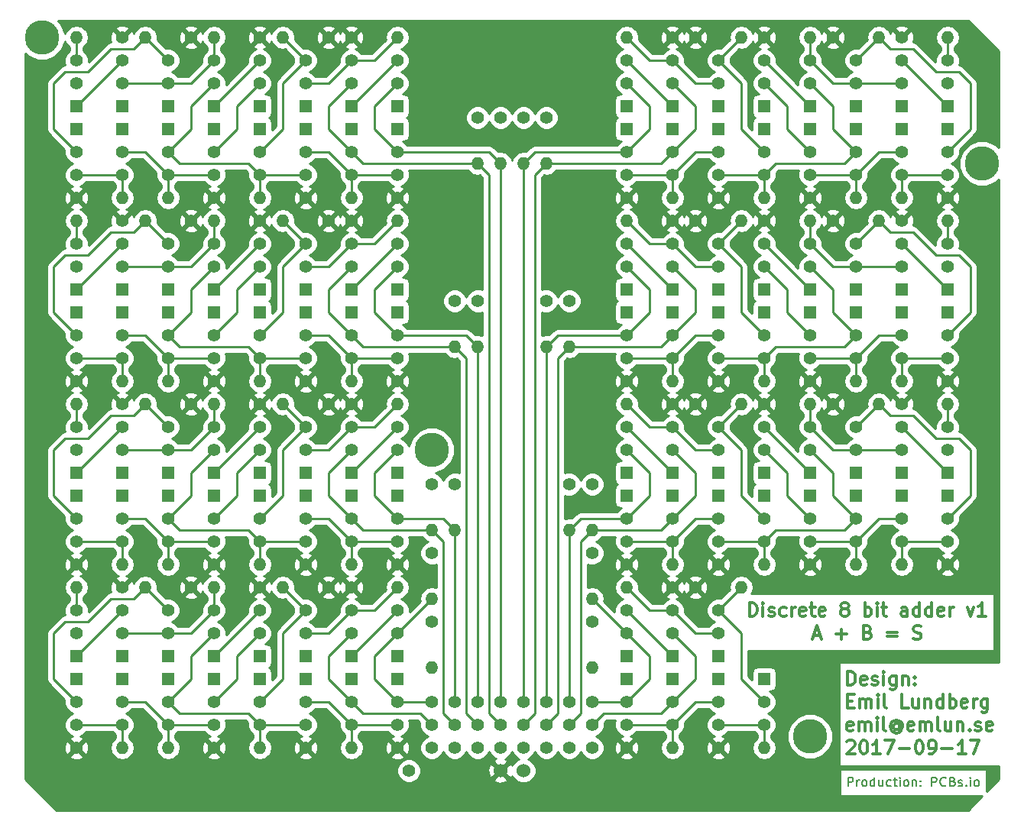
<source format=gtl>
G04 #@! TF.FileFunction,Copper,L1,Top,Signal*
%FSLAX46Y46*%
G04 Gerber Fmt 4.6, Leading zero omitted, Abs format (unit mm)*
G04 Created by KiCad (PCBNEW 4.0.6) date Sun Sep 17 22:44:25 2017*
%MOMM*%
%LPD*%
G01*
G04 APERTURE LIST*
%ADD10C,0.100000*%
%ADD11C,0.200000*%
%ADD12C,0.300000*%
%ADD13C,3.800000*%
%ADD14C,1.400000*%
%ADD15R,1.400000X1.400000*%
%ADD16O,1.400000X1.400000*%
%ADD17C,1.524000*%
%ADD18C,0.250000*%
%ADD19C,0.254000*%
G04 APERTURE END LIST*
D10*
D11*
X195961905Y-146502381D02*
X195961905Y-145502381D01*
X196342858Y-145502381D01*
X196438096Y-145550000D01*
X196485715Y-145597619D01*
X196533334Y-145692857D01*
X196533334Y-145835714D01*
X196485715Y-145930952D01*
X196438096Y-145978571D01*
X196342858Y-146026190D01*
X195961905Y-146026190D01*
X196961905Y-146502381D02*
X196961905Y-145835714D01*
X196961905Y-146026190D02*
X197009524Y-145930952D01*
X197057143Y-145883333D01*
X197152381Y-145835714D01*
X197247620Y-145835714D01*
X197723810Y-146502381D02*
X197628572Y-146454762D01*
X197580953Y-146407143D01*
X197533334Y-146311905D01*
X197533334Y-146026190D01*
X197580953Y-145930952D01*
X197628572Y-145883333D01*
X197723810Y-145835714D01*
X197866668Y-145835714D01*
X197961906Y-145883333D01*
X198009525Y-145930952D01*
X198057144Y-146026190D01*
X198057144Y-146311905D01*
X198009525Y-146407143D01*
X197961906Y-146454762D01*
X197866668Y-146502381D01*
X197723810Y-146502381D01*
X198914287Y-146502381D02*
X198914287Y-145502381D01*
X198914287Y-146454762D02*
X198819049Y-146502381D01*
X198628572Y-146502381D01*
X198533334Y-146454762D01*
X198485715Y-146407143D01*
X198438096Y-146311905D01*
X198438096Y-146026190D01*
X198485715Y-145930952D01*
X198533334Y-145883333D01*
X198628572Y-145835714D01*
X198819049Y-145835714D01*
X198914287Y-145883333D01*
X199819049Y-145835714D02*
X199819049Y-146502381D01*
X199390477Y-145835714D02*
X199390477Y-146359524D01*
X199438096Y-146454762D01*
X199533334Y-146502381D01*
X199676192Y-146502381D01*
X199771430Y-146454762D01*
X199819049Y-146407143D01*
X200723811Y-146454762D02*
X200628573Y-146502381D01*
X200438096Y-146502381D01*
X200342858Y-146454762D01*
X200295239Y-146407143D01*
X200247620Y-146311905D01*
X200247620Y-146026190D01*
X200295239Y-145930952D01*
X200342858Y-145883333D01*
X200438096Y-145835714D01*
X200628573Y-145835714D01*
X200723811Y-145883333D01*
X201009525Y-145835714D02*
X201390477Y-145835714D01*
X201152382Y-145502381D02*
X201152382Y-146359524D01*
X201200001Y-146454762D01*
X201295239Y-146502381D01*
X201390477Y-146502381D01*
X201723811Y-146502381D02*
X201723811Y-145835714D01*
X201723811Y-145502381D02*
X201676192Y-145550000D01*
X201723811Y-145597619D01*
X201771430Y-145550000D01*
X201723811Y-145502381D01*
X201723811Y-145597619D01*
X202342858Y-146502381D02*
X202247620Y-146454762D01*
X202200001Y-146407143D01*
X202152382Y-146311905D01*
X202152382Y-146026190D01*
X202200001Y-145930952D01*
X202247620Y-145883333D01*
X202342858Y-145835714D01*
X202485716Y-145835714D01*
X202580954Y-145883333D01*
X202628573Y-145930952D01*
X202676192Y-146026190D01*
X202676192Y-146311905D01*
X202628573Y-146407143D01*
X202580954Y-146454762D01*
X202485716Y-146502381D01*
X202342858Y-146502381D01*
X203104763Y-145835714D02*
X203104763Y-146502381D01*
X203104763Y-145930952D02*
X203152382Y-145883333D01*
X203247620Y-145835714D01*
X203390478Y-145835714D01*
X203485716Y-145883333D01*
X203533335Y-145978571D01*
X203533335Y-146502381D01*
X204009525Y-146407143D02*
X204057144Y-146454762D01*
X204009525Y-146502381D01*
X203961906Y-146454762D01*
X204009525Y-146407143D01*
X204009525Y-146502381D01*
X204009525Y-145883333D02*
X204057144Y-145930952D01*
X204009525Y-145978571D01*
X203961906Y-145930952D01*
X204009525Y-145883333D01*
X204009525Y-145978571D01*
X205247620Y-146502381D02*
X205247620Y-145502381D01*
X205628573Y-145502381D01*
X205723811Y-145550000D01*
X205771430Y-145597619D01*
X205819049Y-145692857D01*
X205819049Y-145835714D01*
X205771430Y-145930952D01*
X205723811Y-145978571D01*
X205628573Y-146026190D01*
X205247620Y-146026190D01*
X206819049Y-146407143D02*
X206771430Y-146454762D01*
X206628573Y-146502381D01*
X206533335Y-146502381D01*
X206390477Y-146454762D01*
X206295239Y-146359524D01*
X206247620Y-146264286D01*
X206200001Y-146073810D01*
X206200001Y-145930952D01*
X206247620Y-145740476D01*
X206295239Y-145645238D01*
X206390477Y-145550000D01*
X206533335Y-145502381D01*
X206628573Y-145502381D01*
X206771430Y-145550000D01*
X206819049Y-145597619D01*
X207580954Y-145978571D02*
X207723811Y-146026190D01*
X207771430Y-146073810D01*
X207819049Y-146169048D01*
X207819049Y-146311905D01*
X207771430Y-146407143D01*
X207723811Y-146454762D01*
X207628573Y-146502381D01*
X207247620Y-146502381D01*
X207247620Y-145502381D01*
X207580954Y-145502381D01*
X207676192Y-145550000D01*
X207723811Y-145597619D01*
X207771430Y-145692857D01*
X207771430Y-145788095D01*
X207723811Y-145883333D01*
X207676192Y-145930952D01*
X207580954Y-145978571D01*
X207247620Y-145978571D01*
X208200001Y-146454762D02*
X208295239Y-146502381D01*
X208485715Y-146502381D01*
X208580954Y-146454762D01*
X208628573Y-146359524D01*
X208628573Y-146311905D01*
X208580954Y-146216667D01*
X208485715Y-146169048D01*
X208342858Y-146169048D01*
X208247620Y-146121429D01*
X208200001Y-146026190D01*
X208200001Y-145978571D01*
X208247620Y-145883333D01*
X208342858Y-145835714D01*
X208485715Y-145835714D01*
X208580954Y-145883333D01*
X209057144Y-146407143D02*
X209104763Y-146454762D01*
X209057144Y-146502381D01*
X209009525Y-146454762D01*
X209057144Y-146407143D01*
X209057144Y-146502381D01*
X209533334Y-146502381D02*
X209533334Y-145835714D01*
X209533334Y-145502381D02*
X209485715Y-145550000D01*
X209533334Y-145597619D01*
X209580953Y-145550000D01*
X209533334Y-145502381D01*
X209533334Y-145597619D01*
X210152381Y-146502381D02*
X210057143Y-146454762D01*
X210009524Y-146407143D01*
X209961905Y-146311905D01*
X209961905Y-146026190D01*
X210009524Y-145930952D01*
X210057143Y-145883333D01*
X210152381Y-145835714D01*
X210295239Y-145835714D01*
X210390477Y-145883333D01*
X210438096Y-145930952D01*
X210485715Y-146026190D01*
X210485715Y-146311905D01*
X210438096Y-146407143D01*
X210390477Y-146454762D01*
X210295239Y-146502381D01*
X210152381Y-146502381D01*
D12*
X185048573Y-127673571D02*
X185048573Y-126173571D01*
X185405716Y-126173571D01*
X185620001Y-126245000D01*
X185762859Y-126387857D01*
X185834287Y-126530714D01*
X185905716Y-126816429D01*
X185905716Y-127030714D01*
X185834287Y-127316429D01*
X185762859Y-127459286D01*
X185620001Y-127602143D01*
X185405716Y-127673571D01*
X185048573Y-127673571D01*
X186548573Y-127673571D02*
X186548573Y-126673571D01*
X186548573Y-126173571D02*
X186477144Y-126245000D01*
X186548573Y-126316429D01*
X186620001Y-126245000D01*
X186548573Y-126173571D01*
X186548573Y-126316429D01*
X187191430Y-127602143D02*
X187334287Y-127673571D01*
X187620002Y-127673571D01*
X187762859Y-127602143D01*
X187834287Y-127459286D01*
X187834287Y-127387857D01*
X187762859Y-127245000D01*
X187620002Y-127173571D01*
X187405716Y-127173571D01*
X187262859Y-127102143D01*
X187191430Y-126959286D01*
X187191430Y-126887857D01*
X187262859Y-126745000D01*
X187405716Y-126673571D01*
X187620002Y-126673571D01*
X187762859Y-126745000D01*
X189120002Y-127602143D02*
X188977145Y-127673571D01*
X188691431Y-127673571D01*
X188548573Y-127602143D01*
X188477145Y-127530714D01*
X188405716Y-127387857D01*
X188405716Y-126959286D01*
X188477145Y-126816429D01*
X188548573Y-126745000D01*
X188691431Y-126673571D01*
X188977145Y-126673571D01*
X189120002Y-126745000D01*
X189762859Y-127673571D02*
X189762859Y-126673571D01*
X189762859Y-126959286D02*
X189834287Y-126816429D01*
X189905716Y-126745000D01*
X190048573Y-126673571D01*
X190191430Y-126673571D01*
X191262858Y-127602143D02*
X191120001Y-127673571D01*
X190834287Y-127673571D01*
X190691430Y-127602143D01*
X190620001Y-127459286D01*
X190620001Y-126887857D01*
X190691430Y-126745000D01*
X190834287Y-126673571D01*
X191120001Y-126673571D01*
X191262858Y-126745000D01*
X191334287Y-126887857D01*
X191334287Y-127030714D01*
X190620001Y-127173571D01*
X191762858Y-126673571D02*
X192334287Y-126673571D01*
X191977144Y-126173571D02*
X191977144Y-127459286D01*
X192048572Y-127602143D01*
X192191430Y-127673571D01*
X192334287Y-127673571D01*
X193405715Y-127602143D02*
X193262858Y-127673571D01*
X192977144Y-127673571D01*
X192834287Y-127602143D01*
X192762858Y-127459286D01*
X192762858Y-126887857D01*
X192834287Y-126745000D01*
X192977144Y-126673571D01*
X193262858Y-126673571D01*
X193405715Y-126745000D01*
X193477144Y-126887857D01*
X193477144Y-127030714D01*
X192762858Y-127173571D01*
X195477144Y-126816429D02*
X195334286Y-126745000D01*
X195262858Y-126673571D01*
X195191429Y-126530714D01*
X195191429Y-126459286D01*
X195262858Y-126316429D01*
X195334286Y-126245000D01*
X195477144Y-126173571D01*
X195762858Y-126173571D01*
X195905715Y-126245000D01*
X195977144Y-126316429D01*
X196048572Y-126459286D01*
X196048572Y-126530714D01*
X195977144Y-126673571D01*
X195905715Y-126745000D01*
X195762858Y-126816429D01*
X195477144Y-126816429D01*
X195334286Y-126887857D01*
X195262858Y-126959286D01*
X195191429Y-127102143D01*
X195191429Y-127387857D01*
X195262858Y-127530714D01*
X195334286Y-127602143D01*
X195477144Y-127673571D01*
X195762858Y-127673571D01*
X195905715Y-127602143D01*
X195977144Y-127530714D01*
X196048572Y-127387857D01*
X196048572Y-127102143D01*
X195977144Y-126959286D01*
X195905715Y-126887857D01*
X195762858Y-126816429D01*
X197834286Y-127673571D02*
X197834286Y-126173571D01*
X197834286Y-126745000D02*
X197977143Y-126673571D01*
X198262857Y-126673571D01*
X198405714Y-126745000D01*
X198477143Y-126816429D01*
X198548572Y-126959286D01*
X198548572Y-127387857D01*
X198477143Y-127530714D01*
X198405714Y-127602143D01*
X198262857Y-127673571D01*
X197977143Y-127673571D01*
X197834286Y-127602143D01*
X199191429Y-127673571D02*
X199191429Y-126673571D01*
X199191429Y-126173571D02*
X199120000Y-126245000D01*
X199191429Y-126316429D01*
X199262857Y-126245000D01*
X199191429Y-126173571D01*
X199191429Y-126316429D01*
X199691429Y-126673571D02*
X200262858Y-126673571D01*
X199905715Y-126173571D02*
X199905715Y-127459286D01*
X199977143Y-127602143D01*
X200120001Y-127673571D01*
X200262858Y-127673571D01*
X202548572Y-127673571D02*
X202548572Y-126887857D01*
X202477143Y-126745000D01*
X202334286Y-126673571D01*
X202048572Y-126673571D01*
X201905715Y-126745000D01*
X202548572Y-127602143D02*
X202405715Y-127673571D01*
X202048572Y-127673571D01*
X201905715Y-127602143D01*
X201834286Y-127459286D01*
X201834286Y-127316429D01*
X201905715Y-127173571D01*
X202048572Y-127102143D01*
X202405715Y-127102143D01*
X202548572Y-127030714D01*
X203905715Y-127673571D02*
X203905715Y-126173571D01*
X203905715Y-127602143D02*
X203762858Y-127673571D01*
X203477144Y-127673571D01*
X203334286Y-127602143D01*
X203262858Y-127530714D01*
X203191429Y-127387857D01*
X203191429Y-126959286D01*
X203262858Y-126816429D01*
X203334286Y-126745000D01*
X203477144Y-126673571D01*
X203762858Y-126673571D01*
X203905715Y-126745000D01*
X205262858Y-127673571D02*
X205262858Y-126173571D01*
X205262858Y-127602143D02*
X205120001Y-127673571D01*
X204834287Y-127673571D01*
X204691429Y-127602143D01*
X204620001Y-127530714D01*
X204548572Y-127387857D01*
X204548572Y-126959286D01*
X204620001Y-126816429D01*
X204691429Y-126745000D01*
X204834287Y-126673571D01*
X205120001Y-126673571D01*
X205262858Y-126745000D01*
X206548572Y-127602143D02*
X206405715Y-127673571D01*
X206120001Y-127673571D01*
X205977144Y-127602143D01*
X205905715Y-127459286D01*
X205905715Y-126887857D01*
X205977144Y-126745000D01*
X206120001Y-126673571D01*
X206405715Y-126673571D01*
X206548572Y-126745000D01*
X206620001Y-126887857D01*
X206620001Y-127030714D01*
X205905715Y-127173571D01*
X207262858Y-127673571D02*
X207262858Y-126673571D01*
X207262858Y-126959286D02*
X207334286Y-126816429D01*
X207405715Y-126745000D01*
X207548572Y-126673571D01*
X207691429Y-126673571D01*
X209191429Y-126673571D02*
X209548572Y-127673571D01*
X209905714Y-126673571D01*
X211262857Y-127673571D02*
X210405714Y-127673571D01*
X210834286Y-127673571D02*
X210834286Y-126173571D01*
X210691429Y-126387857D01*
X210548571Y-126530714D01*
X210405714Y-126602143D01*
X192155715Y-129795000D02*
X192870001Y-129795000D01*
X192012858Y-130223571D02*
X192512858Y-128723571D01*
X193012858Y-130223571D01*
X194655715Y-129652143D02*
X195798572Y-129652143D01*
X195227143Y-130223571D02*
X195227143Y-129080714D01*
X198155715Y-129437857D02*
X198370001Y-129509286D01*
X198441429Y-129580714D01*
X198512858Y-129723571D01*
X198512858Y-129937857D01*
X198441429Y-130080714D01*
X198370001Y-130152143D01*
X198227143Y-130223571D01*
X197655715Y-130223571D01*
X197655715Y-128723571D01*
X198155715Y-128723571D01*
X198298572Y-128795000D01*
X198370001Y-128866429D01*
X198441429Y-129009286D01*
X198441429Y-129152143D01*
X198370001Y-129295000D01*
X198298572Y-129366429D01*
X198155715Y-129437857D01*
X197655715Y-129437857D01*
X200298572Y-129437857D02*
X201441429Y-129437857D01*
X201441429Y-129866429D02*
X200298572Y-129866429D01*
X203227143Y-130152143D02*
X203441429Y-130223571D01*
X203798572Y-130223571D01*
X203941429Y-130152143D01*
X204012858Y-130080714D01*
X204084286Y-129937857D01*
X204084286Y-129795000D01*
X204012858Y-129652143D01*
X203941429Y-129580714D01*
X203798572Y-129509286D01*
X203512858Y-129437857D01*
X203370000Y-129366429D01*
X203298572Y-129295000D01*
X203227143Y-129152143D01*
X203227143Y-129009286D01*
X203298572Y-128866429D01*
X203370000Y-128795000D01*
X203512858Y-128723571D01*
X203870000Y-128723571D01*
X204084286Y-128795000D01*
X195937143Y-135283571D02*
X195937143Y-133783571D01*
X196294286Y-133783571D01*
X196508571Y-133855000D01*
X196651429Y-133997857D01*
X196722857Y-134140714D01*
X196794286Y-134426429D01*
X196794286Y-134640714D01*
X196722857Y-134926429D01*
X196651429Y-135069286D01*
X196508571Y-135212143D01*
X196294286Y-135283571D01*
X195937143Y-135283571D01*
X198008571Y-135212143D02*
X197865714Y-135283571D01*
X197580000Y-135283571D01*
X197437143Y-135212143D01*
X197365714Y-135069286D01*
X197365714Y-134497857D01*
X197437143Y-134355000D01*
X197580000Y-134283571D01*
X197865714Y-134283571D01*
X198008571Y-134355000D01*
X198080000Y-134497857D01*
X198080000Y-134640714D01*
X197365714Y-134783571D01*
X198651428Y-135212143D02*
X198794285Y-135283571D01*
X199080000Y-135283571D01*
X199222857Y-135212143D01*
X199294285Y-135069286D01*
X199294285Y-134997857D01*
X199222857Y-134855000D01*
X199080000Y-134783571D01*
X198865714Y-134783571D01*
X198722857Y-134712143D01*
X198651428Y-134569286D01*
X198651428Y-134497857D01*
X198722857Y-134355000D01*
X198865714Y-134283571D01*
X199080000Y-134283571D01*
X199222857Y-134355000D01*
X199937143Y-135283571D02*
X199937143Y-134283571D01*
X199937143Y-133783571D02*
X199865714Y-133855000D01*
X199937143Y-133926429D01*
X200008571Y-133855000D01*
X199937143Y-133783571D01*
X199937143Y-133926429D01*
X201294286Y-134283571D02*
X201294286Y-135497857D01*
X201222857Y-135640714D01*
X201151429Y-135712143D01*
X201008572Y-135783571D01*
X200794286Y-135783571D01*
X200651429Y-135712143D01*
X201294286Y-135212143D02*
X201151429Y-135283571D01*
X200865715Y-135283571D01*
X200722857Y-135212143D01*
X200651429Y-135140714D01*
X200580000Y-134997857D01*
X200580000Y-134569286D01*
X200651429Y-134426429D01*
X200722857Y-134355000D01*
X200865715Y-134283571D01*
X201151429Y-134283571D01*
X201294286Y-134355000D01*
X202008572Y-134283571D02*
X202008572Y-135283571D01*
X202008572Y-134426429D02*
X202080000Y-134355000D01*
X202222858Y-134283571D01*
X202437143Y-134283571D01*
X202580000Y-134355000D01*
X202651429Y-134497857D01*
X202651429Y-135283571D01*
X203365715Y-135140714D02*
X203437143Y-135212143D01*
X203365715Y-135283571D01*
X203294286Y-135212143D01*
X203365715Y-135140714D01*
X203365715Y-135283571D01*
X203365715Y-134355000D02*
X203437143Y-134426429D01*
X203365715Y-134497857D01*
X203294286Y-134426429D01*
X203365715Y-134355000D01*
X203365715Y-134497857D01*
X195937143Y-137047857D02*
X196437143Y-137047857D01*
X196651429Y-137833571D02*
X195937143Y-137833571D01*
X195937143Y-136333571D01*
X196651429Y-136333571D01*
X197294286Y-137833571D02*
X197294286Y-136833571D01*
X197294286Y-136976429D02*
X197365714Y-136905000D01*
X197508572Y-136833571D01*
X197722857Y-136833571D01*
X197865714Y-136905000D01*
X197937143Y-137047857D01*
X197937143Y-137833571D01*
X197937143Y-137047857D02*
X198008572Y-136905000D01*
X198151429Y-136833571D01*
X198365714Y-136833571D01*
X198508572Y-136905000D01*
X198580000Y-137047857D01*
X198580000Y-137833571D01*
X199294286Y-137833571D02*
X199294286Y-136833571D01*
X199294286Y-136333571D02*
X199222857Y-136405000D01*
X199294286Y-136476429D01*
X199365714Y-136405000D01*
X199294286Y-136333571D01*
X199294286Y-136476429D01*
X200222858Y-137833571D02*
X200080000Y-137762143D01*
X200008572Y-137619286D01*
X200008572Y-136333571D01*
X202651429Y-137833571D02*
X201937143Y-137833571D01*
X201937143Y-136333571D01*
X203794286Y-136833571D02*
X203794286Y-137833571D01*
X203151429Y-136833571D02*
X203151429Y-137619286D01*
X203222857Y-137762143D01*
X203365715Y-137833571D01*
X203580000Y-137833571D01*
X203722857Y-137762143D01*
X203794286Y-137690714D01*
X204508572Y-136833571D02*
X204508572Y-137833571D01*
X204508572Y-136976429D02*
X204580000Y-136905000D01*
X204722858Y-136833571D01*
X204937143Y-136833571D01*
X205080000Y-136905000D01*
X205151429Y-137047857D01*
X205151429Y-137833571D01*
X206508572Y-137833571D02*
X206508572Y-136333571D01*
X206508572Y-137762143D02*
X206365715Y-137833571D01*
X206080001Y-137833571D01*
X205937143Y-137762143D01*
X205865715Y-137690714D01*
X205794286Y-137547857D01*
X205794286Y-137119286D01*
X205865715Y-136976429D01*
X205937143Y-136905000D01*
X206080001Y-136833571D01*
X206365715Y-136833571D01*
X206508572Y-136905000D01*
X207222858Y-137833571D02*
X207222858Y-136333571D01*
X207222858Y-136905000D02*
X207365715Y-136833571D01*
X207651429Y-136833571D01*
X207794286Y-136905000D01*
X207865715Y-136976429D01*
X207937144Y-137119286D01*
X207937144Y-137547857D01*
X207865715Y-137690714D01*
X207794286Y-137762143D01*
X207651429Y-137833571D01*
X207365715Y-137833571D01*
X207222858Y-137762143D01*
X209151429Y-137762143D02*
X209008572Y-137833571D01*
X208722858Y-137833571D01*
X208580001Y-137762143D01*
X208508572Y-137619286D01*
X208508572Y-137047857D01*
X208580001Y-136905000D01*
X208722858Y-136833571D01*
X209008572Y-136833571D01*
X209151429Y-136905000D01*
X209222858Y-137047857D01*
X209222858Y-137190714D01*
X208508572Y-137333571D01*
X209865715Y-137833571D02*
X209865715Y-136833571D01*
X209865715Y-137119286D02*
X209937143Y-136976429D01*
X210008572Y-136905000D01*
X210151429Y-136833571D01*
X210294286Y-136833571D01*
X211437143Y-136833571D02*
X211437143Y-138047857D01*
X211365714Y-138190714D01*
X211294286Y-138262143D01*
X211151429Y-138333571D01*
X210937143Y-138333571D01*
X210794286Y-138262143D01*
X211437143Y-137762143D02*
X211294286Y-137833571D01*
X211008572Y-137833571D01*
X210865714Y-137762143D01*
X210794286Y-137690714D01*
X210722857Y-137547857D01*
X210722857Y-137119286D01*
X210794286Y-136976429D01*
X210865714Y-136905000D01*
X211008572Y-136833571D01*
X211294286Y-136833571D01*
X211437143Y-136905000D01*
X196508571Y-140312143D02*
X196365714Y-140383571D01*
X196080000Y-140383571D01*
X195937143Y-140312143D01*
X195865714Y-140169286D01*
X195865714Y-139597857D01*
X195937143Y-139455000D01*
X196080000Y-139383571D01*
X196365714Y-139383571D01*
X196508571Y-139455000D01*
X196580000Y-139597857D01*
X196580000Y-139740714D01*
X195865714Y-139883571D01*
X197222857Y-140383571D02*
X197222857Y-139383571D01*
X197222857Y-139526429D02*
X197294285Y-139455000D01*
X197437143Y-139383571D01*
X197651428Y-139383571D01*
X197794285Y-139455000D01*
X197865714Y-139597857D01*
X197865714Y-140383571D01*
X197865714Y-139597857D02*
X197937143Y-139455000D01*
X198080000Y-139383571D01*
X198294285Y-139383571D01*
X198437143Y-139455000D01*
X198508571Y-139597857D01*
X198508571Y-140383571D01*
X199222857Y-140383571D02*
X199222857Y-139383571D01*
X199222857Y-138883571D02*
X199151428Y-138955000D01*
X199222857Y-139026429D01*
X199294285Y-138955000D01*
X199222857Y-138883571D01*
X199222857Y-139026429D01*
X200151429Y-140383571D02*
X200008571Y-140312143D01*
X199937143Y-140169286D01*
X199937143Y-138883571D01*
X201651428Y-139669286D02*
X201580000Y-139597857D01*
X201437143Y-139526429D01*
X201294285Y-139526429D01*
X201151428Y-139597857D01*
X201080000Y-139669286D01*
X201008571Y-139812143D01*
X201008571Y-139955000D01*
X201080000Y-140097857D01*
X201151428Y-140169286D01*
X201294285Y-140240714D01*
X201437143Y-140240714D01*
X201580000Y-140169286D01*
X201651428Y-140097857D01*
X201651428Y-139526429D02*
X201651428Y-140097857D01*
X201722857Y-140169286D01*
X201794285Y-140169286D01*
X201937143Y-140097857D01*
X202008571Y-139955000D01*
X202008571Y-139597857D01*
X201865714Y-139383571D01*
X201651428Y-139240714D01*
X201365714Y-139169286D01*
X201080000Y-139240714D01*
X200865714Y-139383571D01*
X200722857Y-139597857D01*
X200651428Y-139883571D01*
X200722857Y-140169286D01*
X200865714Y-140383571D01*
X201080000Y-140526429D01*
X201365714Y-140597857D01*
X201651428Y-140526429D01*
X201865714Y-140383571D01*
X203222856Y-140312143D02*
X203079999Y-140383571D01*
X202794285Y-140383571D01*
X202651428Y-140312143D01*
X202579999Y-140169286D01*
X202579999Y-139597857D01*
X202651428Y-139455000D01*
X202794285Y-139383571D01*
X203079999Y-139383571D01*
X203222856Y-139455000D01*
X203294285Y-139597857D01*
X203294285Y-139740714D01*
X202579999Y-139883571D01*
X203937142Y-140383571D02*
X203937142Y-139383571D01*
X203937142Y-139526429D02*
X204008570Y-139455000D01*
X204151428Y-139383571D01*
X204365713Y-139383571D01*
X204508570Y-139455000D01*
X204579999Y-139597857D01*
X204579999Y-140383571D01*
X204579999Y-139597857D02*
X204651428Y-139455000D01*
X204794285Y-139383571D01*
X205008570Y-139383571D01*
X205151428Y-139455000D01*
X205222856Y-139597857D01*
X205222856Y-140383571D01*
X206151428Y-140383571D02*
X206008570Y-140312143D01*
X205937142Y-140169286D01*
X205937142Y-138883571D01*
X207365713Y-139383571D02*
X207365713Y-140383571D01*
X206722856Y-139383571D02*
X206722856Y-140169286D01*
X206794284Y-140312143D01*
X206937142Y-140383571D01*
X207151427Y-140383571D01*
X207294284Y-140312143D01*
X207365713Y-140240714D01*
X208079999Y-139383571D02*
X208079999Y-140383571D01*
X208079999Y-139526429D02*
X208151427Y-139455000D01*
X208294285Y-139383571D01*
X208508570Y-139383571D01*
X208651427Y-139455000D01*
X208722856Y-139597857D01*
X208722856Y-140383571D01*
X209437142Y-140240714D02*
X209508570Y-140312143D01*
X209437142Y-140383571D01*
X209365713Y-140312143D01*
X209437142Y-140240714D01*
X209437142Y-140383571D01*
X210079999Y-140312143D02*
X210222856Y-140383571D01*
X210508571Y-140383571D01*
X210651428Y-140312143D01*
X210722856Y-140169286D01*
X210722856Y-140097857D01*
X210651428Y-139955000D01*
X210508571Y-139883571D01*
X210294285Y-139883571D01*
X210151428Y-139812143D01*
X210079999Y-139669286D01*
X210079999Y-139597857D01*
X210151428Y-139455000D01*
X210294285Y-139383571D01*
X210508571Y-139383571D01*
X210651428Y-139455000D01*
X211937142Y-140312143D02*
X211794285Y-140383571D01*
X211508571Y-140383571D01*
X211365714Y-140312143D01*
X211294285Y-140169286D01*
X211294285Y-139597857D01*
X211365714Y-139455000D01*
X211508571Y-139383571D01*
X211794285Y-139383571D01*
X211937142Y-139455000D01*
X212008571Y-139597857D01*
X212008571Y-139740714D01*
X211294285Y-139883571D01*
X195865714Y-141576429D02*
X195937143Y-141505000D01*
X196080000Y-141433571D01*
X196437143Y-141433571D01*
X196580000Y-141505000D01*
X196651429Y-141576429D01*
X196722857Y-141719286D01*
X196722857Y-141862143D01*
X196651429Y-142076429D01*
X195794286Y-142933571D01*
X196722857Y-142933571D01*
X197651428Y-141433571D02*
X197794285Y-141433571D01*
X197937142Y-141505000D01*
X198008571Y-141576429D01*
X198080000Y-141719286D01*
X198151428Y-142005000D01*
X198151428Y-142362143D01*
X198080000Y-142647857D01*
X198008571Y-142790714D01*
X197937142Y-142862143D01*
X197794285Y-142933571D01*
X197651428Y-142933571D01*
X197508571Y-142862143D01*
X197437142Y-142790714D01*
X197365714Y-142647857D01*
X197294285Y-142362143D01*
X197294285Y-142005000D01*
X197365714Y-141719286D01*
X197437142Y-141576429D01*
X197508571Y-141505000D01*
X197651428Y-141433571D01*
X199579999Y-142933571D02*
X198722856Y-142933571D01*
X199151428Y-142933571D02*
X199151428Y-141433571D01*
X199008571Y-141647857D01*
X198865713Y-141790714D01*
X198722856Y-141862143D01*
X200079999Y-141433571D02*
X201079999Y-141433571D01*
X200437142Y-142933571D01*
X201651427Y-142362143D02*
X202794284Y-142362143D01*
X203794284Y-141433571D02*
X203937141Y-141433571D01*
X204079998Y-141505000D01*
X204151427Y-141576429D01*
X204222856Y-141719286D01*
X204294284Y-142005000D01*
X204294284Y-142362143D01*
X204222856Y-142647857D01*
X204151427Y-142790714D01*
X204079998Y-142862143D01*
X203937141Y-142933571D01*
X203794284Y-142933571D01*
X203651427Y-142862143D01*
X203579998Y-142790714D01*
X203508570Y-142647857D01*
X203437141Y-142362143D01*
X203437141Y-142005000D01*
X203508570Y-141719286D01*
X203579998Y-141576429D01*
X203651427Y-141505000D01*
X203794284Y-141433571D01*
X205008569Y-142933571D02*
X205294284Y-142933571D01*
X205437141Y-142862143D01*
X205508569Y-142790714D01*
X205651427Y-142576429D01*
X205722855Y-142290714D01*
X205722855Y-141719286D01*
X205651427Y-141576429D01*
X205579998Y-141505000D01*
X205437141Y-141433571D01*
X205151427Y-141433571D01*
X205008569Y-141505000D01*
X204937141Y-141576429D01*
X204865712Y-141719286D01*
X204865712Y-142076429D01*
X204937141Y-142219286D01*
X205008569Y-142290714D01*
X205151427Y-142362143D01*
X205437141Y-142362143D01*
X205579998Y-142290714D01*
X205651427Y-142219286D01*
X205722855Y-142076429D01*
X206365712Y-142362143D02*
X207508569Y-142362143D01*
X209008569Y-142933571D02*
X208151426Y-142933571D01*
X208579998Y-142933571D02*
X208579998Y-141433571D01*
X208437141Y-141647857D01*
X208294283Y-141790714D01*
X208151426Y-141862143D01*
X209508569Y-141433571D02*
X210508569Y-141433571D01*
X209865712Y-142933571D01*
D13*
X210820000Y-77470000D03*
D14*
X171450000Y-88900000D03*
X171450000Y-86360000D03*
D15*
X171450000Y-91440000D03*
D14*
X171450000Y-68580000D03*
X171450000Y-66040000D03*
D15*
X171450000Y-71120000D03*
D14*
X140970000Y-104140000D03*
D16*
X146050000Y-104140000D03*
D14*
X167640000Y-137160000D03*
X165100000Y-137160000D03*
X162560000Y-137160000D03*
X160020000Y-137160000D03*
X157480000Y-137160000D03*
X154940000Y-137160000D03*
X152400000Y-137160000D03*
X149860000Y-137160000D03*
X171450000Y-137160000D03*
X171450000Y-139700000D03*
D15*
X171450000Y-134620000D03*
D14*
X176530000Y-137160000D03*
X176530000Y-139700000D03*
D15*
X176530000Y-134620000D03*
D14*
X181610000Y-137160000D03*
X181610000Y-139700000D03*
D15*
X181610000Y-134620000D03*
D14*
X186690000Y-137160000D03*
X186690000Y-139700000D03*
D15*
X186690000Y-134620000D03*
D14*
X176530000Y-116840000D03*
X176530000Y-119380000D03*
D15*
X176530000Y-114300000D03*
D14*
X181610000Y-116840000D03*
X181610000Y-119380000D03*
D15*
X181610000Y-114300000D03*
D14*
X186690000Y-116840000D03*
X186690000Y-119380000D03*
D15*
X186690000Y-114300000D03*
D14*
X171450000Y-142240000D03*
D16*
X176530000Y-142240000D03*
D14*
X181610000Y-142240000D03*
D16*
X186690000Y-142240000D03*
D14*
X171450000Y-121920000D03*
D16*
X176530000Y-121920000D03*
D14*
X181610000Y-121920000D03*
D16*
X186690000Y-121920000D03*
D17*
X160020000Y-144780000D03*
X157480000Y-144780000D03*
D14*
X167640000Y-142240000D03*
X165100000Y-142240000D03*
X162560000Y-142240000D03*
X160020000Y-142240000D03*
X157480000Y-142240000D03*
X154940000Y-142240000D03*
X152400000Y-142240000D03*
X149860000Y-142240000D03*
X167640000Y-139700000D03*
X165100000Y-139700000D03*
X162560000Y-139700000D03*
X160020000Y-139700000D03*
X157480000Y-139700000D03*
X154940000Y-139700000D03*
X152400000Y-139700000D03*
X149860000Y-139700000D03*
X176530000Y-109220000D03*
X176530000Y-106680000D03*
D15*
X176530000Y-111760000D03*
D14*
X181610000Y-109220000D03*
X181610000Y-106680000D03*
D15*
X181610000Y-111760000D03*
D14*
X186690000Y-109220000D03*
X186690000Y-106680000D03*
D15*
X186690000Y-111760000D03*
D14*
X191770000Y-109220000D03*
X191770000Y-106680000D03*
D15*
X191770000Y-111760000D03*
D14*
X196850000Y-109220000D03*
X196850000Y-106680000D03*
D15*
X196850000Y-111760000D03*
D14*
X201930000Y-109220000D03*
X201930000Y-106680000D03*
D15*
X201930000Y-111760000D03*
D14*
X207010000Y-109220000D03*
X207010000Y-106680000D03*
D15*
X207010000Y-111760000D03*
D14*
X179070000Y-104140000D03*
D16*
X184150000Y-104140000D03*
D14*
X186690000Y-104140000D03*
D16*
X191770000Y-104140000D03*
D14*
X194310000Y-104140000D03*
D16*
X199390000Y-104140000D03*
D14*
X201930000Y-104140000D03*
D16*
X207010000Y-104140000D03*
D14*
X171450000Y-129540000D03*
X171450000Y-127000000D03*
D15*
X171450000Y-132080000D03*
D14*
X176530000Y-129540000D03*
X176530000Y-127000000D03*
D15*
X176530000Y-132080000D03*
D14*
X181610000Y-129540000D03*
X181610000Y-127000000D03*
D15*
X181610000Y-132080000D03*
D14*
X171450000Y-116840000D03*
X171450000Y-119380000D03*
D15*
X171450000Y-114300000D03*
D14*
X191770000Y-116840000D03*
X191770000Y-119380000D03*
D15*
X191770000Y-114300000D03*
D14*
X196850000Y-116840000D03*
X196850000Y-119380000D03*
D15*
X196850000Y-114300000D03*
D14*
X201930000Y-116840000D03*
X201930000Y-119380000D03*
D15*
X201930000Y-114300000D03*
D14*
X207010000Y-116840000D03*
X207010000Y-119380000D03*
D15*
X207010000Y-114300000D03*
D14*
X171450000Y-109220000D03*
X171450000Y-106680000D03*
D15*
X171450000Y-111760000D03*
D14*
X176530000Y-124460000D03*
D16*
X171450000Y-124460000D03*
D14*
X179070000Y-124460000D03*
D16*
X184150000Y-124460000D03*
D14*
X191770000Y-121920000D03*
D16*
X196850000Y-121920000D03*
D14*
X207010000Y-121920000D03*
D16*
X201930000Y-121920000D03*
D14*
X176530000Y-104140000D03*
D16*
X171450000Y-104140000D03*
D14*
X171450000Y-96520000D03*
X171450000Y-99060000D03*
D15*
X171450000Y-93980000D03*
D14*
X176530000Y-96520000D03*
X176530000Y-99060000D03*
D15*
X176530000Y-93980000D03*
D14*
X181610000Y-96520000D03*
X181610000Y-99060000D03*
D15*
X181610000Y-93980000D03*
D14*
X186690000Y-96520000D03*
X186690000Y-99060000D03*
D15*
X186690000Y-93980000D03*
D14*
X191770000Y-96520000D03*
X191770000Y-99060000D03*
D15*
X191770000Y-93980000D03*
D14*
X196850000Y-96520000D03*
X196850000Y-99060000D03*
D15*
X196850000Y-93980000D03*
D14*
X201930000Y-96520000D03*
X201930000Y-99060000D03*
D15*
X201930000Y-93980000D03*
D14*
X207010000Y-96520000D03*
X207010000Y-99060000D03*
D15*
X207010000Y-93980000D03*
D14*
X176530000Y-88900000D03*
X176530000Y-86360000D03*
D15*
X176530000Y-91440000D03*
D14*
X181610000Y-88900000D03*
X181610000Y-86360000D03*
D15*
X181610000Y-91440000D03*
D14*
X186690000Y-88900000D03*
X186690000Y-86360000D03*
D15*
X186690000Y-91440000D03*
D14*
X191770000Y-88900000D03*
X191770000Y-86360000D03*
D15*
X191770000Y-91440000D03*
D14*
X196850000Y-88900000D03*
X196850000Y-86360000D03*
D15*
X196850000Y-91440000D03*
D14*
X201930000Y-88900000D03*
X201930000Y-86360000D03*
D15*
X201930000Y-91440000D03*
D14*
X207010000Y-88900000D03*
X207010000Y-86360000D03*
D15*
X207010000Y-91440000D03*
D14*
X171450000Y-76200000D03*
X171450000Y-78740000D03*
D15*
X171450000Y-73660000D03*
D14*
X176530000Y-76200000D03*
X176530000Y-78740000D03*
D15*
X176530000Y-73660000D03*
D14*
X181610000Y-76200000D03*
X181610000Y-78740000D03*
D15*
X181610000Y-73660000D03*
D14*
X186690000Y-76200000D03*
X186690000Y-78740000D03*
D15*
X186690000Y-73660000D03*
D14*
X191770000Y-76200000D03*
X191770000Y-78740000D03*
D15*
X191770000Y-73660000D03*
D14*
X196850000Y-76200000D03*
X196850000Y-78740000D03*
D15*
X196850000Y-73660000D03*
D14*
X201930000Y-76200000D03*
X201930000Y-78740000D03*
D15*
X201930000Y-73660000D03*
D14*
X207010000Y-76200000D03*
X207010000Y-78740000D03*
D15*
X207010000Y-73660000D03*
D14*
X176530000Y-68580000D03*
X176530000Y-66040000D03*
D15*
X176530000Y-71120000D03*
D14*
X181610000Y-68580000D03*
X181610000Y-66040000D03*
D15*
X181610000Y-71120000D03*
D14*
X186690000Y-68580000D03*
X186690000Y-66040000D03*
D15*
X186690000Y-71120000D03*
D14*
X191770000Y-68580000D03*
X191770000Y-66040000D03*
D15*
X191770000Y-71120000D03*
D14*
X196850000Y-68580000D03*
X196850000Y-66040000D03*
D15*
X196850000Y-71120000D03*
D14*
X201930000Y-68580000D03*
X201930000Y-66040000D03*
D15*
X201930000Y-71120000D03*
D14*
X207010000Y-68580000D03*
X207010000Y-66040000D03*
D15*
X207010000Y-71120000D03*
D14*
X171450000Y-101600000D03*
D16*
X176530000Y-101600000D03*
D14*
X181610000Y-101600000D03*
D16*
X186690000Y-101600000D03*
D14*
X191770000Y-101600000D03*
D16*
X196850000Y-101600000D03*
D14*
X207010000Y-101600000D03*
D16*
X201930000Y-101600000D03*
D14*
X176530000Y-83820000D03*
D16*
X171450000Y-83820000D03*
D14*
X179070000Y-83820000D03*
D16*
X184150000Y-83820000D03*
D14*
X186690000Y-83820000D03*
D16*
X191770000Y-83820000D03*
D14*
X194310000Y-83820000D03*
D16*
X199390000Y-83820000D03*
D14*
X201930000Y-83820000D03*
D16*
X207010000Y-83820000D03*
D14*
X171450000Y-81280000D03*
D16*
X176530000Y-81280000D03*
D14*
X181610000Y-81280000D03*
D16*
X186690000Y-81280000D03*
D14*
X191770000Y-81280000D03*
D16*
X196850000Y-81280000D03*
D14*
X207010000Y-81280000D03*
D16*
X201930000Y-81280000D03*
D14*
X176530000Y-63500000D03*
D16*
X171450000Y-63500000D03*
D14*
X179070000Y-63500000D03*
D16*
X184150000Y-63500000D03*
D14*
X186690000Y-63500000D03*
D16*
X191770000Y-63500000D03*
D14*
X194310000Y-63500000D03*
D16*
X199390000Y-63500000D03*
D14*
X201930000Y-63500000D03*
D16*
X207010000Y-63500000D03*
D14*
X147320000Y-144780000D03*
X146050000Y-76200000D03*
X146050000Y-78740000D03*
D15*
X146050000Y-73660000D03*
D14*
X140970000Y-76200000D03*
X140970000Y-78740000D03*
D15*
X140970000Y-73660000D03*
D14*
X135890000Y-76200000D03*
X135890000Y-78740000D03*
D15*
X135890000Y-73660000D03*
D14*
X130810000Y-76200000D03*
X130810000Y-78740000D03*
D15*
X130810000Y-73660000D03*
D14*
X125730000Y-76200000D03*
X125730000Y-78740000D03*
D15*
X125730000Y-73660000D03*
D14*
X120650000Y-76200000D03*
X120650000Y-78740000D03*
D15*
X120650000Y-73660000D03*
D14*
X115570000Y-76200000D03*
X115570000Y-78740000D03*
D15*
X115570000Y-73660000D03*
D14*
X110490000Y-76200000D03*
X110490000Y-78740000D03*
D15*
X110490000Y-73660000D03*
D14*
X146050000Y-68580000D03*
X146050000Y-66040000D03*
D15*
X146050000Y-71120000D03*
D14*
X140970000Y-68580000D03*
X140970000Y-66040000D03*
D15*
X140970000Y-71120000D03*
D14*
X135890000Y-68580000D03*
X135890000Y-66040000D03*
D15*
X135890000Y-71120000D03*
D14*
X130810000Y-68580000D03*
X130810000Y-66040000D03*
D15*
X130810000Y-71120000D03*
D14*
X125730000Y-68580000D03*
X125730000Y-66040000D03*
D15*
X125730000Y-71120000D03*
D14*
X120650000Y-68580000D03*
X120650000Y-66040000D03*
D15*
X120650000Y-71120000D03*
D14*
X115570000Y-68580000D03*
X115570000Y-66040000D03*
D15*
X115570000Y-71120000D03*
D14*
X110490000Y-68580000D03*
X110490000Y-66040000D03*
D15*
X110490000Y-71120000D03*
D14*
X146050000Y-96520000D03*
X146050000Y-99060000D03*
D15*
X146050000Y-93980000D03*
D14*
X140970000Y-96520000D03*
X140970000Y-99060000D03*
D15*
X140970000Y-93980000D03*
D14*
X135890000Y-96520000D03*
X135890000Y-99060000D03*
D15*
X135890000Y-93980000D03*
D14*
X130810000Y-96520000D03*
X130810000Y-99060000D03*
D15*
X130810000Y-93980000D03*
D14*
X125730000Y-96520000D03*
X125730000Y-99060000D03*
D15*
X125730000Y-93980000D03*
D14*
X120650000Y-96520000D03*
X120650000Y-99060000D03*
D15*
X120650000Y-93980000D03*
D14*
X115570000Y-96520000D03*
X115570000Y-99060000D03*
D15*
X115570000Y-93980000D03*
D14*
X110490000Y-96520000D03*
X110490000Y-99060000D03*
D15*
X110490000Y-93980000D03*
D14*
X146050000Y-88900000D03*
X146050000Y-86360000D03*
D15*
X146050000Y-91440000D03*
D14*
X140970000Y-88900000D03*
X140970000Y-86360000D03*
D15*
X140970000Y-91440000D03*
D14*
X135890000Y-88900000D03*
X135890000Y-86360000D03*
D15*
X135890000Y-91440000D03*
D14*
X130810000Y-88900000D03*
X130810000Y-86360000D03*
D15*
X130810000Y-91440000D03*
D14*
X125730000Y-88900000D03*
X125730000Y-86360000D03*
D15*
X125730000Y-91440000D03*
D14*
X120650000Y-88900000D03*
X120650000Y-86360000D03*
D15*
X120650000Y-91440000D03*
D14*
X115570000Y-88900000D03*
X115570000Y-86360000D03*
D15*
X115570000Y-91440000D03*
D14*
X110490000Y-88900000D03*
X110490000Y-86360000D03*
D15*
X110490000Y-91440000D03*
D14*
X146050000Y-116840000D03*
X146050000Y-119380000D03*
D15*
X146050000Y-114300000D03*
D14*
X140970000Y-116840000D03*
X140970000Y-119380000D03*
D15*
X140970000Y-114300000D03*
D14*
X135890000Y-116840000D03*
X135890000Y-119380000D03*
D15*
X135890000Y-114300000D03*
D14*
X130810000Y-116840000D03*
X130810000Y-119380000D03*
D15*
X130810000Y-114300000D03*
D14*
X125730000Y-116840000D03*
X125730000Y-119380000D03*
D15*
X125730000Y-114300000D03*
D14*
X120650000Y-116840000D03*
X120650000Y-119380000D03*
D15*
X120650000Y-114300000D03*
D14*
X115570000Y-116840000D03*
X115570000Y-119380000D03*
D15*
X115570000Y-114300000D03*
D14*
X110490000Y-116840000D03*
X110490000Y-119380000D03*
D15*
X110490000Y-114300000D03*
D14*
X146050000Y-109220000D03*
X146050000Y-106680000D03*
D15*
X146050000Y-111760000D03*
D14*
X140970000Y-109220000D03*
X140970000Y-106680000D03*
D15*
X140970000Y-111760000D03*
D14*
X135890000Y-109220000D03*
X135890000Y-106680000D03*
D15*
X135890000Y-111760000D03*
D14*
X130810000Y-109220000D03*
X130810000Y-106680000D03*
D15*
X130810000Y-111760000D03*
D14*
X125730000Y-109220000D03*
X125730000Y-106680000D03*
D15*
X125730000Y-111760000D03*
D14*
X120650000Y-109220000D03*
X120650000Y-106680000D03*
D15*
X120650000Y-111760000D03*
D14*
X115570000Y-109220000D03*
X115570000Y-106680000D03*
D15*
X115570000Y-111760000D03*
D14*
X110490000Y-109220000D03*
X110490000Y-106680000D03*
D15*
X110490000Y-111760000D03*
D14*
X146050000Y-137160000D03*
X146050000Y-139700000D03*
D15*
X146050000Y-134620000D03*
D14*
X140970000Y-137160000D03*
X140970000Y-139700000D03*
D15*
X140970000Y-134620000D03*
D14*
X135890000Y-137160000D03*
X135890000Y-139700000D03*
D15*
X135890000Y-134620000D03*
D14*
X130810000Y-137160000D03*
X130810000Y-139700000D03*
D15*
X130810000Y-134620000D03*
D14*
X125730000Y-137160000D03*
X125730000Y-139700000D03*
D15*
X125730000Y-134620000D03*
D14*
X120650000Y-137160000D03*
X120650000Y-139700000D03*
D15*
X120650000Y-134620000D03*
D14*
X115570000Y-137160000D03*
X115570000Y-139700000D03*
D15*
X115570000Y-134620000D03*
D14*
X110490000Y-137160000D03*
X110490000Y-139700000D03*
D15*
X110490000Y-134620000D03*
D14*
X146050000Y-129540000D03*
X146050000Y-127000000D03*
D15*
X146050000Y-132080000D03*
D14*
X140970000Y-129540000D03*
X140970000Y-127000000D03*
D15*
X140970000Y-132080000D03*
D14*
X135890000Y-129540000D03*
X135890000Y-127000000D03*
D15*
X135890000Y-132080000D03*
D14*
X130810000Y-129540000D03*
X130810000Y-127000000D03*
D15*
X130810000Y-132080000D03*
D14*
X125730000Y-129540000D03*
X125730000Y-127000000D03*
D15*
X125730000Y-132080000D03*
D14*
X120650000Y-129540000D03*
X120650000Y-127000000D03*
D15*
X120650000Y-132080000D03*
D14*
X115570000Y-129540000D03*
X115570000Y-127000000D03*
D15*
X115570000Y-132080000D03*
D14*
X110490000Y-129540000D03*
X110490000Y-127000000D03*
D15*
X110490000Y-132080000D03*
D14*
X146050000Y-81280000D03*
D16*
X140970000Y-81280000D03*
D14*
X135890000Y-81280000D03*
D16*
X130810000Y-81280000D03*
D14*
X125730000Y-81280000D03*
D16*
X120650000Y-81280000D03*
D14*
X110490000Y-81280000D03*
D16*
X115570000Y-81280000D03*
D14*
X140970000Y-63500000D03*
D16*
X146050000Y-63500000D03*
D14*
X138430000Y-63500000D03*
D16*
X133350000Y-63500000D03*
D14*
X130810000Y-63500000D03*
D16*
X125730000Y-63500000D03*
D14*
X123190000Y-63500000D03*
D16*
X118110000Y-63500000D03*
D14*
X115570000Y-63500000D03*
D16*
X110490000Y-63500000D03*
D14*
X146050000Y-101600000D03*
D16*
X140970000Y-101600000D03*
D14*
X135890000Y-101600000D03*
D16*
X130810000Y-101600000D03*
D14*
X125730000Y-101600000D03*
D16*
X120650000Y-101600000D03*
D14*
X110490000Y-101600000D03*
D16*
X115570000Y-101600000D03*
D14*
X140970000Y-83820000D03*
D16*
X146050000Y-83820000D03*
D14*
X138430000Y-83820000D03*
D16*
X133350000Y-83820000D03*
D14*
X130810000Y-83820000D03*
D16*
X125730000Y-83820000D03*
D14*
X123190000Y-83820000D03*
D16*
X118110000Y-83820000D03*
D14*
X115570000Y-83820000D03*
D16*
X110490000Y-83820000D03*
D14*
X146050000Y-121920000D03*
D16*
X140970000Y-121920000D03*
D14*
X135890000Y-121920000D03*
D16*
X130810000Y-121920000D03*
D14*
X125730000Y-121920000D03*
D16*
X120650000Y-121920000D03*
D14*
X110490000Y-121920000D03*
D16*
X115570000Y-121920000D03*
D14*
X138430000Y-104140000D03*
D16*
X133350000Y-104140000D03*
D14*
X130810000Y-104140000D03*
D16*
X125730000Y-104140000D03*
D14*
X123190000Y-104140000D03*
D16*
X118110000Y-104140000D03*
D14*
X115570000Y-104140000D03*
D16*
X110490000Y-104140000D03*
D14*
X146050000Y-142240000D03*
D16*
X140970000Y-142240000D03*
D14*
X135890000Y-142240000D03*
D16*
X130810000Y-142240000D03*
D14*
X125730000Y-142240000D03*
D16*
X120650000Y-142240000D03*
D14*
X110490000Y-142240000D03*
D16*
X115570000Y-142240000D03*
D14*
X140970000Y-124460000D03*
D16*
X146050000Y-124460000D03*
D14*
X138430000Y-124460000D03*
D16*
X133350000Y-124460000D03*
D14*
X130810000Y-124460000D03*
D16*
X125730000Y-124460000D03*
D14*
X123190000Y-124460000D03*
D16*
X118110000Y-124460000D03*
D14*
X115570000Y-124460000D03*
D16*
X110490000Y-124460000D03*
D14*
X167640000Y-120650000D03*
D16*
X167640000Y-125730000D03*
D14*
X167640000Y-128270000D03*
D16*
X167640000Y-133350000D03*
D14*
X165100000Y-113030000D03*
D16*
X165100000Y-118110000D03*
D14*
X167640000Y-113030000D03*
D16*
X167640000Y-118110000D03*
D14*
X162560000Y-92710000D03*
D16*
X162560000Y-97790000D03*
D14*
X165100000Y-92710000D03*
D16*
X165100000Y-97790000D03*
D14*
X160020000Y-72390000D03*
D16*
X160020000Y-77470000D03*
D14*
X162560000Y-72390000D03*
D16*
X162560000Y-77470000D03*
D14*
X157480000Y-72390000D03*
D16*
X157480000Y-77470000D03*
D14*
X154940000Y-72390000D03*
D16*
X154940000Y-77470000D03*
D14*
X154940000Y-92710000D03*
D16*
X154940000Y-97790000D03*
D14*
X152400000Y-92710000D03*
D16*
X152400000Y-97790000D03*
D14*
X152400000Y-113030000D03*
D16*
X152400000Y-118110000D03*
D14*
X149860000Y-113030000D03*
D16*
X149860000Y-118110000D03*
D14*
X149860000Y-120650000D03*
D16*
X149860000Y-125730000D03*
D14*
X149860000Y-128270000D03*
D16*
X149860000Y-133350000D03*
D13*
X106680000Y-63500000D03*
X149860000Y-109220000D03*
X191770000Y-140970000D03*
D18*
X196850000Y-116840000D02*
X194310000Y-114300000D01*
X194310000Y-111760000D02*
X191770000Y-109220000D01*
X194310000Y-114300000D02*
X194310000Y-111760000D01*
X186690000Y-119380000D02*
X187960000Y-118110000D01*
X195580000Y-118110000D02*
X196850000Y-116840000D01*
X187960000Y-118110000D02*
X195580000Y-118110000D01*
X186690000Y-119380000D02*
X181610000Y-119380000D01*
X186690000Y-121920000D02*
X186690000Y-119380000D01*
X176530000Y-142240000D02*
X176530000Y-139700000D01*
X176530000Y-139700000D02*
X171450000Y-139700000D01*
X181610000Y-137160000D02*
X179070000Y-137160000D01*
X179070000Y-137160000D02*
X176530000Y-139700000D01*
X199390000Y-104140000D02*
X196850000Y-106680000D01*
X207010000Y-116840000D02*
X209550000Y-114300000D01*
X200660000Y-105410000D02*
X199390000Y-104140000D01*
X203200000Y-105410000D02*
X200660000Y-105410000D01*
X205740000Y-107950000D02*
X203200000Y-105410000D01*
X208280000Y-107950000D02*
X205740000Y-107950000D01*
X209550000Y-109220000D02*
X208280000Y-107950000D01*
X209550000Y-114300000D02*
X209550000Y-109220000D01*
X171450000Y-127000000D02*
X176530000Y-132080000D01*
X176530000Y-119380000D02*
X179070000Y-116840000D01*
X179070000Y-116840000D02*
X181610000Y-116840000D01*
X176530000Y-119380000D02*
X171450000Y-119380000D01*
X176530000Y-121920000D02*
X176530000Y-119380000D01*
X196850000Y-119380000D02*
X199390000Y-116840000D01*
X199390000Y-116840000D02*
X201930000Y-116840000D01*
X196850000Y-119380000D02*
X191770000Y-119380000D01*
X196850000Y-121920000D02*
X196850000Y-119380000D01*
X171450000Y-129540000D02*
X167640000Y-125730000D01*
X167640000Y-137160000D02*
X171450000Y-137160000D01*
X171450000Y-129540000D02*
X173990000Y-132080000D01*
X173990000Y-134620000D02*
X171450000Y-137160000D01*
X173990000Y-132080000D02*
X173990000Y-134620000D01*
X165100000Y-118110000D02*
X166370000Y-116840000D01*
X166370000Y-116840000D02*
X171450000Y-116840000D01*
X165100000Y-137160000D02*
X165100000Y-118110000D01*
X171450000Y-116840000D02*
X173990000Y-114300000D01*
X173990000Y-114300000D02*
X173990000Y-111760000D01*
X173990000Y-111760000D02*
X171450000Y-109220000D01*
X162560000Y-97790000D02*
X163830000Y-96520000D01*
X163830000Y-96520000D02*
X171450000Y-96520000D01*
X162560000Y-137160000D02*
X162560000Y-97790000D01*
X171450000Y-96520000D02*
X173990000Y-93980000D01*
X173990000Y-91440000D02*
X171450000Y-88900000D01*
X173990000Y-93980000D02*
X173990000Y-91440000D01*
X160020000Y-77470000D02*
X161290000Y-76200000D01*
X161290000Y-76200000D02*
X171450000Y-76200000D01*
X160020000Y-137160000D02*
X160020000Y-77470000D01*
X171450000Y-76200000D02*
X173990000Y-73660000D01*
X173990000Y-73660000D02*
X173990000Y-71120000D01*
X173990000Y-71120000D02*
X171450000Y-68580000D01*
X157480000Y-77470000D02*
X156210000Y-76200000D01*
X156210000Y-76200000D02*
X146050000Y-76200000D01*
X157480000Y-137160000D02*
X157480000Y-77470000D01*
X146050000Y-76200000D02*
X143510000Y-73660000D01*
X143510000Y-73660000D02*
X143510000Y-71120000D01*
X143510000Y-71120000D02*
X146050000Y-68580000D01*
X154940000Y-97790000D02*
X153670000Y-96520000D01*
X153670000Y-96520000D02*
X146050000Y-96520000D01*
X154940000Y-137160000D02*
X154940000Y-97790000D01*
X143510000Y-93980000D02*
X143510000Y-91440000D01*
X143510000Y-91440000D02*
X146050000Y-88900000D01*
X146050000Y-96520000D02*
X143510000Y-93980000D01*
X152400000Y-118110000D02*
X151130000Y-116840000D01*
X151130000Y-116840000D02*
X146050000Y-116840000D01*
X152400000Y-137160000D02*
X152400000Y-118110000D01*
X146050000Y-116840000D02*
X143510000Y-114300000D01*
X143510000Y-114300000D02*
X143510000Y-111760000D01*
X143510000Y-111760000D02*
X146050000Y-109220000D01*
X149860000Y-125730000D02*
X146050000Y-129540000D01*
X149860000Y-137160000D02*
X146050000Y-137160000D01*
X143510000Y-134620000D02*
X143510000Y-132080000D01*
X146050000Y-137160000D02*
X143510000Y-134620000D01*
X143510000Y-132080000D02*
X146050000Y-129540000D01*
X167640000Y-139700000D02*
X168910000Y-138430000D01*
X175260000Y-138430000D02*
X176530000Y-137160000D01*
X168910000Y-138430000D02*
X175260000Y-138430000D01*
X176530000Y-129540000D02*
X179070000Y-132080000D01*
X179070000Y-134620000D02*
X176530000Y-137160000D01*
X179070000Y-132080000D02*
X179070000Y-134620000D01*
X166370000Y-119380000D02*
X167640000Y-118110000D01*
X167640000Y-118110000D02*
X175260000Y-118110000D01*
X166370000Y-138430000D02*
X166370000Y-119380000D01*
X166370000Y-138430000D02*
X165100000Y-139700000D01*
X175260000Y-118110000D02*
X176530000Y-116840000D01*
X176530000Y-109220000D02*
X179070000Y-111760000D01*
X179070000Y-114300000D02*
X176530000Y-116840000D01*
X179070000Y-111760000D02*
X179070000Y-114300000D01*
X163830000Y-99060000D02*
X163830000Y-138430000D01*
X163830000Y-138430000D02*
X162560000Y-139700000D01*
X176530000Y-96520000D02*
X175260000Y-97790000D01*
X165100000Y-97790000D02*
X163830000Y-99060000D01*
X175260000Y-97790000D02*
X165100000Y-97790000D01*
X179070000Y-91440000D02*
X179070000Y-93980000D01*
X179070000Y-93980000D02*
X176530000Y-96520000D01*
X176530000Y-88900000D02*
X179070000Y-91440000D01*
X161290000Y-138430000D02*
X160020000Y-139700000D01*
X161290000Y-138430000D02*
X161290000Y-78740000D01*
X175260000Y-77470000D02*
X176530000Y-76200000D01*
X162560000Y-77470000D02*
X175260000Y-77470000D01*
X161290000Y-78740000D02*
X162560000Y-77470000D01*
X179070000Y-73660000D02*
X176530000Y-76200000D01*
X179070000Y-71120000D02*
X179070000Y-73660000D01*
X176530000Y-68580000D02*
X179070000Y-71120000D01*
X156210000Y-138430000D02*
X157480000Y-139700000D01*
X156210000Y-138430000D02*
X156210000Y-78740000D01*
X142240000Y-77470000D02*
X140970000Y-76200000D01*
X154940000Y-77470000D02*
X142240000Y-77470000D01*
X156210000Y-78740000D02*
X154940000Y-77470000D01*
X140970000Y-76200000D02*
X138430000Y-73660000D01*
X138430000Y-71120000D02*
X140970000Y-68580000D01*
X138430000Y-73660000D02*
X138430000Y-71120000D01*
X153670000Y-99060000D02*
X153670000Y-138430000D01*
X153670000Y-138430000D02*
X154940000Y-139700000D01*
X153670000Y-99060000D02*
X152400000Y-97790000D01*
X142240000Y-97790000D02*
X140970000Y-96520000D01*
X152400000Y-97790000D02*
X142240000Y-97790000D01*
X138430000Y-93980000D02*
X138430000Y-91440000D01*
X138430000Y-91440000D02*
X140970000Y-88900000D01*
X140970000Y-96520000D02*
X138430000Y-93980000D01*
X151130000Y-119380000D02*
X151130000Y-138430000D01*
X151130000Y-138430000D02*
X152400000Y-139700000D01*
X142240000Y-118110000D02*
X140970000Y-116840000D01*
X149860000Y-118110000D02*
X142240000Y-118110000D01*
X151130000Y-119380000D02*
X149860000Y-118110000D01*
X140970000Y-116840000D02*
X138430000Y-114300000D01*
X138430000Y-111760000D02*
X140970000Y-109220000D01*
X138430000Y-114300000D02*
X138430000Y-111760000D01*
X149860000Y-139700000D02*
X148590000Y-138430000D01*
X142240000Y-138430000D02*
X140970000Y-137160000D01*
X148590000Y-138430000D02*
X142240000Y-138430000D01*
X138430000Y-134620000D02*
X138430000Y-132080000D01*
X138430000Y-132080000D02*
X140970000Y-129540000D01*
X140970000Y-137160000D02*
X138430000Y-134620000D01*
X186690000Y-139700000D02*
X181610000Y-139700000D01*
X186690000Y-142240000D02*
X186690000Y-139700000D01*
X201930000Y-121920000D02*
X201930000Y-119380000D01*
X201930000Y-119380000D02*
X207010000Y-119380000D01*
X201930000Y-101600000D02*
X201930000Y-99060000D01*
X201930000Y-99060000D02*
X207010000Y-99060000D01*
X201930000Y-81280000D02*
X201930000Y-78740000D01*
X201930000Y-78740000D02*
X207010000Y-78740000D01*
X115570000Y-81280000D02*
X115570000Y-78740000D01*
X115570000Y-78740000D02*
X110490000Y-78740000D01*
X115570000Y-99060000D02*
X110490000Y-99060000D01*
X115570000Y-101600000D02*
X115570000Y-99060000D01*
X115570000Y-119380000D02*
X110490000Y-119380000D01*
X115570000Y-121920000D02*
X115570000Y-119380000D01*
X115570000Y-139700000D02*
X110490000Y-139700000D01*
X115570000Y-142240000D02*
X115570000Y-139700000D01*
X186690000Y-109220000D02*
X189230000Y-111760000D01*
X189230000Y-114300000D02*
X191770000Y-116840000D01*
X189230000Y-111760000D02*
X189230000Y-114300000D01*
X181610000Y-127000000D02*
X184150000Y-129540000D01*
X184150000Y-134620000D02*
X186690000Y-137160000D01*
X184150000Y-129540000D02*
X184150000Y-134620000D01*
X184150000Y-124460000D02*
X181610000Y-127000000D01*
X171450000Y-104140000D02*
X173990000Y-106680000D01*
X176530000Y-106680000D02*
X179070000Y-109220000D01*
X179070000Y-109220000D02*
X181610000Y-109220000D01*
X173990000Y-106680000D02*
X176530000Y-106680000D01*
X191770000Y-111760000D02*
X186690000Y-106680000D01*
X196850000Y-99060000D02*
X191770000Y-99060000D01*
X199390000Y-96520000D02*
X201930000Y-96520000D01*
X196850000Y-99060000D02*
X199390000Y-96520000D01*
X196850000Y-101600000D02*
X196850000Y-99060000D01*
X186690000Y-88900000D02*
X189230000Y-91440000D01*
X189230000Y-93980000D02*
X191770000Y-96520000D01*
X189230000Y-91440000D02*
X189230000Y-93980000D01*
X207010000Y-106680000D02*
X207010000Y-104140000D01*
X186690000Y-101600000D02*
X186690000Y-99060000D01*
X186690000Y-99060000D02*
X181610000Y-99060000D01*
X187960000Y-97790000D02*
X195580000Y-97790000D01*
X195580000Y-97790000D02*
X196850000Y-96520000D01*
X186690000Y-99060000D02*
X187960000Y-97790000D01*
X194310000Y-93980000D02*
X194310000Y-91440000D01*
X194310000Y-91440000D02*
X191770000Y-88900000D01*
X196850000Y-96520000D02*
X194310000Y-93980000D01*
X171450000Y-124460000D02*
X173990000Y-127000000D01*
X173990000Y-127000000D02*
X176530000Y-127000000D01*
X176530000Y-127000000D02*
X179070000Y-129540000D01*
X179070000Y-129540000D02*
X181610000Y-129540000D01*
X181610000Y-106680000D02*
X184150000Y-109220000D01*
X184150000Y-114300000D02*
X186690000Y-116840000D01*
X184150000Y-109220000D02*
X184150000Y-114300000D01*
X184150000Y-104140000D02*
X181610000Y-106680000D01*
X176530000Y-111760000D02*
X171450000Y-106680000D01*
X196850000Y-109220000D02*
X201930000Y-109220000D01*
X191770000Y-106680000D02*
X194310000Y-109220000D01*
X194310000Y-109220000D02*
X196850000Y-109220000D01*
X191770000Y-104140000D02*
X191770000Y-106680000D01*
X207010000Y-111760000D02*
X201930000Y-106680000D01*
X176530000Y-101600000D02*
X176530000Y-99060000D01*
X176530000Y-99060000D02*
X171450000Y-99060000D01*
X179070000Y-96520000D02*
X181610000Y-96520000D01*
X176530000Y-99060000D02*
X179070000Y-96520000D01*
X184150000Y-83820000D02*
X181610000Y-86360000D01*
X184150000Y-88900000D02*
X184150000Y-93980000D01*
X184150000Y-93980000D02*
X186690000Y-96520000D01*
X181610000Y-86360000D02*
X184150000Y-88900000D01*
X209550000Y-93980000D02*
X209550000Y-88900000D01*
X209550000Y-88900000D02*
X208280000Y-87630000D01*
X208280000Y-87630000D02*
X205740000Y-87630000D01*
X205740000Y-87630000D02*
X203200000Y-85090000D01*
X203200000Y-85090000D02*
X200660000Y-85090000D01*
X200660000Y-85090000D02*
X199390000Y-83820000D01*
X207010000Y-96520000D02*
X209550000Y-93980000D01*
X199390000Y-83820000D02*
X196850000Y-86360000D01*
X176530000Y-91440000D02*
X171450000Y-86360000D01*
X171450000Y-83820000D02*
X173990000Y-86360000D01*
X173990000Y-86360000D02*
X176530000Y-86360000D01*
X179070000Y-88900000D02*
X181610000Y-88900000D01*
X176530000Y-86360000D02*
X179070000Y-88900000D01*
X191770000Y-91440000D02*
X186690000Y-86360000D01*
X191770000Y-83820000D02*
X191770000Y-86360000D01*
X194310000Y-88900000D02*
X196850000Y-88900000D01*
X191770000Y-86360000D02*
X194310000Y-88900000D01*
X196850000Y-88900000D02*
X201930000Y-88900000D01*
X207010000Y-91440000D02*
X201930000Y-86360000D01*
X186690000Y-68580000D02*
X189230000Y-71120000D01*
X189230000Y-73660000D02*
X191770000Y-76200000D01*
X189230000Y-71120000D02*
X189230000Y-73660000D01*
X207010000Y-83820000D02*
X207010000Y-86360000D01*
X176530000Y-78740000D02*
X179070000Y-76200000D01*
X179070000Y-76200000D02*
X181610000Y-76200000D01*
X176530000Y-78740000D02*
X171450000Y-78740000D01*
X176530000Y-81280000D02*
X176530000Y-78740000D01*
X196850000Y-76200000D02*
X194310000Y-73660000D01*
X194310000Y-71120000D02*
X191770000Y-68580000D01*
X194310000Y-73660000D02*
X194310000Y-71120000D01*
X186690000Y-78740000D02*
X187960000Y-77470000D01*
X195580000Y-77470000D02*
X196850000Y-76200000D01*
X187960000Y-77470000D02*
X195580000Y-77470000D01*
X186690000Y-78740000D02*
X181610000Y-78740000D01*
X186690000Y-81280000D02*
X186690000Y-78740000D01*
X181610000Y-66040000D02*
X184150000Y-68580000D01*
X184150000Y-73660000D02*
X186690000Y-76200000D01*
X184150000Y-68580000D02*
X184150000Y-73660000D01*
X184150000Y-63500000D02*
X181610000Y-66040000D01*
X196850000Y-81280000D02*
X196850000Y-78740000D01*
X196850000Y-78740000D02*
X199390000Y-76200000D01*
X199390000Y-76200000D02*
X201930000Y-76200000D01*
X196850000Y-78740000D02*
X191770000Y-78740000D01*
X199390000Y-63500000D02*
X196850000Y-66040000D01*
X207010000Y-76200000D02*
X209550000Y-73660000D01*
X200660000Y-64770000D02*
X199390000Y-63500000D01*
X203200000Y-64770000D02*
X200660000Y-64770000D01*
X205740000Y-67310000D02*
X203200000Y-64770000D01*
X208280000Y-67310000D02*
X205740000Y-67310000D01*
X209550000Y-68580000D02*
X208280000Y-67310000D01*
X209550000Y-73660000D02*
X209550000Y-68580000D01*
X176530000Y-71120000D02*
X171450000Y-66040000D01*
X171450000Y-63500000D02*
X173990000Y-66040000D01*
X176530000Y-66040000D02*
X179070000Y-68580000D01*
X179070000Y-68580000D02*
X181610000Y-68580000D01*
X173990000Y-66040000D02*
X176530000Y-66040000D01*
X191770000Y-71120000D02*
X186690000Y-66040000D01*
X196850000Y-68580000D02*
X201930000Y-68580000D01*
X191770000Y-66040000D02*
X194310000Y-68580000D01*
X194310000Y-68580000D02*
X196850000Y-68580000D01*
X191770000Y-63500000D02*
X191770000Y-66040000D01*
X207010000Y-71120000D02*
X201930000Y-66040000D01*
X130810000Y-68580000D02*
X128270000Y-71120000D01*
X128270000Y-73660000D02*
X125730000Y-76200000D01*
X128270000Y-71120000D02*
X128270000Y-73660000D01*
X207010000Y-63500000D02*
X207010000Y-66040000D01*
X110490000Y-124460000D02*
X110490000Y-127000000D01*
X140970000Y-78740000D02*
X138430000Y-76200000D01*
X138430000Y-76200000D02*
X135890000Y-76200000D01*
X140970000Y-78740000D02*
X146050000Y-78740000D01*
X140970000Y-81280000D02*
X140970000Y-78740000D01*
X130810000Y-78740000D02*
X129540000Y-77470000D01*
X121920000Y-77470000D02*
X120650000Y-76200000D01*
X129540000Y-77470000D02*
X121920000Y-77470000D01*
X125730000Y-68580000D02*
X123190000Y-71120000D01*
X123190000Y-71120000D02*
X123190000Y-73660000D01*
X123190000Y-73660000D02*
X120650000Y-76200000D01*
X130810000Y-78740000D02*
X135890000Y-78740000D01*
X130810000Y-81280000D02*
X130810000Y-78740000D01*
X135890000Y-66040000D02*
X133350000Y-68580000D01*
X133350000Y-73660000D02*
X130810000Y-76200000D01*
X133350000Y-68580000D02*
X133350000Y-73660000D01*
X133350000Y-63500000D02*
X135890000Y-66040000D01*
X120650000Y-78740000D02*
X125730000Y-78740000D01*
X120650000Y-81280000D02*
X120650000Y-78740000D01*
X115570000Y-76200000D02*
X118110000Y-76200000D01*
X118110000Y-76200000D02*
X120650000Y-78740000D01*
X110490000Y-76200000D02*
X107950000Y-73660000D01*
X116840000Y-64770000D02*
X118110000Y-63500000D01*
X114300000Y-64770000D02*
X116840000Y-64770000D01*
X111760000Y-67310000D02*
X114300000Y-64770000D01*
X109220000Y-67310000D02*
X111760000Y-67310000D01*
X107950000Y-68580000D02*
X109220000Y-67310000D01*
X107950000Y-73660000D02*
X107950000Y-68580000D01*
X120650000Y-66040000D02*
X118110000Y-63500000D01*
X140970000Y-71120000D02*
X146050000Y-66040000D01*
X146050000Y-63500000D02*
X143510000Y-66040000D01*
X143510000Y-66040000D02*
X140970000Y-66040000D01*
X140970000Y-66040000D02*
X138430000Y-68580000D01*
X138430000Y-68580000D02*
X135890000Y-68580000D01*
X125730000Y-71120000D02*
X130810000Y-66040000D01*
X120650000Y-68580000D02*
X115570000Y-68580000D01*
X125730000Y-66040000D02*
X123190000Y-68580000D01*
X123190000Y-68580000D02*
X120650000Y-68580000D01*
X125730000Y-63500000D02*
X125730000Y-66040000D01*
X110490000Y-71120000D02*
X115570000Y-66040000D01*
X130810000Y-88900000D02*
X128270000Y-91440000D01*
X128270000Y-93980000D02*
X125730000Y-96520000D01*
X128270000Y-91440000D02*
X128270000Y-93980000D01*
X110490000Y-63500000D02*
X110490000Y-66040000D01*
X140970000Y-101600000D02*
X140970000Y-99060000D01*
X140970000Y-99060000D02*
X146050000Y-99060000D01*
X138430000Y-96520000D02*
X135890000Y-96520000D01*
X140970000Y-99060000D02*
X138430000Y-96520000D01*
X130810000Y-101600000D02*
X130810000Y-99060000D01*
X130810000Y-99060000D02*
X135890000Y-99060000D01*
X123190000Y-93980000D02*
X120650000Y-96520000D01*
X123190000Y-91440000D02*
X123190000Y-93980000D01*
X125730000Y-88900000D02*
X123190000Y-91440000D01*
X129540000Y-97790000D02*
X121920000Y-97790000D01*
X121920000Y-97790000D02*
X120650000Y-96520000D01*
X130810000Y-99060000D02*
X129540000Y-97790000D01*
X133350000Y-83820000D02*
X135890000Y-86360000D01*
X133350000Y-88900000D02*
X133350000Y-93980000D01*
X133350000Y-93980000D02*
X130810000Y-96520000D01*
X135890000Y-86360000D02*
X133350000Y-88900000D01*
X118110000Y-96520000D02*
X120650000Y-99060000D01*
X115570000Y-96520000D02*
X118110000Y-96520000D01*
X120650000Y-101600000D02*
X120650000Y-99060000D01*
X120650000Y-99060000D02*
X125730000Y-99060000D01*
X120650000Y-86360000D02*
X118110000Y-83820000D01*
X107950000Y-93980000D02*
X107950000Y-88900000D01*
X107950000Y-88900000D02*
X109220000Y-87630000D01*
X109220000Y-87630000D02*
X111760000Y-87630000D01*
X111760000Y-87630000D02*
X114300000Y-85090000D01*
X114300000Y-85090000D02*
X116840000Y-85090000D01*
X116840000Y-85090000D02*
X118110000Y-83820000D01*
X110490000Y-96520000D02*
X107950000Y-93980000D01*
X140970000Y-91440000D02*
X146050000Y-86360000D01*
X146050000Y-83820000D02*
X143510000Y-86360000D01*
X143510000Y-86360000D02*
X140970000Y-86360000D01*
X138430000Y-88900000D02*
X135890000Y-88900000D01*
X140970000Y-86360000D02*
X138430000Y-88900000D01*
X125730000Y-91440000D02*
X130810000Y-86360000D01*
X125730000Y-83820000D02*
X125730000Y-86360000D01*
X123190000Y-88900000D02*
X120650000Y-88900000D01*
X125730000Y-86360000D02*
X123190000Y-88900000D01*
X120650000Y-88900000D02*
X115570000Y-88900000D01*
X110490000Y-91440000D02*
X115570000Y-86360000D01*
X130810000Y-109220000D02*
X128270000Y-111760000D01*
X128270000Y-111760000D02*
X128270000Y-114300000D01*
X128270000Y-114300000D02*
X125730000Y-116840000D01*
X110490000Y-83820000D02*
X110490000Y-86360000D01*
X140970000Y-119380000D02*
X138430000Y-116840000D01*
X138430000Y-116840000D02*
X135890000Y-116840000D01*
X140970000Y-119380000D02*
X146050000Y-119380000D01*
X140970000Y-121920000D02*
X140970000Y-119380000D01*
X120650000Y-116840000D02*
X121920000Y-118110000D01*
X129540000Y-118110000D02*
X130810000Y-119380000D01*
X121920000Y-118110000D02*
X129540000Y-118110000D01*
X125730000Y-109220000D02*
X123190000Y-111760000D01*
X123190000Y-114300000D02*
X120650000Y-116840000D01*
X123190000Y-111760000D02*
X123190000Y-114300000D01*
X130810000Y-119380000D02*
X135890000Y-119380000D01*
X130810000Y-121920000D02*
X130810000Y-119380000D01*
X135890000Y-106680000D02*
X133350000Y-109220000D01*
X133350000Y-114300000D02*
X130810000Y-116840000D01*
X133350000Y-109220000D02*
X133350000Y-114300000D01*
X133350000Y-104140000D02*
X135890000Y-106680000D01*
X120650000Y-119380000D02*
X125730000Y-119380000D01*
X118110000Y-116840000D02*
X120650000Y-119380000D01*
X115570000Y-116840000D02*
X118110000Y-116840000D01*
X120650000Y-121920000D02*
X120650000Y-119380000D01*
X120650000Y-106680000D02*
X118110000Y-104140000D01*
X110490000Y-116840000D02*
X107950000Y-114300000D01*
X107950000Y-114300000D02*
X107950000Y-109220000D01*
X107950000Y-109220000D02*
X109220000Y-107950000D01*
X109220000Y-107950000D02*
X111760000Y-107950000D01*
X111760000Y-107950000D02*
X114300000Y-105410000D01*
X114300000Y-105410000D02*
X116840000Y-105410000D01*
X116840000Y-105410000D02*
X118110000Y-104140000D01*
X140970000Y-111760000D02*
X146050000Y-106680000D01*
X146050000Y-104140000D02*
X143510000Y-106680000D01*
X143510000Y-106680000D02*
X140970000Y-106680000D01*
X140970000Y-106680000D02*
X138430000Y-109220000D01*
X138430000Y-109220000D02*
X135890000Y-109220000D01*
X125730000Y-111760000D02*
X130810000Y-106680000D01*
X120650000Y-109220000D02*
X115570000Y-109220000D01*
X125730000Y-106680000D02*
X123190000Y-109220000D01*
X123190000Y-109220000D02*
X120650000Y-109220000D01*
X125730000Y-104140000D02*
X125730000Y-106680000D01*
X110490000Y-111760000D02*
X115570000Y-106680000D01*
X130810000Y-129540000D02*
X128270000Y-132080000D01*
X128270000Y-132080000D02*
X128270000Y-134620000D01*
X128270000Y-134620000D02*
X125730000Y-137160000D01*
X110490000Y-104140000D02*
X110490000Y-106680000D01*
X140970000Y-142240000D02*
X140970000Y-139700000D01*
X140970000Y-139700000D02*
X146050000Y-139700000D01*
X138430000Y-137160000D02*
X135890000Y-137160000D01*
X140970000Y-139700000D02*
X138430000Y-137160000D01*
X130810000Y-142240000D02*
X130810000Y-139700000D01*
X130810000Y-139700000D02*
X135890000Y-139700000D01*
X123190000Y-132080000D02*
X123190000Y-134620000D01*
X123190000Y-134620000D02*
X120650000Y-137160000D01*
X125730000Y-129540000D02*
X123190000Y-132080000D01*
X121920000Y-138430000D02*
X129540000Y-138430000D01*
X129540000Y-138430000D02*
X130810000Y-139700000D01*
X120650000Y-137160000D02*
X121920000Y-138430000D01*
X133350000Y-124460000D02*
X135890000Y-127000000D01*
X133350000Y-129540000D02*
X133350000Y-134620000D01*
X133350000Y-134620000D02*
X130810000Y-137160000D01*
X135890000Y-127000000D02*
X133350000Y-129540000D01*
X118110000Y-137160000D02*
X120650000Y-139700000D01*
X115570000Y-137160000D02*
X118110000Y-137160000D01*
X120650000Y-142240000D02*
X120650000Y-139700000D01*
X120650000Y-139700000D02*
X125730000Y-139700000D01*
X120650000Y-127000000D02*
X118110000Y-124460000D01*
X107950000Y-134620000D02*
X107950000Y-129540000D01*
X107950000Y-129540000D02*
X109220000Y-128270000D01*
X109220000Y-128270000D02*
X111760000Y-128270000D01*
X111760000Y-128270000D02*
X114300000Y-125730000D01*
X114300000Y-125730000D02*
X116840000Y-125730000D01*
X116840000Y-125730000D02*
X118110000Y-124460000D01*
X110490000Y-137160000D02*
X107950000Y-134620000D01*
X140970000Y-132080000D02*
X146050000Y-127000000D01*
X146050000Y-124460000D02*
X143510000Y-127000000D01*
X143510000Y-127000000D02*
X140970000Y-127000000D01*
X138430000Y-129540000D02*
X135890000Y-129540000D01*
X140970000Y-127000000D02*
X138430000Y-129540000D01*
X125730000Y-132080000D02*
X130810000Y-127000000D01*
X125730000Y-124460000D02*
X125730000Y-127000000D01*
X123190000Y-129540000D02*
X120650000Y-129540000D01*
X125730000Y-127000000D02*
X123190000Y-129540000D01*
X120650000Y-129540000D02*
X115570000Y-129540000D01*
X110490000Y-132080000D02*
X115570000Y-127000000D01*
D19*
G36*
X212650000Y-65064092D02*
X212650000Y-75715032D01*
X212257837Y-75322184D01*
X211326455Y-74935441D01*
X210317969Y-74934561D01*
X209385914Y-75319678D01*
X208672184Y-76032163D01*
X208285441Y-76963545D01*
X208284561Y-77972031D01*
X208669678Y-78904086D01*
X209382163Y-79617816D01*
X210313545Y-80004559D01*
X211322031Y-80005439D01*
X212254086Y-79620322D01*
X212650000Y-79225099D01*
X212650000Y-132770000D01*
X194945000Y-132770000D01*
X194945000Y-144240000D01*
X212650000Y-144240000D01*
X212650000Y-145755908D01*
X211311191Y-147094717D01*
X211311191Y-144615000D01*
X195088810Y-144615000D01*
X195088810Y-147585000D01*
X210820908Y-147585000D01*
X209255908Y-149150000D01*
X108244092Y-149150000D01*
X104850000Y-145755908D01*
X104850000Y-145044383D01*
X145984769Y-145044383D01*
X146187582Y-145535229D01*
X146562796Y-145911098D01*
X147053287Y-146114768D01*
X147584383Y-146115231D01*
X148075229Y-145912418D01*
X148227699Y-145760213D01*
X156679392Y-145760213D01*
X156748857Y-146002397D01*
X157272302Y-146189144D01*
X157827368Y-146161362D01*
X158211143Y-146002397D01*
X158280608Y-145760213D01*
X157480000Y-144959605D01*
X156679392Y-145760213D01*
X148227699Y-145760213D01*
X148451098Y-145537204D01*
X148654768Y-145046713D01*
X148655181Y-144572302D01*
X156070856Y-144572302D01*
X156098638Y-145127368D01*
X156257603Y-145511143D01*
X156499787Y-145580608D01*
X157300395Y-144780000D01*
X156499787Y-143979392D01*
X156257603Y-144048857D01*
X156070856Y-144572302D01*
X148655181Y-144572302D01*
X148655231Y-144515617D01*
X148452418Y-144024771D01*
X148077204Y-143648902D01*
X147586713Y-143445232D01*
X147055617Y-143444769D01*
X146564771Y-143647582D01*
X146188902Y-144022796D01*
X145985232Y-144513287D01*
X145984769Y-145044383D01*
X104850000Y-145044383D01*
X104850000Y-143175275D01*
X109734331Y-143175275D01*
X109796169Y-143411042D01*
X110297122Y-143587419D01*
X110827440Y-143558664D01*
X111183831Y-143411042D01*
X111245669Y-143175275D01*
X110490000Y-142419605D01*
X109734331Y-143175275D01*
X104850000Y-143175275D01*
X104850000Y-142047122D01*
X109142581Y-142047122D01*
X109171336Y-142577440D01*
X109318958Y-142933831D01*
X109554725Y-142995669D01*
X110310395Y-142240000D01*
X110669605Y-142240000D01*
X111425275Y-142995669D01*
X111661042Y-142933831D01*
X111837419Y-142432878D01*
X111808664Y-141902560D01*
X111661042Y-141546169D01*
X111425275Y-141484331D01*
X110669605Y-142240000D01*
X110310395Y-142240000D01*
X109554725Y-141484331D01*
X109318958Y-141546169D01*
X109142581Y-142047122D01*
X104850000Y-142047122D01*
X104850000Y-121727122D01*
X109142581Y-121727122D01*
X109171336Y-122257440D01*
X109318958Y-122613831D01*
X109554725Y-122675669D01*
X110310395Y-121920000D01*
X110669605Y-121920000D01*
X111425275Y-122675669D01*
X111661042Y-122613831D01*
X111837419Y-122112878D01*
X111808664Y-121582560D01*
X111661042Y-121226169D01*
X111425275Y-121164331D01*
X110669605Y-121920000D01*
X110310395Y-121920000D01*
X109554725Y-121164331D01*
X109318958Y-121226169D01*
X109142581Y-121727122D01*
X104850000Y-121727122D01*
X104850000Y-101407122D01*
X109142581Y-101407122D01*
X109171336Y-101937440D01*
X109318958Y-102293831D01*
X109554725Y-102355669D01*
X110310395Y-101600000D01*
X110669605Y-101600000D01*
X111425275Y-102355669D01*
X111661042Y-102293831D01*
X111837419Y-101792878D01*
X111808664Y-101262560D01*
X111661042Y-100906169D01*
X111425275Y-100844331D01*
X110669605Y-101600000D01*
X110310395Y-101600000D01*
X109554725Y-100844331D01*
X109318958Y-100906169D01*
X109142581Y-101407122D01*
X104850000Y-101407122D01*
X104850000Y-81087122D01*
X109142581Y-81087122D01*
X109171336Y-81617440D01*
X109318958Y-81973831D01*
X109554725Y-82035669D01*
X110310395Y-81280000D01*
X110669605Y-81280000D01*
X111425275Y-82035669D01*
X111661042Y-81973831D01*
X111837419Y-81472878D01*
X111808664Y-80942560D01*
X111661042Y-80586169D01*
X111425275Y-80524331D01*
X110669605Y-81280000D01*
X110310395Y-81280000D01*
X109554725Y-80524331D01*
X109318958Y-80586169D01*
X109142581Y-81087122D01*
X104850000Y-81087122D01*
X104850000Y-65254968D01*
X105242163Y-65647816D01*
X106173545Y-66034559D01*
X107182031Y-66035439D01*
X108114086Y-65650322D01*
X108827816Y-64937837D01*
X109214559Y-64006455D01*
X109214625Y-63931237D01*
X109230467Y-64010882D01*
X109519858Y-64443988D01*
X109730000Y-64584400D01*
X109730000Y-64912345D01*
X109358902Y-65282796D01*
X109155232Y-65773287D01*
X109154769Y-66304383D01*
X109256256Y-66550000D01*
X109220000Y-66550000D01*
X108929160Y-66607852D01*
X108682599Y-66772599D01*
X107412599Y-68042599D01*
X107247852Y-68289161D01*
X107190000Y-68580000D01*
X107190000Y-73660000D01*
X107247852Y-73950839D01*
X107412599Y-74197401D01*
X109155226Y-75940028D01*
X109154769Y-76464383D01*
X109357582Y-76955229D01*
X109732796Y-77331098D01*
X110067527Y-77470091D01*
X109734771Y-77607582D01*
X109358902Y-77982796D01*
X109155232Y-78473287D01*
X109154769Y-79004383D01*
X109357582Y-79495229D01*
X109732796Y-79871098D01*
X110051212Y-80003316D01*
X109796169Y-80108958D01*
X109734331Y-80344725D01*
X110490000Y-81100395D01*
X111245669Y-80344725D01*
X111183831Y-80108958D01*
X110907889Y-80011804D01*
X111245229Y-79872418D01*
X111618297Y-79500000D01*
X114442345Y-79500000D01*
X114810000Y-79868297D01*
X114810000Y-80195600D01*
X114599858Y-80336012D01*
X114310467Y-80769118D01*
X114208846Y-81280000D01*
X114310467Y-81790882D01*
X114599858Y-82223988D01*
X115032964Y-82513379D01*
X115148164Y-82536294D01*
X114876169Y-82648958D01*
X114814331Y-82884725D01*
X115570000Y-83640395D01*
X116325669Y-82884725D01*
X116263831Y-82648958D01*
X115961165Y-82542395D01*
X116107036Y-82513379D01*
X116540142Y-82223988D01*
X116829533Y-81790882D01*
X116931154Y-81280000D01*
X116829533Y-80769118D01*
X116540142Y-80336012D01*
X116330000Y-80195600D01*
X116330000Y-79867655D01*
X116701098Y-79497204D01*
X116904768Y-79006713D01*
X116905231Y-78475617D01*
X116702418Y-77984771D01*
X116327204Y-77608902D01*
X115992473Y-77469909D01*
X116325229Y-77332418D01*
X116698297Y-76960000D01*
X117795198Y-76960000D01*
X119315226Y-78480028D01*
X119314769Y-79004383D01*
X119517582Y-79495229D01*
X119890000Y-79868297D01*
X119890000Y-80195600D01*
X119679858Y-80336012D01*
X119390467Y-80769118D01*
X119288846Y-81280000D01*
X119390467Y-81790882D01*
X119679858Y-82223988D01*
X120112964Y-82513379D01*
X120623846Y-82615000D01*
X120676154Y-82615000D01*
X121187036Y-82513379D01*
X121620142Y-82223988D01*
X121909533Y-81790882D01*
X122011154Y-81280000D01*
X121972789Y-81087122D01*
X124382581Y-81087122D01*
X124411336Y-81617440D01*
X124558958Y-81973831D01*
X124794725Y-82035669D01*
X125550395Y-81280000D01*
X125909605Y-81280000D01*
X126665275Y-82035669D01*
X126901042Y-81973831D01*
X127077419Y-81472878D01*
X127048664Y-80942560D01*
X126901042Y-80586169D01*
X126665275Y-80524331D01*
X125909605Y-81280000D01*
X125550395Y-81280000D01*
X124794725Y-80524331D01*
X124558958Y-80586169D01*
X124382581Y-81087122D01*
X121972789Y-81087122D01*
X121909533Y-80769118D01*
X121620142Y-80336012D01*
X121410000Y-80195600D01*
X121410000Y-79867655D01*
X121778297Y-79500000D01*
X124602345Y-79500000D01*
X124972796Y-79871098D01*
X125291212Y-80003316D01*
X125036169Y-80108958D01*
X124974331Y-80344725D01*
X125730000Y-81100395D01*
X126485669Y-80344725D01*
X126423831Y-80108958D01*
X126147889Y-80011804D01*
X126485229Y-79872418D01*
X126861098Y-79497204D01*
X127064768Y-79006713D01*
X127065231Y-78475617D01*
X126963744Y-78230000D01*
X129225198Y-78230000D01*
X129475226Y-78480028D01*
X129474769Y-79004383D01*
X129677582Y-79495229D01*
X130050000Y-79868297D01*
X130050000Y-80195600D01*
X129839858Y-80336012D01*
X129550467Y-80769118D01*
X129448846Y-81280000D01*
X129550467Y-81790882D01*
X129839858Y-82223988D01*
X130272964Y-82513379D01*
X130388164Y-82536294D01*
X130116169Y-82648958D01*
X130054331Y-82884725D01*
X130810000Y-83640395D01*
X131565669Y-82884725D01*
X131503831Y-82648958D01*
X131201165Y-82542395D01*
X131347036Y-82513379D01*
X131780142Y-82223988D01*
X131785963Y-82215275D01*
X135134331Y-82215275D01*
X135196169Y-82451042D01*
X135697122Y-82627419D01*
X136227440Y-82598664D01*
X136583831Y-82451042D01*
X136645669Y-82215275D01*
X135890000Y-81459605D01*
X135134331Y-82215275D01*
X131785963Y-82215275D01*
X132069533Y-81790882D01*
X132171154Y-81280000D01*
X132132789Y-81087122D01*
X134542581Y-81087122D01*
X134571336Y-81617440D01*
X134718958Y-81973831D01*
X134954725Y-82035669D01*
X135710395Y-81280000D01*
X136069605Y-81280000D01*
X136825275Y-82035669D01*
X137061042Y-81973831D01*
X137237419Y-81472878D01*
X137208664Y-80942560D01*
X137061042Y-80586169D01*
X136825275Y-80524331D01*
X136069605Y-81280000D01*
X135710395Y-81280000D01*
X134954725Y-80524331D01*
X134718958Y-80586169D01*
X134542581Y-81087122D01*
X132132789Y-81087122D01*
X132069533Y-80769118D01*
X131780142Y-80336012D01*
X131570000Y-80195600D01*
X131570000Y-79867655D01*
X131938297Y-79500000D01*
X134762345Y-79500000D01*
X135132796Y-79871098D01*
X135451212Y-80003316D01*
X135196169Y-80108958D01*
X135134331Y-80344725D01*
X135890000Y-81100395D01*
X136645669Y-80344725D01*
X136583831Y-80108958D01*
X136307889Y-80011804D01*
X136645229Y-79872418D01*
X137021098Y-79497204D01*
X137224768Y-79006713D01*
X137225231Y-78475617D01*
X137022418Y-77984771D01*
X136647204Y-77608902D01*
X136312473Y-77469909D01*
X136645229Y-77332418D01*
X137018297Y-76960000D01*
X138115198Y-76960000D01*
X139635226Y-78480028D01*
X139634769Y-79004383D01*
X139837582Y-79495229D01*
X140210000Y-79868297D01*
X140210000Y-80195600D01*
X139999858Y-80336012D01*
X139710467Y-80769118D01*
X139608846Y-81280000D01*
X139710467Y-81790882D01*
X139999858Y-82223988D01*
X140432964Y-82513379D01*
X140548164Y-82536294D01*
X140276169Y-82648958D01*
X140214331Y-82884725D01*
X140970000Y-83640395D01*
X141725669Y-82884725D01*
X141663831Y-82648958D01*
X141361165Y-82542395D01*
X141507036Y-82513379D01*
X141940142Y-82223988D01*
X142229533Y-81790882D01*
X142331154Y-81280000D01*
X142292789Y-81087122D01*
X144702581Y-81087122D01*
X144731336Y-81617440D01*
X144878958Y-81973831D01*
X145114725Y-82035669D01*
X145870395Y-81280000D01*
X146229605Y-81280000D01*
X146985275Y-82035669D01*
X147221042Y-81973831D01*
X147397419Y-81472878D01*
X147368664Y-80942560D01*
X147221042Y-80586169D01*
X146985275Y-80524331D01*
X146229605Y-81280000D01*
X145870395Y-81280000D01*
X145114725Y-80524331D01*
X144878958Y-80586169D01*
X144702581Y-81087122D01*
X142292789Y-81087122D01*
X142229533Y-80769118D01*
X141940142Y-80336012D01*
X141730000Y-80195600D01*
X141730000Y-79867655D01*
X142098297Y-79500000D01*
X144922345Y-79500000D01*
X145292796Y-79871098D01*
X145611212Y-80003316D01*
X145356169Y-80108958D01*
X145294331Y-80344725D01*
X146050000Y-81100395D01*
X146805669Y-80344725D01*
X146743831Y-80108958D01*
X146467889Y-80011804D01*
X146805229Y-79872418D01*
X147181098Y-79497204D01*
X147384768Y-79006713D01*
X147385231Y-78475617D01*
X147283744Y-78230000D01*
X153855600Y-78230000D01*
X153996012Y-78440142D01*
X154429118Y-78729533D01*
X154940000Y-78831154D01*
X155178843Y-78783645D01*
X155450000Y-79054802D01*
X155450000Y-91476254D01*
X155206713Y-91375232D01*
X154675617Y-91374769D01*
X154184771Y-91577582D01*
X153808902Y-91952796D01*
X153669909Y-92287527D01*
X153532418Y-91954771D01*
X153157204Y-91578902D01*
X152666713Y-91375232D01*
X152135617Y-91374769D01*
X151644771Y-91577582D01*
X151268902Y-91952796D01*
X151065232Y-92443287D01*
X151064769Y-92974383D01*
X151267582Y-93465229D01*
X151642796Y-93841098D01*
X152133287Y-94044768D01*
X152664383Y-94045231D01*
X153155229Y-93842418D01*
X153531098Y-93467204D01*
X153670091Y-93132473D01*
X153807582Y-93465229D01*
X154182796Y-93841098D01*
X154673287Y-94044768D01*
X155204383Y-94045231D01*
X155450000Y-93943744D01*
X155450000Y-96530292D01*
X154940000Y-96428846D01*
X154701157Y-96476355D01*
X154207401Y-95982599D01*
X153960839Y-95817852D01*
X153670000Y-95760000D01*
X147177655Y-95760000D01*
X146807204Y-95388902D01*
X146659187Y-95327440D01*
X146750000Y-95327440D01*
X146985317Y-95283162D01*
X147201441Y-95144090D01*
X147346431Y-94931890D01*
X147397440Y-94680000D01*
X147397440Y-93280000D01*
X147353162Y-93044683D01*
X147214090Y-92828559D01*
X147038768Y-92708767D01*
X147201441Y-92604090D01*
X147346431Y-92391890D01*
X147397440Y-92140000D01*
X147397440Y-90740000D01*
X147353162Y-90504683D01*
X147214090Y-90288559D01*
X147001890Y-90143569D01*
X146750000Y-90092560D01*
X146659674Y-90092560D01*
X146805229Y-90032418D01*
X147181098Y-89657204D01*
X147384768Y-89166713D01*
X147385231Y-88635617D01*
X147182418Y-88144771D01*
X146807204Y-87768902D01*
X146472473Y-87629909D01*
X146805229Y-87492418D01*
X147181098Y-87117204D01*
X147384768Y-86626713D01*
X147385231Y-86095617D01*
X147182418Y-85604771D01*
X146807204Y-85228902D01*
X146450097Y-85080618D01*
X146587036Y-85053379D01*
X147020142Y-84763988D01*
X147309533Y-84330882D01*
X147411154Y-83820000D01*
X147309533Y-83309118D01*
X147020142Y-82876012D01*
X146587036Y-82586621D01*
X146471836Y-82563706D01*
X146743831Y-82451042D01*
X146805669Y-82215275D01*
X146050000Y-81459605D01*
X145294331Y-82215275D01*
X145356169Y-82451042D01*
X145658835Y-82557605D01*
X145512964Y-82586621D01*
X145079858Y-82876012D01*
X144790467Y-83309118D01*
X144688846Y-83820000D01*
X144736355Y-84058843D01*
X143195198Y-85600000D01*
X142097655Y-85600000D01*
X141727204Y-85228902D01*
X141408788Y-85096684D01*
X141663831Y-84991042D01*
X141725669Y-84755275D01*
X140970000Y-83999605D01*
X140214331Y-84755275D01*
X140276169Y-84991042D01*
X140552111Y-85088196D01*
X140214771Y-85227582D01*
X139838902Y-85602796D01*
X139635232Y-86093287D01*
X139634772Y-86620426D01*
X138115198Y-88140000D01*
X137017655Y-88140000D01*
X136647204Y-87768902D01*
X136312473Y-87629909D01*
X136645229Y-87492418D01*
X137021098Y-87117204D01*
X137224768Y-86626713D01*
X137225231Y-86095617D01*
X137022418Y-85604771D01*
X136647204Y-85228902D01*
X136156713Y-85025232D01*
X135629574Y-85024772D01*
X135360077Y-84755275D01*
X137674331Y-84755275D01*
X137736169Y-84991042D01*
X138237122Y-85167419D01*
X138767440Y-85138664D01*
X139123831Y-84991042D01*
X139185669Y-84755275D01*
X138430000Y-83999605D01*
X137674331Y-84755275D01*
X135360077Y-84755275D01*
X134663645Y-84058843D01*
X134711154Y-83820000D01*
X134672789Y-83627122D01*
X137082581Y-83627122D01*
X137111336Y-84157440D01*
X137258958Y-84513831D01*
X137494725Y-84575669D01*
X138250395Y-83820000D01*
X138609605Y-83820000D01*
X139365275Y-84575669D01*
X139601042Y-84513831D01*
X139691977Y-84255555D01*
X139798958Y-84513831D01*
X140034725Y-84575669D01*
X140790395Y-83820000D01*
X141149605Y-83820000D01*
X141905275Y-84575669D01*
X142141042Y-84513831D01*
X142317419Y-84012878D01*
X142288664Y-83482560D01*
X142141042Y-83126169D01*
X141905275Y-83064331D01*
X141149605Y-83820000D01*
X140790395Y-83820000D01*
X140034725Y-83064331D01*
X139798958Y-83126169D01*
X139708023Y-83384445D01*
X139601042Y-83126169D01*
X139365275Y-83064331D01*
X138609605Y-83820000D01*
X138250395Y-83820000D01*
X137494725Y-83064331D01*
X137258958Y-83126169D01*
X137082581Y-83627122D01*
X134672789Y-83627122D01*
X134609533Y-83309118D01*
X134325964Y-82884725D01*
X137674331Y-82884725D01*
X138430000Y-83640395D01*
X139185669Y-82884725D01*
X139123831Y-82648958D01*
X138622878Y-82472581D01*
X138092560Y-82501336D01*
X137736169Y-82648958D01*
X137674331Y-82884725D01*
X134325964Y-82884725D01*
X134320142Y-82876012D01*
X133887036Y-82586621D01*
X133376154Y-82485000D01*
X133323846Y-82485000D01*
X132812964Y-82586621D01*
X132379858Y-82876012D01*
X132090467Y-83309118D01*
X132079552Y-83363993D01*
X131981042Y-83126169D01*
X131745275Y-83064331D01*
X130989605Y-83820000D01*
X131745275Y-84575669D01*
X131981042Y-84513831D01*
X132074217Y-84249190D01*
X132090467Y-84330882D01*
X132379858Y-84763988D01*
X132812964Y-85053379D01*
X133323846Y-85155000D01*
X133376154Y-85155000D01*
X133571368Y-85116170D01*
X134555226Y-86100028D01*
X134554772Y-86620426D01*
X132812599Y-88362599D01*
X132647852Y-88609161D01*
X132590000Y-88900000D01*
X132590000Y-93665198D01*
X132157440Y-94097758D01*
X132157440Y-93280000D01*
X132113162Y-93044683D01*
X131974090Y-92828559D01*
X131798768Y-92708767D01*
X131961441Y-92604090D01*
X132106431Y-92391890D01*
X132157440Y-92140000D01*
X132157440Y-90740000D01*
X132113162Y-90504683D01*
X131974090Y-90288559D01*
X131761890Y-90143569D01*
X131510000Y-90092560D01*
X131419674Y-90092560D01*
X131565229Y-90032418D01*
X131941098Y-89657204D01*
X132144768Y-89166713D01*
X132145231Y-88635617D01*
X131942418Y-88144771D01*
X131567204Y-87768902D01*
X131232473Y-87629909D01*
X131565229Y-87492418D01*
X131941098Y-87117204D01*
X132144768Y-86626713D01*
X132145231Y-86095617D01*
X131942418Y-85604771D01*
X131567204Y-85228902D01*
X131248788Y-85096684D01*
X131503831Y-84991042D01*
X131565669Y-84755275D01*
X130810000Y-83999605D01*
X130054331Y-84755275D01*
X130116169Y-84991042D01*
X130392111Y-85088196D01*
X130054771Y-85227582D01*
X129678902Y-85602796D01*
X129475232Y-86093287D01*
X129474772Y-86620426D01*
X127064887Y-89030311D01*
X127065231Y-88635617D01*
X126862418Y-88144771D01*
X126487204Y-87768902D01*
X126152473Y-87629909D01*
X126485229Y-87492418D01*
X126861098Y-87117204D01*
X127064768Y-86626713D01*
X127065231Y-86095617D01*
X126862418Y-85604771D01*
X126490000Y-85231703D01*
X126490000Y-84904400D01*
X126700142Y-84763988D01*
X126989533Y-84330882D01*
X127091154Y-83820000D01*
X127052789Y-83627122D01*
X129462581Y-83627122D01*
X129491336Y-84157440D01*
X129638958Y-84513831D01*
X129874725Y-84575669D01*
X130630395Y-83820000D01*
X129874725Y-83064331D01*
X129638958Y-83126169D01*
X129462581Y-83627122D01*
X127052789Y-83627122D01*
X126989533Y-83309118D01*
X126700142Y-82876012D01*
X126267036Y-82586621D01*
X126151836Y-82563706D01*
X126423831Y-82451042D01*
X126485669Y-82215275D01*
X125730000Y-81459605D01*
X124974331Y-82215275D01*
X125036169Y-82451042D01*
X125338835Y-82557605D01*
X125192964Y-82586621D01*
X124759858Y-82876012D01*
X124470467Y-83309118D01*
X124459552Y-83363993D01*
X124361042Y-83126169D01*
X124125275Y-83064331D01*
X123369605Y-83820000D01*
X124125275Y-84575669D01*
X124361042Y-84513831D01*
X124454217Y-84249190D01*
X124470467Y-84330882D01*
X124759858Y-84763988D01*
X124970000Y-84904400D01*
X124970000Y-85232345D01*
X124598902Y-85602796D01*
X124395232Y-86093287D01*
X124394772Y-86620426D01*
X122875198Y-88140000D01*
X121777655Y-88140000D01*
X121407204Y-87768902D01*
X121072473Y-87629909D01*
X121405229Y-87492418D01*
X121781098Y-87117204D01*
X121984768Y-86626713D01*
X121985231Y-86095617D01*
X121782418Y-85604771D01*
X121407204Y-85228902D01*
X120916713Y-85025232D01*
X120389574Y-85024772D01*
X120120077Y-84755275D01*
X122434331Y-84755275D01*
X122496169Y-84991042D01*
X122997122Y-85167419D01*
X123527440Y-85138664D01*
X123883831Y-84991042D01*
X123945669Y-84755275D01*
X123190000Y-83999605D01*
X122434331Y-84755275D01*
X120120077Y-84755275D01*
X119423645Y-84058843D01*
X119471154Y-83820000D01*
X119432789Y-83627122D01*
X121842581Y-83627122D01*
X121871336Y-84157440D01*
X122018958Y-84513831D01*
X122254725Y-84575669D01*
X123010395Y-83820000D01*
X122254725Y-83064331D01*
X122018958Y-83126169D01*
X121842581Y-83627122D01*
X119432789Y-83627122D01*
X119369533Y-83309118D01*
X119085964Y-82884725D01*
X122434331Y-82884725D01*
X123190000Y-83640395D01*
X123945669Y-82884725D01*
X123883831Y-82648958D01*
X123382878Y-82472581D01*
X122852560Y-82501336D01*
X122496169Y-82648958D01*
X122434331Y-82884725D01*
X119085964Y-82884725D01*
X119080142Y-82876012D01*
X118647036Y-82586621D01*
X118136154Y-82485000D01*
X118083846Y-82485000D01*
X117572964Y-82586621D01*
X117139858Y-82876012D01*
X116850467Y-83309118D01*
X116839552Y-83363993D01*
X116741042Y-83126169D01*
X116505275Y-83064331D01*
X115749605Y-83820000D01*
X115763748Y-83834142D01*
X115584143Y-84013748D01*
X115570000Y-83999605D01*
X115555858Y-84013748D01*
X115376252Y-83834142D01*
X115390395Y-83820000D01*
X114634725Y-83064331D01*
X114398958Y-83126169D01*
X114222581Y-83627122D01*
X114251336Y-84157440D01*
X114322813Y-84330000D01*
X114300000Y-84330000D01*
X114057414Y-84378254D01*
X114009160Y-84387852D01*
X113762599Y-84552599D01*
X111824887Y-86490311D01*
X111825231Y-86095617D01*
X111622418Y-85604771D01*
X111250000Y-85231703D01*
X111250000Y-84904400D01*
X111460142Y-84763988D01*
X111749533Y-84330882D01*
X111851154Y-83820000D01*
X111749533Y-83309118D01*
X111460142Y-82876012D01*
X111027036Y-82586621D01*
X110911836Y-82563706D01*
X111183831Y-82451042D01*
X111245669Y-82215275D01*
X110490000Y-81459605D01*
X109734331Y-82215275D01*
X109796169Y-82451042D01*
X110098835Y-82557605D01*
X109952964Y-82586621D01*
X109519858Y-82876012D01*
X109230467Y-83309118D01*
X109128846Y-83820000D01*
X109230467Y-84330882D01*
X109519858Y-84763988D01*
X109730000Y-84904400D01*
X109730000Y-85232345D01*
X109358902Y-85602796D01*
X109155232Y-86093287D01*
X109154769Y-86624383D01*
X109256256Y-86870000D01*
X109220000Y-86870000D01*
X108929160Y-86927852D01*
X108682599Y-87092599D01*
X107412599Y-88362599D01*
X107247852Y-88609161D01*
X107190000Y-88900000D01*
X107190000Y-93980000D01*
X107247852Y-94270839D01*
X107412599Y-94517401D01*
X109155226Y-96260028D01*
X109154769Y-96784383D01*
X109357582Y-97275229D01*
X109732796Y-97651098D01*
X110067527Y-97790091D01*
X109734771Y-97927582D01*
X109358902Y-98302796D01*
X109155232Y-98793287D01*
X109154769Y-99324383D01*
X109357582Y-99815229D01*
X109732796Y-100191098D01*
X110051212Y-100323316D01*
X109796169Y-100428958D01*
X109734331Y-100664725D01*
X110490000Y-101420395D01*
X111245669Y-100664725D01*
X111183831Y-100428958D01*
X110907889Y-100331804D01*
X111245229Y-100192418D01*
X111618297Y-99820000D01*
X114442345Y-99820000D01*
X114810000Y-100188297D01*
X114810000Y-100515600D01*
X114599858Y-100656012D01*
X114310467Y-101089118D01*
X114208846Y-101600000D01*
X114310467Y-102110882D01*
X114599858Y-102543988D01*
X115032964Y-102833379D01*
X115148164Y-102856294D01*
X114876169Y-102968958D01*
X114814331Y-103204725D01*
X115570000Y-103960395D01*
X116325669Y-103204725D01*
X116263831Y-102968958D01*
X115961165Y-102862395D01*
X116107036Y-102833379D01*
X116540142Y-102543988D01*
X116829533Y-102110882D01*
X116931154Y-101600000D01*
X116829533Y-101089118D01*
X116540142Y-100656012D01*
X116330000Y-100515600D01*
X116330000Y-100187655D01*
X116701098Y-99817204D01*
X116904768Y-99326713D01*
X116905231Y-98795617D01*
X116702418Y-98304771D01*
X116327204Y-97928902D01*
X115992473Y-97789909D01*
X116325229Y-97652418D01*
X116698297Y-97280000D01*
X117795198Y-97280000D01*
X119315226Y-98800028D01*
X119314769Y-99324383D01*
X119517582Y-99815229D01*
X119890000Y-100188297D01*
X119890000Y-100515600D01*
X119679858Y-100656012D01*
X119390467Y-101089118D01*
X119288846Y-101600000D01*
X119390467Y-102110882D01*
X119679858Y-102543988D01*
X120112964Y-102833379D01*
X120623846Y-102935000D01*
X120676154Y-102935000D01*
X121187036Y-102833379D01*
X121620142Y-102543988D01*
X121909533Y-102110882D01*
X122011154Y-101600000D01*
X121972789Y-101407122D01*
X124382581Y-101407122D01*
X124411336Y-101937440D01*
X124558958Y-102293831D01*
X124794725Y-102355669D01*
X125550395Y-101600000D01*
X125909605Y-101600000D01*
X126665275Y-102355669D01*
X126901042Y-102293831D01*
X127077419Y-101792878D01*
X127048664Y-101262560D01*
X126901042Y-100906169D01*
X126665275Y-100844331D01*
X125909605Y-101600000D01*
X125550395Y-101600000D01*
X124794725Y-100844331D01*
X124558958Y-100906169D01*
X124382581Y-101407122D01*
X121972789Y-101407122D01*
X121909533Y-101089118D01*
X121620142Y-100656012D01*
X121410000Y-100515600D01*
X121410000Y-100187655D01*
X121778297Y-99820000D01*
X124602345Y-99820000D01*
X124972796Y-100191098D01*
X125291212Y-100323316D01*
X125036169Y-100428958D01*
X124974331Y-100664725D01*
X125730000Y-101420395D01*
X126485669Y-100664725D01*
X126423831Y-100428958D01*
X126147889Y-100331804D01*
X126485229Y-100192418D01*
X126861098Y-99817204D01*
X127064768Y-99326713D01*
X127065231Y-98795617D01*
X126963744Y-98550000D01*
X129225198Y-98550000D01*
X129475226Y-98800028D01*
X129474769Y-99324383D01*
X129677582Y-99815229D01*
X130050000Y-100188297D01*
X130050000Y-100515600D01*
X129839858Y-100656012D01*
X129550467Y-101089118D01*
X129448846Y-101600000D01*
X129550467Y-102110882D01*
X129839858Y-102543988D01*
X130272964Y-102833379D01*
X130388164Y-102856294D01*
X130116169Y-102968958D01*
X130054331Y-103204725D01*
X130810000Y-103960395D01*
X131565669Y-103204725D01*
X131503831Y-102968958D01*
X131201165Y-102862395D01*
X131347036Y-102833379D01*
X131780142Y-102543988D01*
X131785963Y-102535275D01*
X135134331Y-102535275D01*
X135196169Y-102771042D01*
X135697122Y-102947419D01*
X136227440Y-102918664D01*
X136583831Y-102771042D01*
X136645669Y-102535275D01*
X135890000Y-101779605D01*
X135134331Y-102535275D01*
X131785963Y-102535275D01*
X132069533Y-102110882D01*
X132171154Y-101600000D01*
X132132789Y-101407122D01*
X134542581Y-101407122D01*
X134571336Y-101937440D01*
X134718958Y-102293831D01*
X134954725Y-102355669D01*
X135710395Y-101600000D01*
X136069605Y-101600000D01*
X136825275Y-102355669D01*
X137061042Y-102293831D01*
X137237419Y-101792878D01*
X137208664Y-101262560D01*
X137061042Y-100906169D01*
X136825275Y-100844331D01*
X136069605Y-101600000D01*
X135710395Y-101600000D01*
X134954725Y-100844331D01*
X134718958Y-100906169D01*
X134542581Y-101407122D01*
X132132789Y-101407122D01*
X132069533Y-101089118D01*
X131780142Y-100656012D01*
X131570000Y-100515600D01*
X131570000Y-100187655D01*
X131938297Y-99820000D01*
X134762345Y-99820000D01*
X135132796Y-100191098D01*
X135451212Y-100323316D01*
X135196169Y-100428958D01*
X135134331Y-100664725D01*
X135890000Y-101420395D01*
X136645669Y-100664725D01*
X136583831Y-100428958D01*
X136307889Y-100331804D01*
X136645229Y-100192418D01*
X137021098Y-99817204D01*
X137224768Y-99326713D01*
X137225231Y-98795617D01*
X137022418Y-98304771D01*
X136647204Y-97928902D01*
X136312473Y-97789909D01*
X136645229Y-97652418D01*
X137018297Y-97280000D01*
X138115198Y-97280000D01*
X139635226Y-98800028D01*
X139634769Y-99324383D01*
X139837582Y-99815229D01*
X140210000Y-100188297D01*
X140210000Y-100515600D01*
X139999858Y-100656012D01*
X139710467Y-101089118D01*
X139608846Y-101600000D01*
X139710467Y-102110882D01*
X139999858Y-102543988D01*
X140432964Y-102833379D01*
X140548164Y-102856294D01*
X140276169Y-102968958D01*
X140214331Y-103204725D01*
X140970000Y-103960395D01*
X141725669Y-103204725D01*
X141663831Y-102968958D01*
X141361165Y-102862395D01*
X141507036Y-102833379D01*
X141940142Y-102543988D01*
X142229533Y-102110882D01*
X142331154Y-101600000D01*
X142292789Y-101407122D01*
X144702581Y-101407122D01*
X144731336Y-101937440D01*
X144878958Y-102293831D01*
X145114725Y-102355669D01*
X145870395Y-101600000D01*
X146229605Y-101600000D01*
X146985275Y-102355669D01*
X147221042Y-102293831D01*
X147397419Y-101792878D01*
X147368664Y-101262560D01*
X147221042Y-100906169D01*
X146985275Y-100844331D01*
X146229605Y-101600000D01*
X145870395Y-101600000D01*
X145114725Y-100844331D01*
X144878958Y-100906169D01*
X144702581Y-101407122D01*
X142292789Y-101407122D01*
X142229533Y-101089118D01*
X141940142Y-100656012D01*
X141730000Y-100515600D01*
X141730000Y-100187655D01*
X142098297Y-99820000D01*
X144922345Y-99820000D01*
X145292796Y-100191098D01*
X145611212Y-100323316D01*
X145356169Y-100428958D01*
X145294331Y-100664725D01*
X146050000Y-101420395D01*
X146805669Y-100664725D01*
X146743831Y-100428958D01*
X146467889Y-100331804D01*
X146805229Y-100192418D01*
X147181098Y-99817204D01*
X147384768Y-99326713D01*
X147385231Y-98795617D01*
X147283744Y-98550000D01*
X151315600Y-98550000D01*
X151456012Y-98760142D01*
X151889118Y-99049533D01*
X152400000Y-99151154D01*
X152638843Y-99103645D01*
X152910000Y-99374802D01*
X152910000Y-111796254D01*
X152666713Y-111695232D01*
X152135617Y-111694769D01*
X151644771Y-111897582D01*
X151268902Y-112272796D01*
X151129909Y-112607527D01*
X150992418Y-112274771D01*
X150617204Y-111898902D01*
X150271517Y-111755360D01*
X150362031Y-111755439D01*
X151294086Y-111370322D01*
X152007816Y-110657837D01*
X152394559Y-109726455D01*
X152395439Y-108717969D01*
X152010322Y-107785914D01*
X151297837Y-107072184D01*
X150366455Y-106685441D01*
X149357969Y-106684561D01*
X148425914Y-107069678D01*
X147712184Y-107782163D01*
X147325441Y-108713545D01*
X147325356Y-108810709D01*
X147182418Y-108464771D01*
X146807204Y-108088902D01*
X146472473Y-107949909D01*
X146805229Y-107812418D01*
X147181098Y-107437204D01*
X147384768Y-106946713D01*
X147385231Y-106415617D01*
X147182418Y-105924771D01*
X146807204Y-105548902D01*
X146450097Y-105400618D01*
X146587036Y-105373379D01*
X147020142Y-105083988D01*
X147309533Y-104650882D01*
X147411154Y-104140000D01*
X147309533Y-103629118D01*
X147020142Y-103196012D01*
X146587036Y-102906621D01*
X146471836Y-102883706D01*
X146743831Y-102771042D01*
X146805669Y-102535275D01*
X146050000Y-101779605D01*
X145294331Y-102535275D01*
X145356169Y-102771042D01*
X145658835Y-102877605D01*
X145512964Y-102906621D01*
X145079858Y-103196012D01*
X144790467Y-103629118D01*
X144688846Y-104140000D01*
X144736355Y-104378843D01*
X143195198Y-105920000D01*
X142097655Y-105920000D01*
X141727204Y-105548902D01*
X141408788Y-105416684D01*
X141663831Y-105311042D01*
X141725669Y-105075275D01*
X140970000Y-104319605D01*
X140214331Y-105075275D01*
X140276169Y-105311042D01*
X140552111Y-105408196D01*
X140214771Y-105547582D01*
X139838902Y-105922796D01*
X139635232Y-106413287D01*
X139634772Y-106940426D01*
X138115198Y-108460000D01*
X137017655Y-108460000D01*
X136647204Y-108088902D01*
X136312473Y-107949909D01*
X136645229Y-107812418D01*
X137021098Y-107437204D01*
X137224768Y-106946713D01*
X137225231Y-106415617D01*
X137022418Y-105924771D01*
X136647204Y-105548902D01*
X136156713Y-105345232D01*
X135629574Y-105344772D01*
X135360077Y-105075275D01*
X137674331Y-105075275D01*
X137736169Y-105311042D01*
X138237122Y-105487419D01*
X138767440Y-105458664D01*
X139123831Y-105311042D01*
X139185669Y-105075275D01*
X138430000Y-104319605D01*
X137674331Y-105075275D01*
X135360077Y-105075275D01*
X134663645Y-104378843D01*
X134711154Y-104140000D01*
X134672789Y-103947122D01*
X137082581Y-103947122D01*
X137111336Y-104477440D01*
X137258958Y-104833831D01*
X137494725Y-104895669D01*
X138250395Y-104140000D01*
X138609605Y-104140000D01*
X139365275Y-104895669D01*
X139601042Y-104833831D01*
X139691977Y-104575555D01*
X139798958Y-104833831D01*
X140034725Y-104895669D01*
X140790395Y-104140000D01*
X141149605Y-104140000D01*
X141905275Y-104895669D01*
X142141042Y-104833831D01*
X142317419Y-104332878D01*
X142288664Y-103802560D01*
X142141042Y-103446169D01*
X141905275Y-103384331D01*
X141149605Y-104140000D01*
X140790395Y-104140000D01*
X140034725Y-103384331D01*
X139798958Y-103446169D01*
X139708023Y-103704445D01*
X139601042Y-103446169D01*
X139365275Y-103384331D01*
X138609605Y-104140000D01*
X138250395Y-104140000D01*
X137494725Y-103384331D01*
X137258958Y-103446169D01*
X137082581Y-103947122D01*
X134672789Y-103947122D01*
X134609533Y-103629118D01*
X134325964Y-103204725D01*
X137674331Y-103204725D01*
X138430000Y-103960395D01*
X139185669Y-103204725D01*
X139123831Y-102968958D01*
X138622878Y-102792581D01*
X138092560Y-102821336D01*
X137736169Y-102968958D01*
X137674331Y-103204725D01*
X134325964Y-103204725D01*
X134320142Y-103196012D01*
X133887036Y-102906621D01*
X133376154Y-102805000D01*
X133323846Y-102805000D01*
X132812964Y-102906621D01*
X132379858Y-103196012D01*
X132090467Y-103629118D01*
X132079552Y-103683993D01*
X131981042Y-103446169D01*
X131745275Y-103384331D01*
X130989605Y-104140000D01*
X131745275Y-104895669D01*
X131981042Y-104833831D01*
X132074217Y-104569190D01*
X132090467Y-104650882D01*
X132379858Y-105083988D01*
X132812964Y-105373379D01*
X133323846Y-105475000D01*
X133376154Y-105475000D01*
X133571368Y-105436170D01*
X134555226Y-106420028D01*
X134554772Y-106940426D01*
X132812599Y-108682599D01*
X132647852Y-108929161D01*
X132590000Y-109220000D01*
X132590000Y-113985198D01*
X132157440Y-114417758D01*
X132157440Y-113600000D01*
X132113162Y-113364683D01*
X131974090Y-113148559D01*
X131798768Y-113028767D01*
X131961441Y-112924090D01*
X132106431Y-112711890D01*
X132157440Y-112460000D01*
X132157440Y-111060000D01*
X132113162Y-110824683D01*
X131974090Y-110608559D01*
X131761890Y-110463569D01*
X131510000Y-110412560D01*
X131419674Y-110412560D01*
X131565229Y-110352418D01*
X131941098Y-109977204D01*
X132144768Y-109486713D01*
X132145231Y-108955617D01*
X131942418Y-108464771D01*
X131567204Y-108088902D01*
X131232473Y-107949909D01*
X131565229Y-107812418D01*
X131941098Y-107437204D01*
X132144768Y-106946713D01*
X132145231Y-106415617D01*
X131942418Y-105924771D01*
X131567204Y-105548902D01*
X131248788Y-105416684D01*
X131503831Y-105311042D01*
X131565669Y-105075275D01*
X130810000Y-104319605D01*
X130054331Y-105075275D01*
X130116169Y-105311042D01*
X130392111Y-105408196D01*
X130054771Y-105547582D01*
X129678902Y-105922796D01*
X129475232Y-106413287D01*
X129474772Y-106940426D01*
X127064887Y-109350311D01*
X127065231Y-108955617D01*
X126862418Y-108464771D01*
X126487204Y-108088902D01*
X126152473Y-107949909D01*
X126485229Y-107812418D01*
X126861098Y-107437204D01*
X127064768Y-106946713D01*
X127065231Y-106415617D01*
X126862418Y-105924771D01*
X126490000Y-105551703D01*
X126490000Y-105224400D01*
X126700142Y-105083988D01*
X126989533Y-104650882D01*
X127091154Y-104140000D01*
X127052789Y-103947122D01*
X129462581Y-103947122D01*
X129491336Y-104477440D01*
X129638958Y-104833831D01*
X129874725Y-104895669D01*
X130630395Y-104140000D01*
X129874725Y-103384331D01*
X129638958Y-103446169D01*
X129462581Y-103947122D01*
X127052789Y-103947122D01*
X126989533Y-103629118D01*
X126700142Y-103196012D01*
X126267036Y-102906621D01*
X126151836Y-102883706D01*
X126423831Y-102771042D01*
X126485669Y-102535275D01*
X125730000Y-101779605D01*
X124974331Y-102535275D01*
X125036169Y-102771042D01*
X125338835Y-102877605D01*
X125192964Y-102906621D01*
X124759858Y-103196012D01*
X124470467Y-103629118D01*
X124459552Y-103683993D01*
X124361042Y-103446169D01*
X124125275Y-103384331D01*
X123369605Y-104140000D01*
X124125275Y-104895669D01*
X124361042Y-104833831D01*
X124454217Y-104569190D01*
X124470467Y-104650882D01*
X124759858Y-105083988D01*
X124970000Y-105224400D01*
X124970000Y-105552345D01*
X124598902Y-105922796D01*
X124395232Y-106413287D01*
X124394772Y-106940426D01*
X122875198Y-108460000D01*
X121777655Y-108460000D01*
X121407204Y-108088902D01*
X121072473Y-107949909D01*
X121405229Y-107812418D01*
X121781098Y-107437204D01*
X121984768Y-106946713D01*
X121985231Y-106415617D01*
X121782418Y-105924771D01*
X121407204Y-105548902D01*
X120916713Y-105345232D01*
X120389574Y-105344772D01*
X120120077Y-105075275D01*
X122434331Y-105075275D01*
X122496169Y-105311042D01*
X122997122Y-105487419D01*
X123527440Y-105458664D01*
X123883831Y-105311042D01*
X123945669Y-105075275D01*
X123190000Y-104319605D01*
X122434331Y-105075275D01*
X120120077Y-105075275D01*
X119423645Y-104378843D01*
X119471154Y-104140000D01*
X119432789Y-103947122D01*
X121842581Y-103947122D01*
X121871336Y-104477440D01*
X122018958Y-104833831D01*
X122254725Y-104895669D01*
X123010395Y-104140000D01*
X122254725Y-103384331D01*
X122018958Y-103446169D01*
X121842581Y-103947122D01*
X119432789Y-103947122D01*
X119369533Y-103629118D01*
X119085964Y-103204725D01*
X122434331Y-103204725D01*
X123190000Y-103960395D01*
X123945669Y-103204725D01*
X123883831Y-102968958D01*
X123382878Y-102792581D01*
X122852560Y-102821336D01*
X122496169Y-102968958D01*
X122434331Y-103204725D01*
X119085964Y-103204725D01*
X119080142Y-103196012D01*
X118647036Y-102906621D01*
X118136154Y-102805000D01*
X118083846Y-102805000D01*
X117572964Y-102906621D01*
X117139858Y-103196012D01*
X116850467Y-103629118D01*
X116839552Y-103683993D01*
X116741042Y-103446169D01*
X116505275Y-103384331D01*
X115749605Y-104140000D01*
X115763748Y-104154142D01*
X115584143Y-104333748D01*
X115570000Y-104319605D01*
X115555858Y-104333748D01*
X115376252Y-104154142D01*
X115390395Y-104140000D01*
X114634725Y-103384331D01*
X114398958Y-103446169D01*
X114222581Y-103947122D01*
X114251336Y-104477440D01*
X114322813Y-104650000D01*
X114300000Y-104650000D01*
X114057414Y-104698254D01*
X114009160Y-104707852D01*
X113762599Y-104872599D01*
X111824887Y-106810311D01*
X111825231Y-106415617D01*
X111622418Y-105924771D01*
X111250000Y-105551703D01*
X111250000Y-105224400D01*
X111460142Y-105083988D01*
X111749533Y-104650882D01*
X111851154Y-104140000D01*
X111749533Y-103629118D01*
X111460142Y-103196012D01*
X111027036Y-102906621D01*
X110911836Y-102883706D01*
X111183831Y-102771042D01*
X111245669Y-102535275D01*
X110490000Y-101779605D01*
X109734331Y-102535275D01*
X109796169Y-102771042D01*
X110098835Y-102877605D01*
X109952964Y-102906621D01*
X109519858Y-103196012D01*
X109230467Y-103629118D01*
X109128846Y-104140000D01*
X109230467Y-104650882D01*
X109519858Y-105083988D01*
X109730000Y-105224400D01*
X109730000Y-105552345D01*
X109358902Y-105922796D01*
X109155232Y-106413287D01*
X109154769Y-106944383D01*
X109256256Y-107190000D01*
X109220000Y-107190000D01*
X108929160Y-107247852D01*
X108682599Y-107412599D01*
X107412599Y-108682599D01*
X107247852Y-108929161D01*
X107190000Y-109220000D01*
X107190000Y-114300000D01*
X107247852Y-114590839D01*
X107412599Y-114837401D01*
X109155226Y-116580028D01*
X109154769Y-117104383D01*
X109357582Y-117595229D01*
X109732796Y-117971098D01*
X110067527Y-118110091D01*
X109734771Y-118247582D01*
X109358902Y-118622796D01*
X109155232Y-119113287D01*
X109154769Y-119644383D01*
X109357582Y-120135229D01*
X109732796Y-120511098D01*
X110051212Y-120643316D01*
X109796169Y-120748958D01*
X109734331Y-120984725D01*
X110490000Y-121740395D01*
X111245669Y-120984725D01*
X111183831Y-120748958D01*
X110907889Y-120651804D01*
X111245229Y-120512418D01*
X111618297Y-120140000D01*
X114442345Y-120140000D01*
X114810000Y-120508297D01*
X114810000Y-120835600D01*
X114599858Y-120976012D01*
X114310467Y-121409118D01*
X114208846Y-121920000D01*
X114310467Y-122430882D01*
X114599858Y-122863988D01*
X115032964Y-123153379D01*
X115148164Y-123176294D01*
X114876169Y-123288958D01*
X114814331Y-123524725D01*
X115570000Y-124280395D01*
X116325669Y-123524725D01*
X116263831Y-123288958D01*
X115961165Y-123182395D01*
X116107036Y-123153379D01*
X116540142Y-122863988D01*
X116829533Y-122430882D01*
X116931154Y-121920000D01*
X116829533Y-121409118D01*
X116540142Y-120976012D01*
X116330000Y-120835600D01*
X116330000Y-120507655D01*
X116701098Y-120137204D01*
X116904768Y-119646713D01*
X116905231Y-119115617D01*
X116702418Y-118624771D01*
X116327204Y-118248902D01*
X115992473Y-118109909D01*
X116325229Y-117972418D01*
X116698297Y-117600000D01*
X117795198Y-117600000D01*
X119315226Y-119120028D01*
X119314769Y-119644383D01*
X119517582Y-120135229D01*
X119890000Y-120508297D01*
X119890000Y-120835600D01*
X119679858Y-120976012D01*
X119390467Y-121409118D01*
X119288846Y-121920000D01*
X119390467Y-122430882D01*
X119679858Y-122863988D01*
X120112964Y-123153379D01*
X120623846Y-123255000D01*
X120676154Y-123255000D01*
X121187036Y-123153379D01*
X121620142Y-122863988D01*
X121909533Y-122430882D01*
X122011154Y-121920000D01*
X121972789Y-121727122D01*
X124382581Y-121727122D01*
X124411336Y-122257440D01*
X124558958Y-122613831D01*
X124794725Y-122675669D01*
X125550395Y-121920000D01*
X125909605Y-121920000D01*
X126665275Y-122675669D01*
X126901042Y-122613831D01*
X127077419Y-122112878D01*
X127048664Y-121582560D01*
X126901042Y-121226169D01*
X126665275Y-121164331D01*
X125909605Y-121920000D01*
X125550395Y-121920000D01*
X124794725Y-121164331D01*
X124558958Y-121226169D01*
X124382581Y-121727122D01*
X121972789Y-121727122D01*
X121909533Y-121409118D01*
X121620142Y-120976012D01*
X121410000Y-120835600D01*
X121410000Y-120507655D01*
X121778297Y-120140000D01*
X124602345Y-120140000D01*
X124972796Y-120511098D01*
X125291212Y-120643316D01*
X125036169Y-120748958D01*
X124974331Y-120984725D01*
X125730000Y-121740395D01*
X126485669Y-120984725D01*
X126423831Y-120748958D01*
X126147889Y-120651804D01*
X126485229Y-120512418D01*
X126861098Y-120137204D01*
X127064768Y-119646713D01*
X127065231Y-119115617D01*
X126963744Y-118870000D01*
X129225198Y-118870000D01*
X129475226Y-119120028D01*
X129474769Y-119644383D01*
X129677582Y-120135229D01*
X130050000Y-120508297D01*
X130050000Y-120835600D01*
X129839858Y-120976012D01*
X129550467Y-121409118D01*
X129448846Y-121920000D01*
X129550467Y-122430882D01*
X129839858Y-122863988D01*
X130272964Y-123153379D01*
X130388164Y-123176294D01*
X130116169Y-123288958D01*
X130054331Y-123524725D01*
X130810000Y-124280395D01*
X131565669Y-123524725D01*
X131503831Y-123288958D01*
X131201165Y-123182395D01*
X131347036Y-123153379D01*
X131780142Y-122863988D01*
X131785963Y-122855275D01*
X135134331Y-122855275D01*
X135196169Y-123091042D01*
X135697122Y-123267419D01*
X136227440Y-123238664D01*
X136583831Y-123091042D01*
X136645669Y-122855275D01*
X135890000Y-122099605D01*
X135134331Y-122855275D01*
X131785963Y-122855275D01*
X132069533Y-122430882D01*
X132171154Y-121920000D01*
X132132789Y-121727122D01*
X134542581Y-121727122D01*
X134571336Y-122257440D01*
X134718958Y-122613831D01*
X134954725Y-122675669D01*
X135710395Y-121920000D01*
X136069605Y-121920000D01*
X136825275Y-122675669D01*
X137061042Y-122613831D01*
X137237419Y-122112878D01*
X137208664Y-121582560D01*
X137061042Y-121226169D01*
X136825275Y-121164331D01*
X136069605Y-121920000D01*
X135710395Y-121920000D01*
X134954725Y-121164331D01*
X134718958Y-121226169D01*
X134542581Y-121727122D01*
X132132789Y-121727122D01*
X132069533Y-121409118D01*
X131780142Y-120976012D01*
X131570000Y-120835600D01*
X131570000Y-120507655D01*
X131938297Y-120140000D01*
X134762345Y-120140000D01*
X135132796Y-120511098D01*
X135451212Y-120643316D01*
X135196169Y-120748958D01*
X135134331Y-120984725D01*
X135890000Y-121740395D01*
X136645669Y-120984725D01*
X136583831Y-120748958D01*
X136307889Y-120651804D01*
X136645229Y-120512418D01*
X137021098Y-120137204D01*
X137224768Y-119646713D01*
X137225231Y-119115617D01*
X137022418Y-118624771D01*
X136647204Y-118248902D01*
X136312473Y-118109909D01*
X136645229Y-117972418D01*
X137018297Y-117600000D01*
X138115198Y-117600000D01*
X139635226Y-119120028D01*
X139634769Y-119644383D01*
X139837582Y-120135229D01*
X140210000Y-120508297D01*
X140210000Y-120835600D01*
X139999858Y-120976012D01*
X139710467Y-121409118D01*
X139608846Y-121920000D01*
X139710467Y-122430882D01*
X139999858Y-122863988D01*
X140432964Y-123153379D01*
X140548164Y-123176294D01*
X140276169Y-123288958D01*
X140214331Y-123524725D01*
X140970000Y-124280395D01*
X141725669Y-123524725D01*
X141663831Y-123288958D01*
X141361165Y-123182395D01*
X141507036Y-123153379D01*
X141940142Y-122863988D01*
X142229533Y-122430882D01*
X142331154Y-121920000D01*
X142292789Y-121727122D01*
X144702581Y-121727122D01*
X144731336Y-122257440D01*
X144878958Y-122613831D01*
X145114725Y-122675669D01*
X145870395Y-121920000D01*
X146229605Y-121920000D01*
X146985275Y-122675669D01*
X147221042Y-122613831D01*
X147397419Y-122112878D01*
X147368664Y-121582560D01*
X147221042Y-121226169D01*
X146985275Y-121164331D01*
X146229605Y-121920000D01*
X145870395Y-121920000D01*
X145114725Y-121164331D01*
X144878958Y-121226169D01*
X144702581Y-121727122D01*
X142292789Y-121727122D01*
X142229533Y-121409118D01*
X141940142Y-120976012D01*
X141730000Y-120835600D01*
X141730000Y-120507655D01*
X142098297Y-120140000D01*
X144922345Y-120140000D01*
X145292796Y-120511098D01*
X145611212Y-120643316D01*
X145356169Y-120748958D01*
X145294331Y-120984725D01*
X146050000Y-121740395D01*
X146805669Y-120984725D01*
X146743831Y-120748958D01*
X146467889Y-120651804D01*
X146805229Y-120512418D01*
X147181098Y-120137204D01*
X147384768Y-119646713D01*
X147385231Y-119115617D01*
X147283744Y-118870000D01*
X148775600Y-118870000D01*
X148916012Y-119080142D01*
X149349118Y-119369533D01*
X149426045Y-119384835D01*
X149104771Y-119517582D01*
X148728902Y-119892796D01*
X148525232Y-120383287D01*
X148524769Y-120914383D01*
X148727582Y-121405229D01*
X149102796Y-121781098D01*
X149593287Y-121984768D01*
X150124383Y-121985231D01*
X150370000Y-121883744D01*
X150370000Y-124470292D01*
X149860000Y-124368846D01*
X149349118Y-124470467D01*
X148916012Y-124759858D01*
X148626621Y-125192964D01*
X148525000Y-125703846D01*
X148525000Y-125756154D01*
X148563830Y-125951368D01*
X147384887Y-127130311D01*
X147385231Y-126735617D01*
X147182418Y-126244771D01*
X146807204Y-125868902D01*
X146450097Y-125720618D01*
X146587036Y-125693379D01*
X147020142Y-125403988D01*
X147309533Y-124970882D01*
X147411154Y-124460000D01*
X147309533Y-123949118D01*
X147020142Y-123516012D01*
X146587036Y-123226621D01*
X146471836Y-123203706D01*
X146743831Y-123091042D01*
X146805669Y-122855275D01*
X146050000Y-122099605D01*
X145294331Y-122855275D01*
X145356169Y-123091042D01*
X145658835Y-123197605D01*
X145512964Y-123226621D01*
X145079858Y-123516012D01*
X144790467Y-123949118D01*
X144688846Y-124460000D01*
X144736355Y-124698843D01*
X143195198Y-126240000D01*
X142097655Y-126240000D01*
X141727204Y-125868902D01*
X141408788Y-125736684D01*
X141663831Y-125631042D01*
X141725669Y-125395275D01*
X140970000Y-124639605D01*
X140214331Y-125395275D01*
X140276169Y-125631042D01*
X140552111Y-125728196D01*
X140214771Y-125867582D01*
X139838902Y-126242796D01*
X139635232Y-126733287D01*
X139634772Y-127260426D01*
X138115198Y-128780000D01*
X137017655Y-128780000D01*
X136647204Y-128408902D01*
X136312473Y-128269909D01*
X136645229Y-128132418D01*
X137021098Y-127757204D01*
X137224768Y-127266713D01*
X137225231Y-126735617D01*
X137022418Y-126244771D01*
X136647204Y-125868902D01*
X136156713Y-125665232D01*
X135629574Y-125664772D01*
X135360077Y-125395275D01*
X137674331Y-125395275D01*
X137736169Y-125631042D01*
X138237122Y-125807419D01*
X138767440Y-125778664D01*
X139123831Y-125631042D01*
X139185669Y-125395275D01*
X138430000Y-124639605D01*
X137674331Y-125395275D01*
X135360077Y-125395275D01*
X134663645Y-124698843D01*
X134711154Y-124460000D01*
X134672789Y-124267122D01*
X137082581Y-124267122D01*
X137111336Y-124797440D01*
X137258958Y-125153831D01*
X137494725Y-125215669D01*
X138250395Y-124460000D01*
X138609605Y-124460000D01*
X139365275Y-125215669D01*
X139601042Y-125153831D01*
X139691977Y-124895555D01*
X139798958Y-125153831D01*
X140034725Y-125215669D01*
X140790395Y-124460000D01*
X141149605Y-124460000D01*
X141905275Y-125215669D01*
X142141042Y-125153831D01*
X142317419Y-124652878D01*
X142288664Y-124122560D01*
X142141042Y-123766169D01*
X141905275Y-123704331D01*
X141149605Y-124460000D01*
X140790395Y-124460000D01*
X140034725Y-123704331D01*
X139798958Y-123766169D01*
X139708023Y-124024445D01*
X139601042Y-123766169D01*
X139365275Y-123704331D01*
X138609605Y-124460000D01*
X138250395Y-124460000D01*
X137494725Y-123704331D01*
X137258958Y-123766169D01*
X137082581Y-124267122D01*
X134672789Y-124267122D01*
X134609533Y-123949118D01*
X134325964Y-123524725D01*
X137674331Y-123524725D01*
X138430000Y-124280395D01*
X139185669Y-123524725D01*
X139123831Y-123288958D01*
X138622878Y-123112581D01*
X138092560Y-123141336D01*
X137736169Y-123288958D01*
X137674331Y-123524725D01*
X134325964Y-123524725D01*
X134320142Y-123516012D01*
X133887036Y-123226621D01*
X133376154Y-123125000D01*
X133323846Y-123125000D01*
X132812964Y-123226621D01*
X132379858Y-123516012D01*
X132090467Y-123949118D01*
X132079552Y-124003993D01*
X131981042Y-123766169D01*
X131745275Y-123704331D01*
X130989605Y-124460000D01*
X131745275Y-125215669D01*
X131981042Y-125153831D01*
X132074217Y-124889190D01*
X132090467Y-124970882D01*
X132379858Y-125403988D01*
X132812964Y-125693379D01*
X133323846Y-125795000D01*
X133376154Y-125795000D01*
X133571368Y-125756170D01*
X134555226Y-126740028D01*
X134554772Y-127260426D01*
X132812599Y-129002599D01*
X132647852Y-129249161D01*
X132590000Y-129540000D01*
X132590000Y-134305198D01*
X132157440Y-134737758D01*
X132157440Y-133920000D01*
X132113162Y-133684683D01*
X131974090Y-133468559D01*
X131798768Y-133348767D01*
X131961441Y-133244090D01*
X132106431Y-133031890D01*
X132157440Y-132780000D01*
X132157440Y-131380000D01*
X132113162Y-131144683D01*
X131974090Y-130928559D01*
X131761890Y-130783569D01*
X131510000Y-130732560D01*
X131419674Y-130732560D01*
X131565229Y-130672418D01*
X131941098Y-130297204D01*
X132144768Y-129806713D01*
X132145231Y-129275617D01*
X131942418Y-128784771D01*
X131567204Y-128408902D01*
X131232473Y-128269909D01*
X131565229Y-128132418D01*
X131941098Y-127757204D01*
X132144768Y-127266713D01*
X132145231Y-126735617D01*
X131942418Y-126244771D01*
X131567204Y-125868902D01*
X131248788Y-125736684D01*
X131503831Y-125631042D01*
X131565669Y-125395275D01*
X130810000Y-124639605D01*
X130054331Y-125395275D01*
X130116169Y-125631042D01*
X130392111Y-125728196D01*
X130054771Y-125867582D01*
X129678902Y-126242796D01*
X129475232Y-126733287D01*
X129474772Y-127260426D01*
X127064887Y-129670311D01*
X127065231Y-129275617D01*
X126862418Y-128784771D01*
X126487204Y-128408902D01*
X126152473Y-128269909D01*
X126485229Y-128132418D01*
X126861098Y-127757204D01*
X127064768Y-127266713D01*
X127065231Y-126735617D01*
X126862418Y-126244771D01*
X126490000Y-125871703D01*
X126490000Y-125544400D01*
X126700142Y-125403988D01*
X126989533Y-124970882D01*
X127091154Y-124460000D01*
X127052789Y-124267122D01*
X129462581Y-124267122D01*
X129491336Y-124797440D01*
X129638958Y-125153831D01*
X129874725Y-125215669D01*
X130630395Y-124460000D01*
X129874725Y-123704331D01*
X129638958Y-123766169D01*
X129462581Y-124267122D01*
X127052789Y-124267122D01*
X126989533Y-123949118D01*
X126700142Y-123516012D01*
X126267036Y-123226621D01*
X126151836Y-123203706D01*
X126423831Y-123091042D01*
X126485669Y-122855275D01*
X125730000Y-122099605D01*
X124974331Y-122855275D01*
X125036169Y-123091042D01*
X125338835Y-123197605D01*
X125192964Y-123226621D01*
X124759858Y-123516012D01*
X124470467Y-123949118D01*
X124459552Y-124003993D01*
X124361042Y-123766169D01*
X124125275Y-123704331D01*
X123369605Y-124460000D01*
X124125275Y-125215669D01*
X124361042Y-125153831D01*
X124454217Y-124889190D01*
X124470467Y-124970882D01*
X124759858Y-125403988D01*
X124970000Y-125544400D01*
X124970000Y-125872345D01*
X124598902Y-126242796D01*
X124395232Y-126733287D01*
X124394772Y-127260426D01*
X122875198Y-128780000D01*
X121777655Y-128780000D01*
X121407204Y-128408902D01*
X121072473Y-128269909D01*
X121405229Y-128132418D01*
X121781098Y-127757204D01*
X121984768Y-127266713D01*
X121985231Y-126735617D01*
X121782418Y-126244771D01*
X121407204Y-125868902D01*
X120916713Y-125665232D01*
X120389574Y-125664772D01*
X120120077Y-125395275D01*
X122434331Y-125395275D01*
X122496169Y-125631042D01*
X122997122Y-125807419D01*
X123527440Y-125778664D01*
X123883831Y-125631042D01*
X123945669Y-125395275D01*
X123190000Y-124639605D01*
X122434331Y-125395275D01*
X120120077Y-125395275D01*
X119423645Y-124698843D01*
X119471154Y-124460000D01*
X119432789Y-124267122D01*
X121842581Y-124267122D01*
X121871336Y-124797440D01*
X122018958Y-125153831D01*
X122254725Y-125215669D01*
X123010395Y-124460000D01*
X122254725Y-123704331D01*
X122018958Y-123766169D01*
X121842581Y-124267122D01*
X119432789Y-124267122D01*
X119369533Y-123949118D01*
X119085964Y-123524725D01*
X122434331Y-123524725D01*
X123190000Y-124280395D01*
X123945669Y-123524725D01*
X123883831Y-123288958D01*
X123382878Y-123112581D01*
X122852560Y-123141336D01*
X122496169Y-123288958D01*
X122434331Y-123524725D01*
X119085964Y-123524725D01*
X119080142Y-123516012D01*
X118647036Y-123226621D01*
X118136154Y-123125000D01*
X118083846Y-123125000D01*
X117572964Y-123226621D01*
X117139858Y-123516012D01*
X116850467Y-123949118D01*
X116839552Y-124003993D01*
X116741042Y-123766169D01*
X116505275Y-123704331D01*
X115749605Y-124460000D01*
X115763748Y-124474142D01*
X115584143Y-124653748D01*
X115570000Y-124639605D01*
X115555858Y-124653748D01*
X115376252Y-124474142D01*
X115390395Y-124460000D01*
X114634725Y-123704331D01*
X114398958Y-123766169D01*
X114222581Y-124267122D01*
X114251336Y-124797440D01*
X114322813Y-124970000D01*
X114300000Y-124970000D01*
X114057414Y-125018254D01*
X114009160Y-125027852D01*
X113762599Y-125192599D01*
X111824887Y-127130311D01*
X111825231Y-126735617D01*
X111622418Y-126244771D01*
X111250000Y-125871703D01*
X111250000Y-125544400D01*
X111460142Y-125403988D01*
X111749533Y-124970882D01*
X111851154Y-124460000D01*
X111749533Y-123949118D01*
X111460142Y-123516012D01*
X111027036Y-123226621D01*
X110911836Y-123203706D01*
X111183831Y-123091042D01*
X111245669Y-122855275D01*
X110490000Y-122099605D01*
X109734331Y-122855275D01*
X109796169Y-123091042D01*
X110098835Y-123197605D01*
X109952964Y-123226621D01*
X109519858Y-123516012D01*
X109230467Y-123949118D01*
X109128846Y-124460000D01*
X109230467Y-124970882D01*
X109519858Y-125403988D01*
X109730000Y-125544400D01*
X109730000Y-125872345D01*
X109358902Y-126242796D01*
X109155232Y-126733287D01*
X109154769Y-127264383D01*
X109256256Y-127510000D01*
X109220000Y-127510000D01*
X108929160Y-127567852D01*
X108682599Y-127732599D01*
X107412599Y-129002599D01*
X107247852Y-129249161D01*
X107190000Y-129540000D01*
X107190000Y-134620000D01*
X107247852Y-134910839D01*
X107412599Y-135157401D01*
X109155226Y-136900028D01*
X109154769Y-137424383D01*
X109357582Y-137915229D01*
X109732796Y-138291098D01*
X110067527Y-138430091D01*
X109734771Y-138567582D01*
X109358902Y-138942796D01*
X109155232Y-139433287D01*
X109154769Y-139964383D01*
X109357582Y-140455229D01*
X109732796Y-140831098D01*
X110051212Y-140963316D01*
X109796169Y-141068958D01*
X109734331Y-141304725D01*
X110490000Y-142060395D01*
X111245669Y-141304725D01*
X111183831Y-141068958D01*
X110907889Y-140971804D01*
X111245229Y-140832418D01*
X111618297Y-140460000D01*
X114442345Y-140460000D01*
X114810000Y-140828297D01*
X114810000Y-141155600D01*
X114599858Y-141296012D01*
X114310467Y-141729118D01*
X114208846Y-142240000D01*
X114310467Y-142750882D01*
X114599858Y-143183988D01*
X115032964Y-143473379D01*
X115543846Y-143575000D01*
X115596154Y-143575000D01*
X116107036Y-143473379D01*
X116540142Y-143183988D01*
X116829533Y-142750882D01*
X116931154Y-142240000D01*
X116829533Y-141729118D01*
X116540142Y-141296012D01*
X116330000Y-141155600D01*
X116330000Y-140827655D01*
X116701098Y-140457204D01*
X116904768Y-139966713D01*
X116905231Y-139435617D01*
X116702418Y-138944771D01*
X116327204Y-138568902D01*
X115992473Y-138429909D01*
X116325229Y-138292418D01*
X116698297Y-137920000D01*
X117795198Y-137920000D01*
X119315226Y-139440028D01*
X119314769Y-139964383D01*
X119517582Y-140455229D01*
X119890000Y-140828297D01*
X119890000Y-141155600D01*
X119679858Y-141296012D01*
X119390467Y-141729118D01*
X119288846Y-142240000D01*
X119390467Y-142750882D01*
X119679858Y-143183988D01*
X120112964Y-143473379D01*
X120623846Y-143575000D01*
X120676154Y-143575000D01*
X121187036Y-143473379D01*
X121620142Y-143183988D01*
X121625963Y-143175275D01*
X124974331Y-143175275D01*
X125036169Y-143411042D01*
X125537122Y-143587419D01*
X126067440Y-143558664D01*
X126423831Y-143411042D01*
X126485669Y-143175275D01*
X125730000Y-142419605D01*
X124974331Y-143175275D01*
X121625963Y-143175275D01*
X121909533Y-142750882D01*
X122011154Y-142240000D01*
X121972789Y-142047122D01*
X124382581Y-142047122D01*
X124411336Y-142577440D01*
X124558958Y-142933831D01*
X124794725Y-142995669D01*
X125550395Y-142240000D01*
X125909605Y-142240000D01*
X126665275Y-142995669D01*
X126901042Y-142933831D01*
X127077419Y-142432878D01*
X127048664Y-141902560D01*
X126901042Y-141546169D01*
X126665275Y-141484331D01*
X125909605Y-142240000D01*
X125550395Y-142240000D01*
X124794725Y-141484331D01*
X124558958Y-141546169D01*
X124382581Y-142047122D01*
X121972789Y-142047122D01*
X121909533Y-141729118D01*
X121620142Y-141296012D01*
X121410000Y-141155600D01*
X121410000Y-140827655D01*
X121778297Y-140460000D01*
X124602345Y-140460000D01*
X124972796Y-140831098D01*
X125291212Y-140963316D01*
X125036169Y-141068958D01*
X124974331Y-141304725D01*
X125730000Y-142060395D01*
X126485669Y-141304725D01*
X126423831Y-141068958D01*
X126147889Y-140971804D01*
X126485229Y-140832418D01*
X126861098Y-140457204D01*
X127064768Y-139966713D01*
X127065231Y-139435617D01*
X126963744Y-139190000D01*
X129225198Y-139190000D01*
X129475226Y-139440028D01*
X129474769Y-139964383D01*
X129677582Y-140455229D01*
X130050000Y-140828297D01*
X130050000Y-141155600D01*
X129839858Y-141296012D01*
X129550467Y-141729118D01*
X129448846Y-142240000D01*
X129550467Y-142750882D01*
X129839858Y-143183988D01*
X130272964Y-143473379D01*
X130783846Y-143575000D01*
X130836154Y-143575000D01*
X131347036Y-143473379D01*
X131780142Y-143183988D01*
X131785963Y-143175275D01*
X135134331Y-143175275D01*
X135196169Y-143411042D01*
X135697122Y-143587419D01*
X136227440Y-143558664D01*
X136583831Y-143411042D01*
X136645669Y-143175275D01*
X135890000Y-142419605D01*
X135134331Y-143175275D01*
X131785963Y-143175275D01*
X132069533Y-142750882D01*
X132171154Y-142240000D01*
X132132789Y-142047122D01*
X134542581Y-142047122D01*
X134571336Y-142577440D01*
X134718958Y-142933831D01*
X134954725Y-142995669D01*
X135710395Y-142240000D01*
X136069605Y-142240000D01*
X136825275Y-142995669D01*
X137061042Y-142933831D01*
X137237419Y-142432878D01*
X137208664Y-141902560D01*
X137061042Y-141546169D01*
X136825275Y-141484331D01*
X136069605Y-142240000D01*
X135710395Y-142240000D01*
X134954725Y-141484331D01*
X134718958Y-141546169D01*
X134542581Y-142047122D01*
X132132789Y-142047122D01*
X132069533Y-141729118D01*
X131780142Y-141296012D01*
X131570000Y-141155600D01*
X131570000Y-140827655D01*
X131938297Y-140460000D01*
X134762345Y-140460000D01*
X135132796Y-140831098D01*
X135451212Y-140963316D01*
X135196169Y-141068958D01*
X135134331Y-141304725D01*
X135890000Y-142060395D01*
X136645669Y-141304725D01*
X136583831Y-141068958D01*
X136307889Y-140971804D01*
X136645229Y-140832418D01*
X137021098Y-140457204D01*
X137224768Y-139966713D01*
X137225231Y-139435617D01*
X137022418Y-138944771D01*
X136647204Y-138568902D01*
X136312473Y-138429909D01*
X136645229Y-138292418D01*
X137018297Y-137920000D01*
X138115198Y-137920000D01*
X139635226Y-139440028D01*
X139634769Y-139964383D01*
X139837582Y-140455229D01*
X140210000Y-140828297D01*
X140210000Y-141155600D01*
X139999858Y-141296012D01*
X139710467Y-141729118D01*
X139608846Y-142240000D01*
X139710467Y-142750882D01*
X139999858Y-143183988D01*
X140432964Y-143473379D01*
X140943846Y-143575000D01*
X140996154Y-143575000D01*
X141507036Y-143473379D01*
X141940142Y-143183988D01*
X141945963Y-143175275D01*
X145294331Y-143175275D01*
X145356169Y-143411042D01*
X145857122Y-143587419D01*
X146387440Y-143558664D01*
X146743831Y-143411042D01*
X146805669Y-143175275D01*
X146050000Y-142419605D01*
X145294331Y-143175275D01*
X141945963Y-143175275D01*
X142229533Y-142750882D01*
X142331154Y-142240000D01*
X142292789Y-142047122D01*
X144702581Y-142047122D01*
X144731336Y-142577440D01*
X144878958Y-142933831D01*
X145114725Y-142995669D01*
X145870395Y-142240000D01*
X146229605Y-142240000D01*
X146985275Y-142995669D01*
X147221042Y-142933831D01*
X147397419Y-142432878D01*
X147368664Y-141902560D01*
X147221042Y-141546169D01*
X146985275Y-141484331D01*
X146229605Y-142240000D01*
X145870395Y-142240000D01*
X145114725Y-141484331D01*
X144878958Y-141546169D01*
X144702581Y-142047122D01*
X142292789Y-142047122D01*
X142229533Y-141729118D01*
X141940142Y-141296012D01*
X141730000Y-141155600D01*
X141730000Y-140827655D01*
X142098297Y-140460000D01*
X144922345Y-140460000D01*
X145292796Y-140831098D01*
X145611212Y-140963316D01*
X145356169Y-141068958D01*
X145294331Y-141304725D01*
X146050000Y-142060395D01*
X146805669Y-141304725D01*
X146743831Y-141068958D01*
X146467889Y-140971804D01*
X146805229Y-140832418D01*
X147181098Y-140457204D01*
X147384768Y-139966713D01*
X147385231Y-139435617D01*
X147283744Y-139190000D01*
X148275198Y-139190000D01*
X148525226Y-139440028D01*
X148524769Y-139964383D01*
X148727582Y-140455229D01*
X149102796Y-140831098D01*
X149437527Y-140970091D01*
X149104771Y-141107582D01*
X148728902Y-141482796D01*
X148525232Y-141973287D01*
X148524769Y-142504383D01*
X148727582Y-142995229D01*
X149102796Y-143371098D01*
X149593287Y-143574768D01*
X150124383Y-143575231D01*
X150615229Y-143372418D01*
X150991098Y-142997204D01*
X151130091Y-142662473D01*
X151267582Y-142995229D01*
X151642796Y-143371098D01*
X152133287Y-143574768D01*
X152664383Y-143575231D01*
X153155229Y-143372418D01*
X153531098Y-142997204D01*
X153670091Y-142662473D01*
X153807582Y-142995229D01*
X154182796Y-143371098D01*
X154673287Y-143574768D01*
X155204383Y-143575231D01*
X155695229Y-143372418D01*
X156071098Y-142997204D01*
X156210091Y-142662473D01*
X156347582Y-142995229D01*
X156722796Y-143371098D01*
X156960664Y-143469870D01*
X156748857Y-143557603D01*
X156679392Y-143799787D01*
X157480000Y-144600395D01*
X158280608Y-143799787D01*
X158211143Y-143557603D01*
X157983555Y-143476407D01*
X158235229Y-143372418D01*
X158611098Y-142997204D01*
X158750091Y-142662473D01*
X158887582Y-142995229D01*
X159262796Y-143371098D01*
X159516549Y-143476466D01*
X159229697Y-143594990D01*
X158836371Y-143987630D01*
X158756605Y-144179727D01*
X158702397Y-144048857D01*
X158460213Y-143979392D01*
X157659605Y-144780000D01*
X158460213Y-145580608D01*
X158702397Y-145511143D01*
X158752509Y-145370682D01*
X158834990Y-145570303D01*
X159227630Y-145963629D01*
X159740900Y-146176757D01*
X160296661Y-146177242D01*
X160810303Y-145965010D01*
X161203629Y-145572370D01*
X161416757Y-145059100D01*
X161417242Y-144503339D01*
X161205010Y-143989697D01*
X160812370Y-143596371D01*
X160523510Y-143476426D01*
X160775229Y-143372418D01*
X161151098Y-142997204D01*
X161290091Y-142662473D01*
X161427582Y-142995229D01*
X161802796Y-143371098D01*
X162293287Y-143574768D01*
X162824383Y-143575231D01*
X163315229Y-143372418D01*
X163691098Y-142997204D01*
X163830091Y-142662473D01*
X163967582Y-142995229D01*
X164342796Y-143371098D01*
X164833287Y-143574768D01*
X165364383Y-143575231D01*
X165855229Y-143372418D01*
X166231098Y-142997204D01*
X166370091Y-142662473D01*
X166507582Y-142995229D01*
X166882796Y-143371098D01*
X167373287Y-143574768D01*
X167904383Y-143575231D01*
X168395229Y-143372418D01*
X168592716Y-143175275D01*
X170694331Y-143175275D01*
X170756169Y-143411042D01*
X171257122Y-143587419D01*
X171787440Y-143558664D01*
X172143831Y-143411042D01*
X172205669Y-143175275D01*
X171450000Y-142419605D01*
X170694331Y-143175275D01*
X168592716Y-143175275D01*
X168771098Y-142997204D01*
X168974768Y-142506713D01*
X168975168Y-142047122D01*
X170102581Y-142047122D01*
X170131336Y-142577440D01*
X170278958Y-142933831D01*
X170514725Y-142995669D01*
X171270395Y-142240000D01*
X171629605Y-142240000D01*
X172385275Y-142995669D01*
X172621042Y-142933831D01*
X172797419Y-142432878D01*
X172768664Y-141902560D01*
X172621042Y-141546169D01*
X172385275Y-141484331D01*
X171629605Y-142240000D01*
X171270395Y-142240000D01*
X170514725Y-141484331D01*
X170278958Y-141546169D01*
X170102581Y-142047122D01*
X168975168Y-142047122D01*
X168975231Y-141975617D01*
X168772418Y-141484771D01*
X168397204Y-141108902D01*
X168062473Y-140969909D01*
X168395229Y-140832418D01*
X168771098Y-140457204D01*
X168974768Y-139966713D01*
X168975228Y-139439574D01*
X169224802Y-139190000D01*
X170216254Y-139190000D01*
X170115232Y-139433287D01*
X170114769Y-139964383D01*
X170317582Y-140455229D01*
X170692796Y-140831098D01*
X171011212Y-140963316D01*
X170756169Y-141068958D01*
X170694331Y-141304725D01*
X171450000Y-142060395D01*
X172205669Y-141304725D01*
X172143831Y-141068958D01*
X171867889Y-140971804D01*
X172205229Y-140832418D01*
X172578297Y-140460000D01*
X175402345Y-140460000D01*
X175770000Y-140828297D01*
X175770000Y-141155600D01*
X175559858Y-141296012D01*
X175270467Y-141729118D01*
X175168846Y-142240000D01*
X175270467Y-142750882D01*
X175559858Y-143183988D01*
X175992964Y-143473379D01*
X176503846Y-143575000D01*
X176556154Y-143575000D01*
X177067036Y-143473379D01*
X177500142Y-143183988D01*
X177505963Y-143175275D01*
X180854331Y-143175275D01*
X180916169Y-143411042D01*
X181417122Y-143587419D01*
X181947440Y-143558664D01*
X182303831Y-143411042D01*
X182365669Y-143175275D01*
X181610000Y-142419605D01*
X180854331Y-143175275D01*
X177505963Y-143175275D01*
X177789533Y-142750882D01*
X177891154Y-142240000D01*
X177852789Y-142047122D01*
X180262581Y-142047122D01*
X180291336Y-142577440D01*
X180438958Y-142933831D01*
X180674725Y-142995669D01*
X181430395Y-142240000D01*
X181789605Y-142240000D01*
X182545275Y-142995669D01*
X182781042Y-142933831D01*
X182957419Y-142432878D01*
X182928664Y-141902560D01*
X182781042Y-141546169D01*
X182545275Y-141484331D01*
X181789605Y-142240000D01*
X181430395Y-142240000D01*
X180674725Y-141484331D01*
X180438958Y-141546169D01*
X180262581Y-142047122D01*
X177852789Y-142047122D01*
X177789533Y-141729118D01*
X177500142Y-141296012D01*
X177290000Y-141155600D01*
X177290000Y-140827655D01*
X177661098Y-140457204D01*
X177864768Y-139966713D01*
X177865228Y-139439574D01*
X179384802Y-137920000D01*
X180482345Y-137920000D01*
X180852796Y-138291098D01*
X181187527Y-138430091D01*
X180854771Y-138567582D01*
X180478902Y-138942796D01*
X180275232Y-139433287D01*
X180274769Y-139964383D01*
X180477582Y-140455229D01*
X180852796Y-140831098D01*
X181171212Y-140963316D01*
X180916169Y-141068958D01*
X180854331Y-141304725D01*
X181610000Y-142060395D01*
X182365669Y-141304725D01*
X182303831Y-141068958D01*
X182027889Y-140971804D01*
X182365229Y-140832418D01*
X182738297Y-140460000D01*
X185562345Y-140460000D01*
X185930000Y-140828297D01*
X185930000Y-141155600D01*
X185719858Y-141296012D01*
X185430467Y-141729118D01*
X185328846Y-142240000D01*
X185430467Y-142750882D01*
X185719858Y-143183988D01*
X186152964Y-143473379D01*
X186663846Y-143575000D01*
X186716154Y-143575000D01*
X187227036Y-143473379D01*
X187660142Y-143183988D01*
X187949533Y-142750882D01*
X188051154Y-142240000D01*
X187949533Y-141729118D01*
X187777754Y-141472031D01*
X189234561Y-141472031D01*
X189619678Y-142404086D01*
X190332163Y-143117816D01*
X191263545Y-143504559D01*
X192272031Y-143505439D01*
X193204086Y-143120322D01*
X193917816Y-142407837D01*
X194304559Y-141476455D01*
X194305439Y-140467969D01*
X193920322Y-139535914D01*
X193207837Y-138822184D01*
X192276455Y-138435441D01*
X191267969Y-138434561D01*
X190335914Y-138819678D01*
X189622184Y-139532163D01*
X189235441Y-140463545D01*
X189234561Y-141472031D01*
X187777754Y-141472031D01*
X187660142Y-141296012D01*
X187450000Y-141155600D01*
X187450000Y-140827655D01*
X187821098Y-140457204D01*
X188024768Y-139966713D01*
X188025231Y-139435617D01*
X187822418Y-138944771D01*
X187447204Y-138568902D01*
X187112473Y-138429909D01*
X187445229Y-138292418D01*
X187821098Y-137917204D01*
X188024768Y-137426713D01*
X188025231Y-136895617D01*
X187822418Y-136404771D01*
X187447204Y-136028902D01*
X187299187Y-135967440D01*
X187390000Y-135967440D01*
X187625317Y-135923162D01*
X187841441Y-135784090D01*
X187986431Y-135571890D01*
X188037440Y-135320000D01*
X188037440Y-133920000D01*
X187993162Y-133684683D01*
X187854090Y-133468559D01*
X187641890Y-133323569D01*
X187390000Y-133272560D01*
X185990000Y-133272560D01*
X185754683Y-133316838D01*
X185538559Y-133455910D01*
X185393569Y-133668110D01*
X185342560Y-133920000D01*
X185342560Y-134737758D01*
X184910000Y-134305198D01*
X184910000Y-131530000D01*
X212183571Y-131530000D01*
X212183571Y-125160000D01*
X185283169Y-125160000D01*
X185409533Y-124970882D01*
X185511154Y-124460000D01*
X185409533Y-123949118D01*
X185120142Y-123516012D01*
X184687036Y-123226621D01*
X184176154Y-123125000D01*
X184123846Y-123125000D01*
X183612964Y-123226621D01*
X183179858Y-123516012D01*
X182890467Y-123949118D01*
X182788846Y-124460000D01*
X182836355Y-124698843D01*
X181869972Y-125665226D01*
X181345617Y-125664769D01*
X180854771Y-125867582D01*
X180478902Y-126242796D01*
X180275232Y-126733287D01*
X180274769Y-127264383D01*
X180477582Y-127755229D01*
X180852796Y-128131098D01*
X181187527Y-128270091D01*
X180854771Y-128407582D01*
X180481703Y-128780000D01*
X179384802Y-128780000D01*
X177864774Y-127259972D01*
X177865231Y-126735617D01*
X177662418Y-126244771D01*
X177287204Y-125868902D01*
X176968788Y-125736684D01*
X177223831Y-125631042D01*
X177285669Y-125395275D01*
X178314331Y-125395275D01*
X178376169Y-125631042D01*
X178877122Y-125807419D01*
X179407440Y-125778664D01*
X179763831Y-125631042D01*
X179825669Y-125395275D01*
X179070000Y-124639605D01*
X178314331Y-125395275D01*
X177285669Y-125395275D01*
X176530000Y-124639605D01*
X175774331Y-125395275D01*
X175836169Y-125631042D01*
X176112111Y-125728196D01*
X175774771Y-125867582D01*
X175401703Y-126240000D01*
X174304802Y-126240000D01*
X172763645Y-124698843D01*
X172811154Y-124460000D01*
X172772789Y-124267122D01*
X175182581Y-124267122D01*
X175211336Y-124797440D01*
X175358958Y-125153831D01*
X175594725Y-125215669D01*
X176350395Y-124460000D01*
X176709605Y-124460000D01*
X177465275Y-125215669D01*
X177701042Y-125153831D01*
X177791977Y-124895555D01*
X177898958Y-125153831D01*
X178134725Y-125215669D01*
X178890395Y-124460000D01*
X179249605Y-124460000D01*
X180005275Y-125215669D01*
X180241042Y-125153831D01*
X180417419Y-124652878D01*
X180388664Y-124122560D01*
X180241042Y-123766169D01*
X180005275Y-123704331D01*
X179249605Y-124460000D01*
X178890395Y-124460000D01*
X178134725Y-123704331D01*
X177898958Y-123766169D01*
X177808023Y-124024445D01*
X177701042Y-123766169D01*
X177465275Y-123704331D01*
X176709605Y-124460000D01*
X176350395Y-124460000D01*
X175594725Y-123704331D01*
X175358958Y-123766169D01*
X175182581Y-124267122D01*
X172772789Y-124267122D01*
X172709533Y-123949118D01*
X172420142Y-123516012D01*
X171987036Y-123226621D01*
X171871836Y-123203706D01*
X172143831Y-123091042D01*
X172205669Y-122855275D01*
X171450000Y-122099605D01*
X170694331Y-122855275D01*
X170756169Y-123091042D01*
X171058835Y-123197605D01*
X170912964Y-123226621D01*
X170479858Y-123516012D01*
X170190467Y-123949118D01*
X170088846Y-124460000D01*
X170190467Y-124970882D01*
X170479858Y-125403988D01*
X170912964Y-125693379D01*
X171050274Y-125720692D01*
X170694771Y-125867582D01*
X170318902Y-126242796D01*
X170115232Y-126733287D01*
X170114886Y-127130084D01*
X168936170Y-125951368D01*
X168975000Y-125756154D01*
X168975000Y-125703846D01*
X168873379Y-125192964D01*
X168583988Y-124759858D01*
X168150882Y-124470467D01*
X167640000Y-124368846D01*
X167130000Y-124470292D01*
X167130000Y-121883746D01*
X167373287Y-121984768D01*
X167904383Y-121985231D01*
X168395229Y-121782418D01*
X168450621Y-121727122D01*
X170102581Y-121727122D01*
X170131336Y-122257440D01*
X170278958Y-122613831D01*
X170514725Y-122675669D01*
X171270395Y-121920000D01*
X171629605Y-121920000D01*
X172385275Y-122675669D01*
X172621042Y-122613831D01*
X172797419Y-122112878D01*
X172768664Y-121582560D01*
X172621042Y-121226169D01*
X172385275Y-121164331D01*
X171629605Y-121920000D01*
X171270395Y-121920000D01*
X170514725Y-121164331D01*
X170278958Y-121226169D01*
X170102581Y-121727122D01*
X168450621Y-121727122D01*
X168771098Y-121407204D01*
X168974768Y-120916713D01*
X168975231Y-120385617D01*
X168772418Y-119894771D01*
X168397204Y-119518902D01*
X168074212Y-119384784D01*
X168150882Y-119369533D01*
X168583988Y-119080142D01*
X168724400Y-118870000D01*
X170216254Y-118870000D01*
X170115232Y-119113287D01*
X170114769Y-119644383D01*
X170317582Y-120135229D01*
X170692796Y-120511098D01*
X171011212Y-120643316D01*
X170756169Y-120748958D01*
X170694331Y-120984725D01*
X171450000Y-121740395D01*
X172205669Y-120984725D01*
X172143831Y-120748958D01*
X171867889Y-120651804D01*
X172205229Y-120512418D01*
X172578297Y-120140000D01*
X175402345Y-120140000D01*
X175770000Y-120508297D01*
X175770000Y-120835600D01*
X175559858Y-120976012D01*
X175270467Y-121409118D01*
X175168846Y-121920000D01*
X175270467Y-122430882D01*
X175559858Y-122863988D01*
X175992964Y-123153379D01*
X176108164Y-123176294D01*
X175836169Y-123288958D01*
X175774331Y-123524725D01*
X176530000Y-124280395D01*
X177285669Y-123524725D01*
X178314331Y-123524725D01*
X179070000Y-124280395D01*
X179825669Y-123524725D01*
X179763831Y-123288958D01*
X179262878Y-123112581D01*
X178732560Y-123141336D01*
X178376169Y-123288958D01*
X178314331Y-123524725D01*
X177285669Y-123524725D01*
X177223831Y-123288958D01*
X176921165Y-123182395D01*
X177067036Y-123153379D01*
X177500142Y-122863988D01*
X177505963Y-122855275D01*
X180854331Y-122855275D01*
X180916169Y-123091042D01*
X181417122Y-123267419D01*
X181947440Y-123238664D01*
X182303831Y-123091042D01*
X182365669Y-122855275D01*
X181610000Y-122099605D01*
X180854331Y-122855275D01*
X177505963Y-122855275D01*
X177789533Y-122430882D01*
X177891154Y-121920000D01*
X177852789Y-121727122D01*
X180262581Y-121727122D01*
X180291336Y-122257440D01*
X180438958Y-122613831D01*
X180674725Y-122675669D01*
X181430395Y-121920000D01*
X181789605Y-121920000D01*
X182545275Y-122675669D01*
X182781042Y-122613831D01*
X182957419Y-122112878D01*
X182928664Y-121582560D01*
X182781042Y-121226169D01*
X182545275Y-121164331D01*
X181789605Y-121920000D01*
X181430395Y-121920000D01*
X180674725Y-121164331D01*
X180438958Y-121226169D01*
X180262581Y-121727122D01*
X177852789Y-121727122D01*
X177789533Y-121409118D01*
X177500142Y-120976012D01*
X177290000Y-120835600D01*
X177290000Y-120507655D01*
X177661098Y-120137204D01*
X177864768Y-119646713D01*
X177865228Y-119119574D01*
X179384802Y-117600000D01*
X180482345Y-117600000D01*
X180852796Y-117971098D01*
X181187527Y-118110091D01*
X180854771Y-118247582D01*
X180478902Y-118622796D01*
X180275232Y-119113287D01*
X180274769Y-119644383D01*
X180477582Y-120135229D01*
X180852796Y-120511098D01*
X181171212Y-120643316D01*
X180916169Y-120748958D01*
X180854331Y-120984725D01*
X181610000Y-121740395D01*
X182365669Y-120984725D01*
X182303831Y-120748958D01*
X182027889Y-120651804D01*
X182365229Y-120512418D01*
X182738297Y-120140000D01*
X185562345Y-120140000D01*
X185930000Y-120508297D01*
X185930000Y-120835600D01*
X185719858Y-120976012D01*
X185430467Y-121409118D01*
X185328846Y-121920000D01*
X185430467Y-122430882D01*
X185719858Y-122863988D01*
X186152964Y-123153379D01*
X186663846Y-123255000D01*
X186716154Y-123255000D01*
X187227036Y-123153379D01*
X187660142Y-122863988D01*
X187665963Y-122855275D01*
X191014331Y-122855275D01*
X191076169Y-123091042D01*
X191577122Y-123267419D01*
X192107440Y-123238664D01*
X192463831Y-123091042D01*
X192525669Y-122855275D01*
X191770000Y-122099605D01*
X191014331Y-122855275D01*
X187665963Y-122855275D01*
X187949533Y-122430882D01*
X188051154Y-121920000D01*
X188012789Y-121727122D01*
X190422581Y-121727122D01*
X190451336Y-122257440D01*
X190598958Y-122613831D01*
X190834725Y-122675669D01*
X191590395Y-121920000D01*
X191949605Y-121920000D01*
X192705275Y-122675669D01*
X192941042Y-122613831D01*
X193117419Y-122112878D01*
X193088664Y-121582560D01*
X192941042Y-121226169D01*
X192705275Y-121164331D01*
X191949605Y-121920000D01*
X191590395Y-121920000D01*
X190834725Y-121164331D01*
X190598958Y-121226169D01*
X190422581Y-121727122D01*
X188012789Y-121727122D01*
X187949533Y-121409118D01*
X187660142Y-120976012D01*
X187450000Y-120835600D01*
X187450000Y-120507655D01*
X187821098Y-120137204D01*
X188024768Y-119646713D01*
X188025228Y-119119574D01*
X188274802Y-118870000D01*
X190536254Y-118870000D01*
X190435232Y-119113287D01*
X190434769Y-119644383D01*
X190637582Y-120135229D01*
X191012796Y-120511098D01*
X191331212Y-120643316D01*
X191076169Y-120748958D01*
X191014331Y-120984725D01*
X191770000Y-121740395D01*
X192525669Y-120984725D01*
X192463831Y-120748958D01*
X192187889Y-120651804D01*
X192525229Y-120512418D01*
X192898297Y-120140000D01*
X195722345Y-120140000D01*
X196090000Y-120508297D01*
X196090000Y-120835600D01*
X195879858Y-120976012D01*
X195590467Y-121409118D01*
X195488846Y-121920000D01*
X195590467Y-122430882D01*
X195879858Y-122863988D01*
X196312964Y-123153379D01*
X196823846Y-123255000D01*
X196876154Y-123255000D01*
X197387036Y-123153379D01*
X197820142Y-122863988D01*
X198109533Y-122430882D01*
X198211154Y-121920000D01*
X198109533Y-121409118D01*
X197820142Y-120976012D01*
X197610000Y-120835600D01*
X197610000Y-120507655D01*
X197981098Y-120137204D01*
X198184768Y-119646713D01*
X198185228Y-119119574D01*
X199704802Y-117600000D01*
X200802345Y-117600000D01*
X201172796Y-117971098D01*
X201507527Y-118110091D01*
X201174771Y-118247582D01*
X200798902Y-118622796D01*
X200595232Y-119113287D01*
X200594769Y-119644383D01*
X200797582Y-120135229D01*
X201170000Y-120508297D01*
X201170000Y-120835600D01*
X200959858Y-120976012D01*
X200670467Y-121409118D01*
X200568846Y-121920000D01*
X200670467Y-122430882D01*
X200959858Y-122863988D01*
X201392964Y-123153379D01*
X201903846Y-123255000D01*
X201956154Y-123255000D01*
X202467036Y-123153379D01*
X202900142Y-122863988D01*
X202905963Y-122855275D01*
X206254331Y-122855275D01*
X206316169Y-123091042D01*
X206817122Y-123267419D01*
X207347440Y-123238664D01*
X207703831Y-123091042D01*
X207765669Y-122855275D01*
X207010000Y-122099605D01*
X206254331Y-122855275D01*
X202905963Y-122855275D01*
X203189533Y-122430882D01*
X203291154Y-121920000D01*
X203252789Y-121727122D01*
X205662581Y-121727122D01*
X205691336Y-122257440D01*
X205838958Y-122613831D01*
X206074725Y-122675669D01*
X206830395Y-121920000D01*
X207189605Y-121920000D01*
X207945275Y-122675669D01*
X208181042Y-122613831D01*
X208357419Y-122112878D01*
X208328664Y-121582560D01*
X208181042Y-121226169D01*
X207945275Y-121164331D01*
X207189605Y-121920000D01*
X206830395Y-121920000D01*
X206074725Y-121164331D01*
X205838958Y-121226169D01*
X205662581Y-121727122D01*
X203252789Y-121727122D01*
X203189533Y-121409118D01*
X202900142Y-120976012D01*
X202690000Y-120835600D01*
X202690000Y-120507655D01*
X203058297Y-120140000D01*
X205882345Y-120140000D01*
X206252796Y-120511098D01*
X206571212Y-120643316D01*
X206316169Y-120748958D01*
X206254331Y-120984725D01*
X207010000Y-121740395D01*
X207765669Y-120984725D01*
X207703831Y-120748958D01*
X207427889Y-120651804D01*
X207765229Y-120512418D01*
X208141098Y-120137204D01*
X208344768Y-119646713D01*
X208345231Y-119115617D01*
X208142418Y-118624771D01*
X207767204Y-118248902D01*
X207432473Y-118109909D01*
X207765229Y-117972418D01*
X208141098Y-117597204D01*
X208344768Y-117106713D01*
X208345228Y-116579574D01*
X210087401Y-114837401D01*
X210252148Y-114590840D01*
X210261746Y-114542586D01*
X210310000Y-114300000D01*
X210310000Y-109220000D01*
X210252148Y-108929160D01*
X210087401Y-108682599D01*
X208817401Y-107412599D01*
X208570839Y-107247852D01*
X208280000Y-107190000D01*
X208243746Y-107190000D01*
X208344768Y-106946713D01*
X208345231Y-106415617D01*
X208142418Y-105924771D01*
X207770000Y-105551703D01*
X207770000Y-105224400D01*
X207980142Y-105083988D01*
X208269533Y-104650882D01*
X208371154Y-104140000D01*
X208269533Y-103629118D01*
X207980142Y-103196012D01*
X207547036Y-102906621D01*
X207431836Y-102883706D01*
X207703831Y-102771042D01*
X207765669Y-102535275D01*
X207010000Y-101779605D01*
X206254331Y-102535275D01*
X206316169Y-102771042D01*
X206618835Y-102877605D01*
X206472964Y-102906621D01*
X206039858Y-103196012D01*
X205750467Y-103629118D01*
X205648846Y-104140000D01*
X205750467Y-104650882D01*
X206039858Y-105083988D01*
X206250000Y-105224400D01*
X206250000Y-105552345D01*
X205878902Y-105922796D01*
X205675232Y-106413287D01*
X205674886Y-106810084D01*
X203737401Y-104872599D01*
X203490839Y-104707852D01*
X203200000Y-104650000D01*
X203165766Y-104650000D01*
X203277419Y-104332878D01*
X203248664Y-103802560D01*
X203101042Y-103446169D01*
X202865275Y-103384331D01*
X202109605Y-104140000D01*
X202123748Y-104154142D01*
X201944143Y-104333748D01*
X201930000Y-104319605D01*
X201915858Y-104333748D01*
X201736252Y-104154142D01*
X201750395Y-104140000D01*
X200994725Y-103384331D01*
X200758958Y-103446169D01*
X200665783Y-103710810D01*
X200649533Y-103629118D01*
X200360142Y-103196012D01*
X199927036Y-102906621D01*
X199416154Y-102805000D01*
X199363846Y-102805000D01*
X198852964Y-102906621D01*
X198419858Y-103196012D01*
X198130467Y-103629118D01*
X198028846Y-104140000D01*
X198076355Y-104378843D01*
X197109972Y-105345226D01*
X196585617Y-105344769D01*
X196094771Y-105547582D01*
X195718902Y-105922796D01*
X195515232Y-106413287D01*
X195514769Y-106944383D01*
X195717582Y-107435229D01*
X196092796Y-107811098D01*
X196427527Y-107950091D01*
X196094771Y-108087582D01*
X195721703Y-108460000D01*
X194624802Y-108460000D01*
X193104774Y-106939972D01*
X193105231Y-106415617D01*
X192902418Y-105924771D01*
X192530000Y-105551703D01*
X192530000Y-105224400D01*
X192740142Y-105083988D01*
X192745963Y-105075275D01*
X193554331Y-105075275D01*
X193616169Y-105311042D01*
X194117122Y-105487419D01*
X194647440Y-105458664D01*
X195003831Y-105311042D01*
X195065669Y-105075275D01*
X194310000Y-104319605D01*
X193554331Y-105075275D01*
X192745963Y-105075275D01*
X193029533Y-104650882D01*
X193040448Y-104596007D01*
X193138958Y-104833831D01*
X193374725Y-104895669D01*
X194130395Y-104140000D01*
X194489605Y-104140000D01*
X195245275Y-104895669D01*
X195481042Y-104833831D01*
X195657419Y-104332878D01*
X195628664Y-103802560D01*
X195481042Y-103446169D01*
X195245275Y-103384331D01*
X194489605Y-104140000D01*
X194130395Y-104140000D01*
X193374725Y-103384331D01*
X193138958Y-103446169D01*
X193045783Y-103710810D01*
X193029533Y-103629118D01*
X192745964Y-103204725D01*
X193554331Y-103204725D01*
X194310000Y-103960395D01*
X195065669Y-103204725D01*
X195003831Y-102968958D01*
X194502878Y-102792581D01*
X193972560Y-102821336D01*
X193616169Y-102968958D01*
X193554331Y-103204725D01*
X192745964Y-103204725D01*
X192740142Y-103196012D01*
X192307036Y-102906621D01*
X192191836Y-102883706D01*
X192463831Y-102771042D01*
X192525669Y-102535275D01*
X191770000Y-101779605D01*
X191014331Y-102535275D01*
X191076169Y-102771042D01*
X191378835Y-102877605D01*
X191232964Y-102906621D01*
X190799858Y-103196012D01*
X190510467Y-103629118D01*
X190408846Y-104140000D01*
X190510467Y-104650882D01*
X190799858Y-105083988D01*
X191010000Y-105224400D01*
X191010000Y-105552345D01*
X190638902Y-105922796D01*
X190435232Y-106413287D01*
X190434769Y-106944383D01*
X190637582Y-107435229D01*
X191012796Y-107811098D01*
X191347527Y-107950091D01*
X191014771Y-108087582D01*
X190638902Y-108462796D01*
X190435232Y-108953287D01*
X190434886Y-109350084D01*
X188024774Y-106939972D01*
X188025231Y-106415617D01*
X187822418Y-105924771D01*
X187447204Y-105548902D01*
X187128788Y-105416684D01*
X187383831Y-105311042D01*
X187445669Y-105075275D01*
X186690000Y-104319605D01*
X185934331Y-105075275D01*
X185996169Y-105311042D01*
X186272111Y-105408196D01*
X185934771Y-105547582D01*
X185558902Y-105922796D01*
X185355232Y-106413287D01*
X185354769Y-106944383D01*
X185557582Y-107435229D01*
X185932796Y-107811098D01*
X186267527Y-107950091D01*
X185934771Y-108087582D01*
X185558902Y-108462796D01*
X185355232Y-108953287D01*
X185354769Y-109484383D01*
X185557582Y-109975229D01*
X185932796Y-110351098D01*
X186080813Y-110412560D01*
X185990000Y-110412560D01*
X185754683Y-110456838D01*
X185538559Y-110595910D01*
X185393569Y-110808110D01*
X185342560Y-111060000D01*
X185342560Y-112460000D01*
X185386838Y-112695317D01*
X185525910Y-112911441D01*
X185701232Y-113031233D01*
X185538559Y-113135910D01*
X185393569Y-113348110D01*
X185342560Y-113600000D01*
X185342560Y-114417758D01*
X184910000Y-113985198D01*
X184910000Y-109220000D01*
X184861746Y-108977414D01*
X184852148Y-108929160D01*
X184687401Y-108682599D01*
X182944774Y-106939972D01*
X182945228Y-106419574D01*
X183928632Y-105436170D01*
X184123846Y-105475000D01*
X184176154Y-105475000D01*
X184687036Y-105373379D01*
X185120142Y-105083988D01*
X185409533Y-104650882D01*
X185420448Y-104596007D01*
X185518958Y-104833831D01*
X185754725Y-104895669D01*
X186510395Y-104140000D01*
X186869605Y-104140000D01*
X187625275Y-104895669D01*
X187861042Y-104833831D01*
X188037419Y-104332878D01*
X188008664Y-103802560D01*
X187861042Y-103446169D01*
X187625275Y-103384331D01*
X186869605Y-104140000D01*
X186510395Y-104140000D01*
X185754725Y-103384331D01*
X185518958Y-103446169D01*
X185425783Y-103710810D01*
X185409533Y-103629118D01*
X185120142Y-103196012D01*
X184687036Y-102906621D01*
X184176154Y-102805000D01*
X184123846Y-102805000D01*
X183612964Y-102906621D01*
X183179858Y-103196012D01*
X182890467Y-103629118D01*
X182788846Y-104140000D01*
X182836355Y-104378843D01*
X181869972Y-105345226D01*
X181345617Y-105344769D01*
X180854771Y-105547582D01*
X180478902Y-105922796D01*
X180275232Y-106413287D01*
X180274769Y-106944383D01*
X180477582Y-107435229D01*
X180852796Y-107811098D01*
X181187527Y-107950091D01*
X180854771Y-108087582D01*
X180481703Y-108460000D01*
X179384802Y-108460000D01*
X177864774Y-106939972D01*
X177865231Y-106415617D01*
X177662418Y-105924771D01*
X177287204Y-105548902D01*
X176968788Y-105416684D01*
X177223831Y-105311042D01*
X177285669Y-105075275D01*
X178314331Y-105075275D01*
X178376169Y-105311042D01*
X178877122Y-105487419D01*
X179407440Y-105458664D01*
X179763831Y-105311042D01*
X179825669Y-105075275D01*
X179070000Y-104319605D01*
X178314331Y-105075275D01*
X177285669Y-105075275D01*
X176530000Y-104319605D01*
X175774331Y-105075275D01*
X175836169Y-105311042D01*
X176112111Y-105408196D01*
X175774771Y-105547582D01*
X175401703Y-105920000D01*
X174304802Y-105920000D01*
X172763645Y-104378843D01*
X172811154Y-104140000D01*
X172772789Y-103947122D01*
X175182581Y-103947122D01*
X175211336Y-104477440D01*
X175358958Y-104833831D01*
X175594725Y-104895669D01*
X176350395Y-104140000D01*
X176709605Y-104140000D01*
X177465275Y-104895669D01*
X177701042Y-104833831D01*
X177791977Y-104575555D01*
X177898958Y-104833831D01*
X178134725Y-104895669D01*
X178890395Y-104140000D01*
X179249605Y-104140000D01*
X180005275Y-104895669D01*
X180241042Y-104833831D01*
X180417419Y-104332878D01*
X180388664Y-103802560D01*
X180241042Y-103446169D01*
X180005275Y-103384331D01*
X179249605Y-104140000D01*
X178890395Y-104140000D01*
X178134725Y-103384331D01*
X177898958Y-103446169D01*
X177808023Y-103704445D01*
X177701042Y-103446169D01*
X177465275Y-103384331D01*
X176709605Y-104140000D01*
X176350395Y-104140000D01*
X175594725Y-103384331D01*
X175358958Y-103446169D01*
X175182581Y-103947122D01*
X172772789Y-103947122D01*
X172709533Y-103629118D01*
X172420142Y-103196012D01*
X171987036Y-102906621D01*
X171871836Y-102883706D01*
X172143831Y-102771042D01*
X172205669Y-102535275D01*
X171450000Y-101779605D01*
X170694331Y-102535275D01*
X170756169Y-102771042D01*
X171058835Y-102877605D01*
X170912964Y-102906621D01*
X170479858Y-103196012D01*
X170190467Y-103629118D01*
X170088846Y-104140000D01*
X170190467Y-104650882D01*
X170479858Y-105083988D01*
X170912964Y-105373379D01*
X171050274Y-105400692D01*
X170694771Y-105547582D01*
X170318902Y-105922796D01*
X170115232Y-106413287D01*
X170114769Y-106944383D01*
X170317582Y-107435229D01*
X170692796Y-107811098D01*
X171027527Y-107950091D01*
X170694771Y-108087582D01*
X170318902Y-108462796D01*
X170115232Y-108953287D01*
X170114769Y-109484383D01*
X170317582Y-109975229D01*
X170692796Y-110351098D01*
X170840813Y-110412560D01*
X170750000Y-110412560D01*
X170514683Y-110456838D01*
X170298559Y-110595910D01*
X170153569Y-110808110D01*
X170102560Y-111060000D01*
X170102560Y-112460000D01*
X170146838Y-112695317D01*
X170285910Y-112911441D01*
X170461232Y-113031233D01*
X170298559Y-113135910D01*
X170153569Y-113348110D01*
X170102560Y-113600000D01*
X170102560Y-115000000D01*
X170146838Y-115235317D01*
X170285910Y-115451441D01*
X170498110Y-115596431D01*
X170750000Y-115647440D01*
X170840326Y-115647440D01*
X170694771Y-115707582D01*
X170321703Y-116080000D01*
X166370000Y-116080000D01*
X166079160Y-116137852D01*
X165832599Y-116302599D01*
X165338843Y-116796355D01*
X165100000Y-116748846D01*
X164590000Y-116850292D01*
X164590000Y-114263746D01*
X164833287Y-114364768D01*
X165364383Y-114365231D01*
X165855229Y-114162418D01*
X166231098Y-113787204D01*
X166370091Y-113452473D01*
X166507582Y-113785229D01*
X166882796Y-114161098D01*
X167373287Y-114364768D01*
X167904383Y-114365231D01*
X168395229Y-114162418D01*
X168771098Y-113787204D01*
X168974768Y-113296713D01*
X168975231Y-112765617D01*
X168772418Y-112274771D01*
X168397204Y-111898902D01*
X167906713Y-111695232D01*
X167375617Y-111694769D01*
X166884771Y-111897582D01*
X166508902Y-112272796D01*
X166369909Y-112607527D01*
X166232418Y-112274771D01*
X165857204Y-111898902D01*
X165366713Y-111695232D01*
X164835617Y-111694769D01*
X164590000Y-111796256D01*
X164590000Y-101407122D01*
X170102581Y-101407122D01*
X170131336Y-101937440D01*
X170278958Y-102293831D01*
X170514725Y-102355669D01*
X171270395Y-101600000D01*
X171629605Y-101600000D01*
X172385275Y-102355669D01*
X172621042Y-102293831D01*
X172797419Y-101792878D01*
X172768664Y-101262560D01*
X172621042Y-100906169D01*
X172385275Y-100844331D01*
X171629605Y-101600000D01*
X171270395Y-101600000D01*
X170514725Y-100844331D01*
X170278958Y-100906169D01*
X170102581Y-101407122D01*
X164590000Y-101407122D01*
X164590000Y-99374802D01*
X164861157Y-99103645D01*
X165100000Y-99151154D01*
X165610882Y-99049533D01*
X166043988Y-98760142D01*
X166184400Y-98550000D01*
X170216254Y-98550000D01*
X170115232Y-98793287D01*
X170114769Y-99324383D01*
X170317582Y-99815229D01*
X170692796Y-100191098D01*
X171011212Y-100323316D01*
X170756169Y-100428958D01*
X170694331Y-100664725D01*
X171450000Y-101420395D01*
X172205669Y-100664725D01*
X172143831Y-100428958D01*
X171867889Y-100331804D01*
X172205229Y-100192418D01*
X172578297Y-99820000D01*
X175402345Y-99820000D01*
X175770000Y-100188297D01*
X175770000Y-100515600D01*
X175559858Y-100656012D01*
X175270467Y-101089118D01*
X175168846Y-101600000D01*
X175270467Y-102110882D01*
X175559858Y-102543988D01*
X175992964Y-102833379D01*
X176108164Y-102856294D01*
X175836169Y-102968958D01*
X175774331Y-103204725D01*
X176530000Y-103960395D01*
X177285669Y-103204725D01*
X178314331Y-103204725D01*
X179070000Y-103960395D01*
X179825669Y-103204725D01*
X179763831Y-102968958D01*
X179262878Y-102792581D01*
X178732560Y-102821336D01*
X178376169Y-102968958D01*
X178314331Y-103204725D01*
X177285669Y-103204725D01*
X177223831Y-102968958D01*
X176921165Y-102862395D01*
X177067036Y-102833379D01*
X177500142Y-102543988D01*
X177505963Y-102535275D01*
X180854331Y-102535275D01*
X180916169Y-102771042D01*
X181417122Y-102947419D01*
X181947440Y-102918664D01*
X182303831Y-102771042D01*
X182365669Y-102535275D01*
X181610000Y-101779605D01*
X180854331Y-102535275D01*
X177505963Y-102535275D01*
X177789533Y-102110882D01*
X177891154Y-101600000D01*
X177852789Y-101407122D01*
X180262581Y-101407122D01*
X180291336Y-101937440D01*
X180438958Y-102293831D01*
X180674725Y-102355669D01*
X181430395Y-101600000D01*
X181789605Y-101600000D01*
X182545275Y-102355669D01*
X182781042Y-102293831D01*
X182957419Y-101792878D01*
X182928664Y-101262560D01*
X182781042Y-100906169D01*
X182545275Y-100844331D01*
X181789605Y-101600000D01*
X181430395Y-101600000D01*
X180674725Y-100844331D01*
X180438958Y-100906169D01*
X180262581Y-101407122D01*
X177852789Y-101407122D01*
X177789533Y-101089118D01*
X177500142Y-100656012D01*
X177290000Y-100515600D01*
X177290000Y-100187655D01*
X177661098Y-99817204D01*
X177864768Y-99326713D01*
X177865228Y-98799574D01*
X179384802Y-97280000D01*
X180482345Y-97280000D01*
X180852796Y-97651098D01*
X181187527Y-97790091D01*
X180854771Y-97927582D01*
X180478902Y-98302796D01*
X180275232Y-98793287D01*
X180274769Y-99324383D01*
X180477582Y-99815229D01*
X180852796Y-100191098D01*
X181171212Y-100323316D01*
X180916169Y-100428958D01*
X180854331Y-100664725D01*
X181610000Y-101420395D01*
X182365669Y-100664725D01*
X182303831Y-100428958D01*
X182027889Y-100331804D01*
X182365229Y-100192418D01*
X182738297Y-99820000D01*
X185562345Y-99820000D01*
X185930000Y-100188297D01*
X185930000Y-100515600D01*
X185719858Y-100656012D01*
X185430467Y-101089118D01*
X185328846Y-101600000D01*
X185430467Y-102110882D01*
X185719858Y-102543988D01*
X186152964Y-102833379D01*
X186268164Y-102856294D01*
X185996169Y-102968958D01*
X185934331Y-103204725D01*
X186690000Y-103960395D01*
X187445669Y-103204725D01*
X187383831Y-102968958D01*
X187081165Y-102862395D01*
X187227036Y-102833379D01*
X187660142Y-102543988D01*
X187949533Y-102110882D01*
X188051154Y-101600000D01*
X188012789Y-101407122D01*
X190422581Y-101407122D01*
X190451336Y-101937440D01*
X190598958Y-102293831D01*
X190834725Y-102355669D01*
X191590395Y-101600000D01*
X191949605Y-101600000D01*
X192705275Y-102355669D01*
X192941042Y-102293831D01*
X193117419Y-101792878D01*
X193088664Y-101262560D01*
X192941042Y-100906169D01*
X192705275Y-100844331D01*
X191949605Y-101600000D01*
X191590395Y-101600000D01*
X190834725Y-100844331D01*
X190598958Y-100906169D01*
X190422581Y-101407122D01*
X188012789Y-101407122D01*
X187949533Y-101089118D01*
X187660142Y-100656012D01*
X187450000Y-100515600D01*
X187450000Y-100187655D01*
X187821098Y-99817204D01*
X188024768Y-99326713D01*
X188025228Y-98799574D01*
X188274802Y-98550000D01*
X190536254Y-98550000D01*
X190435232Y-98793287D01*
X190434769Y-99324383D01*
X190637582Y-99815229D01*
X191012796Y-100191098D01*
X191331212Y-100323316D01*
X191076169Y-100428958D01*
X191014331Y-100664725D01*
X191770000Y-101420395D01*
X192525669Y-100664725D01*
X192463831Y-100428958D01*
X192187889Y-100331804D01*
X192525229Y-100192418D01*
X192898297Y-99820000D01*
X195722345Y-99820000D01*
X196090000Y-100188297D01*
X196090000Y-100515600D01*
X195879858Y-100656012D01*
X195590467Y-101089118D01*
X195488846Y-101600000D01*
X195590467Y-102110882D01*
X195879858Y-102543988D01*
X196312964Y-102833379D01*
X196823846Y-102935000D01*
X196876154Y-102935000D01*
X197387036Y-102833379D01*
X197820142Y-102543988D01*
X198109533Y-102110882D01*
X198211154Y-101600000D01*
X198109533Y-101089118D01*
X197820142Y-100656012D01*
X197610000Y-100515600D01*
X197610000Y-100187655D01*
X197981098Y-99817204D01*
X198184768Y-99326713D01*
X198185228Y-98799574D01*
X199704802Y-97280000D01*
X200802345Y-97280000D01*
X201172796Y-97651098D01*
X201507527Y-97790091D01*
X201174771Y-97927582D01*
X200798902Y-98302796D01*
X200595232Y-98793287D01*
X200594769Y-99324383D01*
X200797582Y-99815229D01*
X201170000Y-100188297D01*
X201170000Y-100515600D01*
X200959858Y-100656012D01*
X200670467Y-101089118D01*
X200568846Y-101600000D01*
X200670467Y-102110882D01*
X200959858Y-102543988D01*
X201392964Y-102833379D01*
X201508164Y-102856294D01*
X201236169Y-102968958D01*
X201174331Y-103204725D01*
X201930000Y-103960395D01*
X202685669Y-103204725D01*
X202623831Y-102968958D01*
X202321165Y-102862395D01*
X202467036Y-102833379D01*
X202900142Y-102543988D01*
X203189533Y-102110882D01*
X203291154Y-101600000D01*
X203252789Y-101407122D01*
X205662581Y-101407122D01*
X205691336Y-101937440D01*
X205838958Y-102293831D01*
X206074725Y-102355669D01*
X206830395Y-101600000D01*
X207189605Y-101600000D01*
X207945275Y-102355669D01*
X208181042Y-102293831D01*
X208357419Y-101792878D01*
X208328664Y-101262560D01*
X208181042Y-100906169D01*
X207945275Y-100844331D01*
X207189605Y-101600000D01*
X206830395Y-101600000D01*
X206074725Y-100844331D01*
X205838958Y-100906169D01*
X205662581Y-101407122D01*
X203252789Y-101407122D01*
X203189533Y-101089118D01*
X202900142Y-100656012D01*
X202690000Y-100515600D01*
X202690000Y-100187655D01*
X203058297Y-99820000D01*
X205882345Y-99820000D01*
X206252796Y-100191098D01*
X206571212Y-100323316D01*
X206316169Y-100428958D01*
X206254331Y-100664725D01*
X207010000Y-101420395D01*
X207765669Y-100664725D01*
X207703831Y-100428958D01*
X207427889Y-100331804D01*
X207765229Y-100192418D01*
X208141098Y-99817204D01*
X208344768Y-99326713D01*
X208345231Y-98795617D01*
X208142418Y-98304771D01*
X207767204Y-97928902D01*
X207432473Y-97789909D01*
X207765229Y-97652418D01*
X208141098Y-97277204D01*
X208344768Y-96786713D01*
X208345228Y-96259574D01*
X210087401Y-94517401D01*
X210252148Y-94270840D01*
X210261746Y-94222586D01*
X210310000Y-93980000D01*
X210310000Y-88900000D01*
X210252148Y-88609160D01*
X210087401Y-88362599D01*
X208817401Y-87092599D01*
X208570839Y-86927852D01*
X208280000Y-86870000D01*
X208243746Y-86870000D01*
X208344768Y-86626713D01*
X208345231Y-86095617D01*
X208142418Y-85604771D01*
X207770000Y-85231703D01*
X207770000Y-84904400D01*
X207980142Y-84763988D01*
X208269533Y-84330882D01*
X208371154Y-83820000D01*
X208269533Y-83309118D01*
X207980142Y-82876012D01*
X207547036Y-82586621D01*
X207431836Y-82563706D01*
X207703831Y-82451042D01*
X207765669Y-82215275D01*
X207010000Y-81459605D01*
X206254331Y-82215275D01*
X206316169Y-82451042D01*
X206618835Y-82557605D01*
X206472964Y-82586621D01*
X206039858Y-82876012D01*
X205750467Y-83309118D01*
X205648846Y-83820000D01*
X205750467Y-84330882D01*
X206039858Y-84763988D01*
X206250000Y-84904400D01*
X206250000Y-85232345D01*
X205878902Y-85602796D01*
X205675232Y-86093287D01*
X205674886Y-86490084D01*
X203737401Y-84552599D01*
X203490839Y-84387852D01*
X203200000Y-84330000D01*
X203165766Y-84330000D01*
X203277419Y-84012878D01*
X203248664Y-83482560D01*
X203101042Y-83126169D01*
X202865275Y-83064331D01*
X202109605Y-83820000D01*
X202123748Y-83834142D01*
X201944143Y-84013748D01*
X201930000Y-83999605D01*
X201915858Y-84013748D01*
X201736252Y-83834142D01*
X201750395Y-83820000D01*
X200994725Y-83064331D01*
X200758958Y-83126169D01*
X200665783Y-83390810D01*
X200649533Y-83309118D01*
X200360142Y-82876012D01*
X199927036Y-82586621D01*
X199416154Y-82485000D01*
X199363846Y-82485000D01*
X198852964Y-82586621D01*
X198419858Y-82876012D01*
X198130467Y-83309118D01*
X198028846Y-83820000D01*
X198076355Y-84058843D01*
X197109972Y-85025226D01*
X196585617Y-85024769D01*
X196094771Y-85227582D01*
X195718902Y-85602796D01*
X195515232Y-86093287D01*
X195514769Y-86624383D01*
X195717582Y-87115229D01*
X196092796Y-87491098D01*
X196427527Y-87630091D01*
X196094771Y-87767582D01*
X195721703Y-88140000D01*
X194624802Y-88140000D01*
X193104774Y-86619972D01*
X193105231Y-86095617D01*
X192902418Y-85604771D01*
X192530000Y-85231703D01*
X192530000Y-84904400D01*
X192740142Y-84763988D01*
X192745963Y-84755275D01*
X193554331Y-84755275D01*
X193616169Y-84991042D01*
X194117122Y-85167419D01*
X194647440Y-85138664D01*
X195003831Y-84991042D01*
X195065669Y-84755275D01*
X194310000Y-83999605D01*
X193554331Y-84755275D01*
X192745963Y-84755275D01*
X193029533Y-84330882D01*
X193040448Y-84276007D01*
X193138958Y-84513831D01*
X193374725Y-84575669D01*
X194130395Y-83820000D01*
X194489605Y-83820000D01*
X195245275Y-84575669D01*
X195481042Y-84513831D01*
X195657419Y-84012878D01*
X195628664Y-83482560D01*
X195481042Y-83126169D01*
X195245275Y-83064331D01*
X194489605Y-83820000D01*
X194130395Y-83820000D01*
X193374725Y-83064331D01*
X193138958Y-83126169D01*
X193045783Y-83390810D01*
X193029533Y-83309118D01*
X192745964Y-82884725D01*
X193554331Y-82884725D01*
X194310000Y-83640395D01*
X195065669Y-82884725D01*
X195003831Y-82648958D01*
X194502878Y-82472581D01*
X193972560Y-82501336D01*
X193616169Y-82648958D01*
X193554331Y-82884725D01*
X192745964Y-82884725D01*
X192740142Y-82876012D01*
X192307036Y-82586621D01*
X192191836Y-82563706D01*
X192463831Y-82451042D01*
X192525669Y-82215275D01*
X191770000Y-81459605D01*
X191014331Y-82215275D01*
X191076169Y-82451042D01*
X191378835Y-82557605D01*
X191232964Y-82586621D01*
X190799858Y-82876012D01*
X190510467Y-83309118D01*
X190408846Y-83820000D01*
X190510467Y-84330882D01*
X190799858Y-84763988D01*
X191010000Y-84904400D01*
X191010000Y-85232345D01*
X190638902Y-85602796D01*
X190435232Y-86093287D01*
X190434769Y-86624383D01*
X190637582Y-87115229D01*
X191012796Y-87491098D01*
X191347527Y-87630091D01*
X191014771Y-87767582D01*
X190638902Y-88142796D01*
X190435232Y-88633287D01*
X190434886Y-89030084D01*
X188024774Y-86619972D01*
X188025231Y-86095617D01*
X187822418Y-85604771D01*
X187447204Y-85228902D01*
X187128788Y-85096684D01*
X187383831Y-84991042D01*
X187445669Y-84755275D01*
X186690000Y-83999605D01*
X185934331Y-84755275D01*
X185996169Y-84991042D01*
X186272111Y-85088196D01*
X185934771Y-85227582D01*
X185558902Y-85602796D01*
X185355232Y-86093287D01*
X185354769Y-86624383D01*
X185557582Y-87115229D01*
X185932796Y-87491098D01*
X186267527Y-87630091D01*
X185934771Y-87767582D01*
X185558902Y-88142796D01*
X185355232Y-88633287D01*
X185354769Y-89164383D01*
X185557582Y-89655229D01*
X185932796Y-90031098D01*
X186080813Y-90092560D01*
X185990000Y-90092560D01*
X185754683Y-90136838D01*
X185538559Y-90275910D01*
X185393569Y-90488110D01*
X185342560Y-90740000D01*
X185342560Y-92140000D01*
X185386838Y-92375317D01*
X185525910Y-92591441D01*
X185701232Y-92711233D01*
X185538559Y-92815910D01*
X185393569Y-93028110D01*
X185342560Y-93280000D01*
X185342560Y-94097758D01*
X184910000Y-93665198D01*
X184910000Y-88900000D01*
X184861746Y-88657414D01*
X184852148Y-88609160D01*
X184687401Y-88362599D01*
X182944774Y-86619972D01*
X182945228Y-86099574D01*
X183928632Y-85116170D01*
X184123846Y-85155000D01*
X184176154Y-85155000D01*
X184687036Y-85053379D01*
X185120142Y-84763988D01*
X185409533Y-84330882D01*
X185420448Y-84276007D01*
X185518958Y-84513831D01*
X185754725Y-84575669D01*
X186510395Y-83820000D01*
X186869605Y-83820000D01*
X187625275Y-84575669D01*
X187861042Y-84513831D01*
X188037419Y-84012878D01*
X188008664Y-83482560D01*
X187861042Y-83126169D01*
X187625275Y-83064331D01*
X186869605Y-83820000D01*
X186510395Y-83820000D01*
X185754725Y-83064331D01*
X185518958Y-83126169D01*
X185425783Y-83390810D01*
X185409533Y-83309118D01*
X185120142Y-82876012D01*
X184687036Y-82586621D01*
X184176154Y-82485000D01*
X184123846Y-82485000D01*
X183612964Y-82586621D01*
X183179858Y-82876012D01*
X182890467Y-83309118D01*
X182788846Y-83820000D01*
X182836355Y-84058843D01*
X181869972Y-85025226D01*
X181345617Y-85024769D01*
X180854771Y-85227582D01*
X180478902Y-85602796D01*
X180275232Y-86093287D01*
X180274769Y-86624383D01*
X180477582Y-87115229D01*
X180852796Y-87491098D01*
X181187527Y-87630091D01*
X180854771Y-87767582D01*
X180481703Y-88140000D01*
X179384802Y-88140000D01*
X177864774Y-86619972D01*
X177865231Y-86095617D01*
X177662418Y-85604771D01*
X177287204Y-85228902D01*
X176968788Y-85096684D01*
X177223831Y-84991042D01*
X177285669Y-84755275D01*
X178314331Y-84755275D01*
X178376169Y-84991042D01*
X178877122Y-85167419D01*
X179407440Y-85138664D01*
X179763831Y-84991042D01*
X179825669Y-84755275D01*
X179070000Y-83999605D01*
X178314331Y-84755275D01*
X177285669Y-84755275D01*
X176530000Y-83999605D01*
X175774331Y-84755275D01*
X175836169Y-84991042D01*
X176112111Y-85088196D01*
X175774771Y-85227582D01*
X175401703Y-85600000D01*
X174304802Y-85600000D01*
X172763645Y-84058843D01*
X172811154Y-83820000D01*
X172772789Y-83627122D01*
X175182581Y-83627122D01*
X175211336Y-84157440D01*
X175358958Y-84513831D01*
X175594725Y-84575669D01*
X176350395Y-83820000D01*
X176709605Y-83820000D01*
X177465275Y-84575669D01*
X177701042Y-84513831D01*
X177791977Y-84255555D01*
X177898958Y-84513831D01*
X178134725Y-84575669D01*
X178890395Y-83820000D01*
X179249605Y-83820000D01*
X180005275Y-84575669D01*
X180241042Y-84513831D01*
X180417419Y-84012878D01*
X180388664Y-83482560D01*
X180241042Y-83126169D01*
X180005275Y-83064331D01*
X179249605Y-83820000D01*
X178890395Y-83820000D01*
X178134725Y-83064331D01*
X177898958Y-83126169D01*
X177808023Y-83384445D01*
X177701042Y-83126169D01*
X177465275Y-83064331D01*
X176709605Y-83820000D01*
X176350395Y-83820000D01*
X175594725Y-83064331D01*
X175358958Y-83126169D01*
X175182581Y-83627122D01*
X172772789Y-83627122D01*
X172709533Y-83309118D01*
X172420142Y-82876012D01*
X171987036Y-82586621D01*
X171871836Y-82563706D01*
X172143831Y-82451042D01*
X172205669Y-82215275D01*
X171450000Y-81459605D01*
X170694331Y-82215275D01*
X170756169Y-82451042D01*
X171058835Y-82557605D01*
X170912964Y-82586621D01*
X170479858Y-82876012D01*
X170190467Y-83309118D01*
X170088846Y-83820000D01*
X170190467Y-84330882D01*
X170479858Y-84763988D01*
X170912964Y-85053379D01*
X171050274Y-85080692D01*
X170694771Y-85227582D01*
X170318902Y-85602796D01*
X170115232Y-86093287D01*
X170114769Y-86624383D01*
X170317582Y-87115229D01*
X170692796Y-87491098D01*
X171027527Y-87630091D01*
X170694771Y-87767582D01*
X170318902Y-88142796D01*
X170115232Y-88633287D01*
X170114769Y-89164383D01*
X170317582Y-89655229D01*
X170692796Y-90031098D01*
X170840813Y-90092560D01*
X170750000Y-90092560D01*
X170514683Y-90136838D01*
X170298559Y-90275910D01*
X170153569Y-90488110D01*
X170102560Y-90740000D01*
X170102560Y-92140000D01*
X170146838Y-92375317D01*
X170285910Y-92591441D01*
X170461232Y-92711233D01*
X170298559Y-92815910D01*
X170153569Y-93028110D01*
X170102560Y-93280000D01*
X170102560Y-94680000D01*
X170146838Y-94915317D01*
X170285910Y-95131441D01*
X170498110Y-95276431D01*
X170750000Y-95327440D01*
X170840326Y-95327440D01*
X170694771Y-95387582D01*
X170321703Y-95760000D01*
X163830000Y-95760000D01*
X163539160Y-95817852D01*
X163292599Y-95982599D01*
X162798843Y-96476355D01*
X162560000Y-96428846D01*
X162050000Y-96530292D01*
X162050000Y-93943746D01*
X162293287Y-94044768D01*
X162824383Y-94045231D01*
X163315229Y-93842418D01*
X163691098Y-93467204D01*
X163830091Y-93132473D01*
X163967582Y-93465229D01*
X164342796Y-93841098D01*
X164833287Y-94044768D01*
X165364383Y-94045231D01*
X165855229Y-93842418D01*
X166231098Y-93467204D01*
X166434768Y-92976713D01*
X166435231Y-92445617D01*
X166232418Y-91954771D01*
X165857204Y-91578902D01*
X165366713Y-91375232D01*
X164835617Y-91374769D01*
X164344771Y-91577582D01*
X163968902Y-91952796D01*
X163829909Y-92287527D01*
X163692418Y-91954771D01*
X163317204Y-91578902D01*
X162826713Y-91375232D01*
X162295617Y-91374769D01*
X162050000Y-91476256D01*
X162050000Y-81087122D01*
X170102581Y-81087122D01*
X170131336Y-81617440D01*
X170278958Y-81973831D01*
X170514725Y-82035669D01*
X171270395Y-81280000D01*
X171629605Y-81280000D01*
X172385275Y-82035669D01*
X172621042Y-81973831D01*
X172797419Y-81472878D01*
X172768664Y-80942560D01*
X172621042Y-80586169D01*
X172385275Y-80524331D01*
X171629605Y-81280000D01*
X171270395Y-81280000D01*
X170514725Y-80524331D01*
X170278958Y-80586169D01*
X170102581Y-81087122D01*
X162050000Y-81087122D01*
X162050000Y-79054802D01*
X162321157Y-78783645D01*
X162560000Y-78831154D01*
X163070882Y-78729533D01*
X163503988Y-78440142D01*
X163644400Y-78230000D01*
X170216254Y-78230000D01*
X170115232Y-78473287D01*
X170114769Y-79004383D01*
X170317582Y-79495229D01*
X170692796Y-79871098D01*
X171011212Y-80003316D01*
X170756169Y-80108958D01*
X170694331Y-80344725D01*
X171450000Y-81100395D01*
X172205669Y-80344725D01*
X172143831Y-80108958D01*
X171867889Y-80011804D01*
X172205229Y-79872418D01*
X172578297Y-79500000D01*
X175402345Y-79500000D01*
X175770000Y-79868297D01*
X175770000Y-80195600D01*
X175559858Y-80336012D01*
X175270467Y-80769118D01*
X175168846Y-81280000D01*
X175270467Y-81790882D01*
X175559858Y-82223988D01*
X175992964Y-82513379D01*
X176108164Y-82536294D01*
X175836169Y-82648958D01*
X175774331Y-82884725D01*
X176530000Y-83640395D01*
X177285669Y-82884725D01*
X178314331Y-82884725D01*
X179070000Y-83640395D01*
X179825669Y-82884725D01*
X179763831Y-82648958D01*
X179262878Y-82472581D01*
X178732560Y-82501336D01*
X178376169Y-82648958D01*
X178314331Y-82884725D01*
X177285669Y-82884725D01*
X177223831Y-82648958D01*
X176921165Y-82542395D01*
X177067036Y-82513379D01*
X177500142Y-82223988D01*
X177505963Y-82215275D01*
X180854331Y-82215275D01*
X180916169Y-82451042D01*
X181417122Y-82627419D01*
X181947440Y-82598664D01*
X182303831Y-82451042D01*
X182365669Y-82215275D01*
X181610000Y-81459605D01*
X180854331Y-82215275D01*
X177505963Y-82215275D01*
X177789533Y-81790882D01*
X177891154Y-81280000D01*
X177852789Y-81087122D01*
X180262581Y-81087122D01*
X180291336Y-81617440D01*
X180438958Y-81973831D01*
X180674725Y-82035669D01*
X181430395Y-81280000D01*
X181789605Y-81280000D01*
X182545275Y-82035669D01*
X182781042Y-81973831D01*
X182957419Y-81472878D01*
X182928664Y-80942560D01*
X182781042Y-80586169D01*
X182545275Y-80524331D01*
X181789605Y-81280000D01*
X181430395Y-81280000D01*
X180674725Y-80524331D01*
X180438958Y-80586169D01*
X180262581Y-81087122D01*
X177852789Y-81087122D01*
X177789533Y-80769118D01*
X177500142Y-80336012D01*
X177290000Y-80195600D01*
X177290000Y-79867655D01*
X177661098Y-79497204D01*
X177864768Y-79006713D01*
X177865228Y-78479574D01*
X179384802Y-76960000D01*
X180482345Y-76960000D01*
X180852796Y-77331098D01*
X181187527Y-77470091D01*
X180854771Y-77607582D01*
X180478902Y-77982796D01*
X180275232Y-78473287D01*
X180274769Y-79004383D01*
X180477582Y-79495229D01*
X180852796Y-79871098D01*
X181171212Y-80003316D01*
X180916169Y-80108958D01*
X180854331Y-80344725D01*
X181610000Y-81100395D01*
X182365669Y-80344725D01*
X182303831Y-80108958D01*
X182027889Y-80011804D01*
X182365229Y-79872418D01*
X182738297Y-79500000D01*
X185562345Y-79500000D01*
X185930000Y-79868297D01*
X185930000Y-80195600D01*
X185719858Y-80336012D01*
X185430467Y-80769118D01*
X185328846Y-81280000D01*
X185430467Y-81790882D01*
X185719858Y-82223988D01*
X186152964Y-82513379D01*
X186268164Y-82536294D01*
X185996169Y-82648958D01*
X185934331Y-82884725D01*
X186690000Y-83640395D01*
X187445669Y-82884725D01*
X187383831Y-82648958D01*
X187081165Y-82542395D01*
X187227036Y-82513379D01*
X187660142Y-82223988D01*
X187949533Y-81790882D01*
X188051154Y-81280000D01*
X188012789Y-81087122D01*
X190422581Y-81087122D01*
X190451336Y-81617440D01*
X190598958Y-81973831D01*
X190834725Y-82035669D01*
X191590395Y-81280000D01*
X191949605Y-81280000D01*
X192705275Y-82035669D01*
X192941042Y-81973831D01*
X193117419Y-81472878D01*
X193088664Y-80942560D01*
X192941042Y-80586169D01*
X192705275Y-80524331D01*
X191949605Y-81280000D01*
X191590395Y-81280000D01*
X190834725Y-80524331D01*
X190598958Y-80586169D01*
X190422581Y-81087122D01*
X188012789Y-81087122D01*
X187949533Y-80769118D01*
X187660142Y-80336012D01*
X187450000Y-80195600D01*
X187450000Y-79867655D01*
X187821098Y-79497204D01*
X188024768Y-79006713D01*
X188025228Y-78479574D01*
X188274802Y-78230000D01*
X190536254Y-78230000D01*
X190435232Y-78473287D01*
X190434769Y-79004383D01*
X190637582Y-79495229D01*
X191012796Y-79871098D01*
X191331212Y-80003316D01*
X191076169Y-80108958D01*
X191014331Y-80344725D01*
X191770000Y-81100395D01*
X192525669Y-80344725D01*
X192463831Y-80108958D01*
X192187889Y-80011804D01*
X192525229Y-79872418D01*
X192898297Y-79500000D01*
X195722345Y-79500000D01*
X196090000Y-79868297D01*
X196090000Y-80195600D01*
X195879858Y-80336012D01*
X195590467Y-80769118D01*
X195488846Y-81280000D01*
X195590467Y-81790882D01*
X195879858Y-82223988D01*
X196312964Y-82513379D01*
X196823846Y-82615000D01*
X196876154Y-82615000D01*
X197387036Y-82513379D01*
X197820142Y-82223988D01*
X198109533Y-81790882D01*
X198211154Y-81280000D01*
X198109533Y-80769118D01*
X197820142Y-80336012D01*
X197610000Y-80195600D01*
X197610000Y-79867655D01*
X197981098Y-79497204D01*
X198184768Y-79006713D01*
X198185228Y-78479574D01*
X199704802Y-76960000D01*
X200802345Y-76960000D01*
X201172796Y-77331098D01*
X201507527Y-77470091D01*
X201174771Y-77607582D01*
X200798902Y-77982796D01*
X200595232Y-78473287D01*
X200594769Y-79004383D01*
X200797582Y-79495229D01*
X201170000Y-79868297D01*
X201170000Y-80195600D01*
X200959858Y-80336012D01*
X200670467Y-80769118D01*
X200568846Y-81280000D01*
X200670467Y-81790882D01*
X200959858Y-82223988D01*
X201392964Y-82513379D01*
X201508164Y-82536294D01*
X201236169Y-82648958D01*
X201174331Y-82884725D01*
X201930000Y-83640395D01*
X202685669Y-82884725D01*
X202623831Y-82648958D01*
X202321165Y-82542395D01*
X202467036Y-82513379D01*
X202900142Y-82223988D01*
X203189533Y-81790882D01*
X203291154Y-81280000D01*
X203252789Y-81087122D01*
X205662581Y-81087122D01*
X205691336Y-81617440D01*
X205838958Y-81973831D01*
X206074725Y-82035669D01*
X206830395Y-81280000D01*
X207189605Y-81280000D01*
X207945275Y-82035669D01*
X208181042Y-81973831D01*
X208357419Y-81472878D01*
X208328664Y-80942560D01*
X208181042Y-80586169D01*
X207945275Y-80524331D01*
X207189605Y-81280000D01*
X206830395Y-81280000D01*
X206074725Y-80524331D01*
X205838958Y-80586169D01*
X205662581Y-81087122D01*
X203252789Y-81087122D01*
X203189533Y-80769118D01*
X202900142Y-80336012D01*
X202690000Y-80195600D01*
X202690000Y-79867655D01*
X203058297Y-79500000D01*
X205882345Y-79500000D01*
X206252796Y-79871098D01*
X206571212Y-80003316D01*
X206316169Y-80108958D01*
X206254331Y-80344725D01*
X207010000Y-81100395D01*
X207765669Y-80344725D01*
X207703831Y-80108958D01*
X207427889Y-80011804D01*
X207765229Y-79872418D01*
X208141098Y-79497204D01*
X208344768Y-79006713D01*
X208345231Y-78475617D01*
X208142418Y-77984771D01*
X207767204Y-77608902D01*
X207432473Y-77469909D01*
X207765229Y-77332418D01*
X208141098Y-76957204D01*
X208344768Y-76466713D01*
X208345228Y-75939574D01*
X210087401Y-74197401D01*
X210252148Y-73950840D01*
X210261746Y-73902586D01*
X210310000Y-73660000D01*
X210310000Y-68580000D01*
X210252148Y-68289160D01*
X210087401Y-68042599D01*
X208817401Y-66772599D01*
X208570839Y-66607852D01*
X208280000Y-66550000D01*
X208243746Y-66550000D01*
X208344768Y-66306713D01*
X208345231Y-65775617D01*
X208142418Y-65284771D01*
X207770000Y-64911703D01*
X207770000Y-64584400D01*
X207980142Y-64443988D01*
X208269533Y-64010882D01*
X208371154Y-63500000D01*
X208269533Y-62989118D01*
X207980142Y-62556012D01*
X207547036Y-62266621D01*
X207036154Y-62165000D01*
X206983846Y-62165000D01*
X206472964Y-62266621D01*
X206039858Y-62556012D01*
X205750467Y-62989118D01*
X205648846Y-63500000D01*
X205750467Y-64010882D01*
X206039858Y-64443988D01*
X206250000Y-64584400D01*
X206250000Y-64912345D01*
X205878902Y-65282796D01*
X205675232Y-65773287D01*
X205674886Y-66170084D01*
X203737401Y-64232599D01*
X203490839Y-64067852D01*
X203200000Y-64010000D01*
X203165766Y-64010000D01*
X203277419Y-63692878D01*
X203248664Y-63162560D01*
X203101042Y-62806169D01*
X202865275Y-62744331D01*
X202109605Y-63500000D01*
X202123748Y-63514142D01*
X201944143Y-63693748D01*
X201930000Y-63679605D01*
X201915858Y-63693748D01*
X201736252Y-63514142D01*
X201750395Y-63500000D01*
X200994725Y-62744331D01*
X200758958Y-62806169D01*
X200665783Y-63070810D01*
X200649533Y-62989118D01*
X200365964Y-62564725D01*
X201174331Y-62564725D01*
X201930000Y-63320395D01*
X202685669Y-62564725D01*
X202623831Y-62328958D01*
X202122878Y-62152581D01*
X201592560Y-62181336D01*
X201236169Y-62328958D01*
X201174331Y-62564725D01*
X200365964Y-62564725D01*
X200360142Y-62556012D01*
X199927036Y-62266621D01*
X199416154Y-62165000D01*
X199363846Y-62165000D01*
X198852964Y-62266621D01*
X198419858Y-62556012D01*
X198130467Y-62989118D01*
X198028846Y-63500000D01*
X198076355Y-63738843D01*
X197109972Y-64705226D01*
X196585617Y-64704769D01*
X196094771Y-64907582D01*
X195718902Y-65282796D01*
X195515232Y-65773287D01*
X195514769Y-66304383D01*
X195717582Y-66795229D01*
X196092796Y-67171098D01*
X196427527Y-67310091D01*
X196094771Y-67447582D01*
X195721703Y-67820000D01*
X194624802Y-67820000D01*
X193104774Y-66299972D01*
X193105231Y-65775617D01*
X192902418Y-65284771D01*
X192530000Y-64911703D01*
X192530000Y-64584400D01*
X192740142Y-64443988D01*
X192745963Y-64435275D01*
X193554331Y-64435275D01*
X193616169Y-64671042D01*
X194117122Y-64847419D01*
X194647440Y-64818664D01*
X195003831Y-64671042D01*
X195065669Y-64435275D01*
X194310000Y-63679605D01*
X193554331Y-64435275D01*
X192745963Y-64435275D01*
X193029533Y-64010882D01*
X193040448Y-63956007D01*
X193138958Y-64193831D01*
X193374725Y-64255669D01*
X194130395Y-63500000D01*
X194489605Y-63500000D01*
X195245275Y-64255669D01*
X195481042Y-64193831D01*
X195657419Y-63692878D01*
X195628664Y-63162560D01*
X195481042Y-62806169D01*
X195245275Y-62744331D01*
X194489605Y-63500000D01*
X194130395Y-63500000D01*
X193374725Y-62744331D01*
X193138958Y-62806169D01*
X193045783Y-63070810D01*
X193029533Y-62989118D01*
X192745964Y-62564725D01*
X193554331Y-62564725D01*
X194310000Y-63320395D01*
X195065669Y-62564725D01*
X195003831Y-62328958D01*
X194502878Y-62152581D01*
X193972560Y-62181336D01*
X193616169Y-62328958D01*
X193554331Y-62564725D01*
X192745964Y-62564725D01*
X192740142Y-62556012D01*
X192307036Y-62266621D01*
X191796154Y-62165000D01*
X191743846Y-62165000D01*
X191232964Y-62266621D01*
X190799858Y-62556012D01*
X190510467Y-62989118D01*
X190408846Y-63500000D01*
X190510467Y-64010882D01*
X190799858Y-64443988D01*
X191010000Y-64584400D01*
X191010000Y-64912345D01*
X190638902Y-65282796D01*
X190435232Y-65773287D01*
X190434769Y-66304383D01*
X190637582Y-66795229D01*
X191012796Y-67171098D01*
X191347527Y-67310091D01*
X191014771Y-67447582D01*
X190638902Y-67822796D01*
X190435232Y-68313287D01*
X190434886Y-68710084D01*
X188024774Y-66299972D01*
X188025231Y-65775617D01*
X187822418Y-65284771D01*
X187447204Y-64908902D01*
X187128788Y-64776684D01*
X187383831Y-64671042D01*
X187445669Y-64435275D01*
X186690000Y-63679605D01*
X185934331Y-64435275D01*
X185996169Y-64671042D01*
X186272111Y-64768196D01*
X185934771Y-64907582D01*
X185558902Y-65282796D01*
X185355232Y-65773287D01*
X185354769Y-66304383D01*
X185557582Y-66795229D01*
X185932796Y-67171098D01*
X186267527Y-67310091D01*
X185934771Y-67447582D01*
X185558902Y-67822796D01*
X185355232Y-68313287D01*
X185354769Y-68844383D01*
X185557582Y-69335229D01*
X185932796Y-69711098D01*
X186080813Y-69772560D01*
X185990000Y-69772560D01*
X185754683Y-69816838D01*
X185538559Y-69955910D01*
X185393569Y-70168110D01*
X185342560Y-70420000D01*
X185342560Y-71820000D01*
X185386838Y-72055317D01*
X185525910Y-72271441D01*
X185701232Y-72391233D01*
X185538559Y-72495910D01*
X185393569Y-72708110D01*
X185342560Y-72960000D01*
X185342560Y-73777758D01*
X184910000Y-73345198D01*
X184910000Y-68580000D01*
X184861746Y-68337414D01*
X184852148Y-68289160D01*
X184687401Y-68042599D01*
X182944774Y-66299972D01*
X182945228Y-65779574D01*
X183928632Y-64796170D01*
X184123846Y-64835000D01*
X184176154Y-64835000D01*
X184687036Y-64733379D01*
X185120142Y-64443988D01*
X185409533Y-64010882D01*
X185420448Y-63956007D01*
X185518958Y-64193831D01*
X185754725Y-64255669D01*
X186510395Y-63500000D01*
X186869605Y-63500000D01*
X187625275Y-64255669D01*
X187861042Y-64193831D01*
X188037419Y-63692878D01*
X188008664Y-63162560D01*
X187861042Y-62806169D01*
X187625275Y-62744331D01*
X186869605Y-63500000D01*
X186510395Y-63500000D01*
X185754725Y-62744331D01*
X185518958Y-62806169D01*
X185425783Y-63070810D01*
X185409533Y-62989118D01*
X185125964Y-62564725D01*
X185934331Y-62564725D01*
X186690000Y-63320395D01*
X187445669Y-62564725D01*
X187383831Y-62328958D01*
X186882878Y-62152581D01*
X186352560Y-62181336D01*
X185996169Y-62328958D01*
X185934331Y-62564725D01*
X185125964Y-62564725D01*
X185120142Y-62556012D01*
X184687036Y-62266621D01*
X184176154Y-62165000D01*
X184123846Y-62165000D01*
X183612964Y-62266621D01*
X183179858Y-62556012D01*
X182890467Y-62989118D01*
X182788846Y-63500000D01*
X182836355Y-63738843D01*
X181869972Y-64705226D01*
X181345617Y-64704769D01*
X180854771Y-64907582D01*
X180478902Y-65282796D01*
X180275232Y-65773287D01*
X180274769Y-66304383D01*
X180477582Y-66795229D01*
X180852796Y-67171098D01*
X181187527Y-67310091D01*
X180854771Y-67447582D01*
X180481703Y-67820000D01*
X179384802Y-67820000D01*
X177864774Y-66299972D01*
X177865231Y-65775617D01*
X177662418Y-65284771D01*
X177287204Y-64908902D01*
X176968788Y-64776684D01*
X177223831Y-64671042D01*
X177285669Y-64435275D01*
X178314331Y-64435275D01*
X178376169Y-64671042D01*
X178877122Y-64847419D01*
X179407440Y-64818664D01*
X179763831Y-64671042D01*
X179825669Y-64435275D01*
X179070000Y-63679605D01*
X178314331Y-64435275D01*
X177285669Y-64435275D01*
X176530000Y-63679605D01*
X175774331Y-64435275D01*
X175836169Y-64671042D01*
X176112111Y-64768196D01*
X175774771Y-64907582D01*
X175401703Y-65280000D01*
X174304802Y-65280000D01*
X172763645Y-63738843D01*
X172811154Y-63500000D01*
X172772789Y-63307122D01*
X175182581Y-63307122D01*
X175211336Y-63837440D01*
X175358958Y-64193831D01*
X175594725Y-64255669D01*
X176350395Y-63500000D01*
X176709605Y-63500000D01*
X177465275Y-64255669D01*
X177701042Y-64193831D01*
X177791977Y-63935555D01*
X177898958Y-64193831D01*
X178134725Y-64255669D01*
X178890395Y-63500000D01*
X179249605Y-63500000D01*
X180005275Y-64255669D01*
X180241042Y-64193831D01*
X180417419Y-63692878D01*
X180388664Y-63162560D01*
X180241042Y-62806169D01*
X180005275Y-62744331D01*
X179249605Y-63500000D01*
X178890395Y-63500000D01*
X178134725Y-62744331D01*
X177898958Y-62806169D01*
X177808023Y-63064445D01*
X177701042Y-62806169D01*
X177465275Y-62744331D01*
X176709605Y-63500000D01*
X176350395Y-63500000D01*
X175594725Y-62744331D01*
X175358958Y-62806169D01*
X175182581Y-63307122D01*
X172772789Y-63307122D01*
X172709533Y-62989118D01*
X172425964Y-62564725D01*
X175774331Y-62564725D01*
X176530000Y-63320395D01*
X177285669Y-62564725D01*
X178314331Y-62564725D01*
X179070000Y-63320395D01*
X179825669Y-62564725D01*
X179763831Y-62328958D01*
X179262878Y-62152581D01*
X178732560Y-62181336D01*
X178376169Y-62328958D01*
X178314331Y-62564725D01*
X177285669Y-62564725D01*
X177223831Y-62328958D01*
X176722878Y-62152581D01*
X176192560Y-62181336D01*
X175836169Y-62328958D01*
X175774331Y-62564725D01*
X172425964Y-62564725D01*
X172420142Y-62556012D01*
X171987036Y-62266621D01*
X171476154Y-62165000D01*
X171423846Y-62165000D01*
X170912964Y-62266621D01*
X170479858Y-62556012D01*
X170190467Y-62989118D01*
X170088846Y-63500000D01*
X170190467Y-64010882D01*
X170479858Y-64443988D01*
X170912964Y-64733379D01*
X171050274Y-64760692D01*
X170694771Y-64907582D01*
X170318902Y-65282796D01*
X170115232Y-65773287D01*
X170114769Y-66304383D01*
X170317582Y-66795229D01*
X170692796Y-67171098D01*
X171027527Y-67310091D01*
X170694771Y-67447582D01*
X170318902Y-67822796D01*
X170115232Y-68313287D01*
X170114769Y-68844383D01*
X170317582Y-69335229D01*
X170692796Y-69711098D01*
X170840813Y-69772560D01*
X170750000Y-69772560D01*
X170514683Y-69816838D01*
X170298559Y-69955910D01*
X170153569Y-70168110D01*
X170102560Y-70420000D01*
X170102560Y-71820000D01*
X170146838Y-72055317D01*
X170285910Y-72271441D01*
X170461232Y-72391233D01*
X170298559Y-72495910D01*
X170153569Y-72708110D01*
X170102560Y-72960000D01*
X170102560Y-74360000D01*
X170146838Y-74595317D01*
X170285910Y-74811441D01*
X170498110Y-74956431D01*
X170750000Y-75007440D01*
X170840326Y-75007440D01*
X170694771Y-75067582D01*
X170321703Y-75440000D01*
X161290000Y-75440000D01*
X160999160Y-75497852D01*
X160752599Y-75662599D01*
X160258843Y-76156355D01*
X160020000Y-76108846D01*
X159509118Y-76210467D01*
X159076012Y-76499858D01*
X158786621Y-76932964D01*
X158750000Y-77117070D01*
X158713379Y-76932964D01*
X158423988Y-76499858D01*
X157990882Y-76210467D01*
X157480000Y-76108846D01*
X157241157Y-76156355D01*
X156747401Y-75662599D01*
X156500839Y-75497852D01*
X156210000Y-75440000D01*
X147177655Y-75440000D01*
X146807204Y-75068902D01*
X146659187Y-75007440D01*
X146750000Y-75007440D01*
X146985317Y-74963162D01*
X147201441Y-74824090D01*
X147346431Y-74611890D01*
X147397440Y-74360000D01*
X147397440Y-72960000D01*
X147353162Y-72724683D01*
X147307926Y-72654383D01*
X153604769Y-72654383D01*
X153807582Y-73145229D01*
X154182796Y-73521098D01*
X154673287Y-73724768D01*
X155204383Y-73725231D01*
X155695229Y-73522418D01*
X156071098Y-73147204D01*
X156210091Y-72812473D01*
X156347582Y-73145229D01*
X156722796Y-73521098D01*
X157213287Y-73724768D01*
X157744383Y-73725231D01*
X158235229Y-73522418D01*
X158611098Y-73147204D01*
X158750091Y-72812473D01*
X158887582Y-73145229D01*
X159262796Y-73521098D01*
X159753287Y-73724768D01*
X160284383Y-73725231D01*
X160775229Y-73522418D01*
X161151098Y-73147204D01*
X161290091Y-72812473D01*
X161427582Y-73145229D01*
X161802796Y-73521098D01*
X162293287Y-73724768D01*
X162824383Y-73725231D01*
X163315229Y-73522418D01*
X163691098Y-73147204D01*
X163894768Y-72656713D01*
X163895231Y-72125617D01*
X163692418Y-71634771D01*
X163317204Y-71258902D01*
X162826713Y-71055232D01*
X162295617Y-71054769D01*
X161804771Y-71257582D01*
X161428902Y-71632796D01*
X161289909Y-71967527D01*
X161152418Y-71634771D01*
X160777204Y-71258902D01*
X160286713Y-71055232D01*
X159755617Y-71054769D01*
X159264771Y-71257582D01*
X158888902Y-71632796D01*
X158749909Y-71967527D01*
X158612418Y-71634771D01*
X158237204Y-71258902D01*
X157746713Y-71055232D01*
X157215617Y-71054769D01*
X156724771Y-71257582D01*
X156348902Y-71632796D01*
X156209909Y-71967527D01*
X156072418Y-71634771D01*
X155697204Y-71258902D01*
X155206713Y-71055232D01*
X154675617Y-71054769D01*
X154184771Y-71257582D01*
X153808902Y-71632796D01*
X153605232Y-72123287D01*
X153604769Y-72654383D01*
X147307926Y-72654383D01*
X147214090Y-72508559D01*
X147038768Y-72388767D01*
X147201441Y-72284090D01*
X147346431Y-72071890D01*
X147397440Y-71820000D01*
X147397440Y-70420000D01*
X147353162Y-70184683D01*
X147214090Y-69968559D01*
X147001890Y-69823569D01*
X146750000Y-69772560D01*
X146659674Y-69772560D01*
X146805229Y-69712418D01*
X147181098Y-69337204D01*
X147384768Y-68846713D01*
X147385231Y-68315617D01*
X147182418Y-67824771D01*
X146807204Y-67448902D01*
X146472473Y-67309909D01*
X146805229Y-67172418D01*
X147181098Y-66797204D01*
X147384768Y-66306713D01*
X147385231Y-65775617D01*
X147182418Y-65284771D01*
X146807204Y-64908902D01*
X146450097Y-64760618D01*
X146587036Y-64733379D01*
X147020142Y-64443988D01*
X147309533Y-64010882D01*
X147411154Y-63500000D01*
X147309533Y-62989118D01*
X147020142Y-62556012D01*
X146587036Y-62266621D01*
X146076154Y-62165000D01*
X146023846Y-62165000D01*
X145512964Y-62266621D01*
X145079858Y-62556012D01*
X144790467Y-62989118D01*
X144688846Y-63500000D01*
X144736355Y-63738843D01*
X143195198Y-65280000D01*
X142097655Y-65280000D01*
X141727204Y-64908902D01*
X141408788Y-64776684D01*
X141663831Y-64671042D01*
X141725669Y-64435275D01*
X140970000Y-63679605D01*
X140214331Y-64435275D01*
X140276169Y-64671042D01*
X140552111Y-64768196D01*
X140214771Y-64907582D01*
X139838902Y-65282796D01*
X139635232Y-65773287D01*
X139634772Y-66300426D01*
X138115198Y-67820000D01*
X137017655Y-67820000D01*
X136647204Y-67448902D01*
X136312473Y-67309909D01*
X136645229Y-67172418D01*
X137021098Y-66797204D01*
X137224768Y-66306713D01*
X137225231Y-65775617D01*
X137022418Y-65284771D01*
X136647204Y-64908902D01*
X136156713Y-64705232D01*
X135629574Y-64704772D01*
X135360077Y-64435275D01*
X137674331Y-64435275D01*
X137736169Y-64671042D01*
X138237122Y-64847419D01*
X138767440Y-64818664D01*
X139123831Y-64671042D01*
X139185669Y-64435275D01*
X138430000Y-63679605D01*
X137674331Y-64435275D01*
X135360077Y-64435275D01*
X134663645Y-63738843D01*
X134711154Y-63500000D01*
X134672789Y-63307122D01*
X137082581Y-63307122D01*
X137111336Y-63837440D01*
X137258958Y-64193831D01*
X137494725Y-64255669D01*
X138250395Y-63500000D01*
X138609605Y-63500000D01*
X139365275Y-64255669D01*
X139601042Y-64193831D01*
X139691977Y-63935555D01*
X139798958Y-64193831D01*
X140034725Y-64255669D01*
X140790395Y-63500000D01*
X141149605Y-63500000D01*
X141905275Y-64255669D01*
X142141042Y-64193831D01*
X142317419Y-63692878D01*
X142288664Y-63162560D01*
X142141042Y-62806169D01*
X141905275Y-62744331D01*
X141149605Y-63500000D01*
X140790395Y-63500000D01*
X140034725Y-62744331D01*
X139798958Y-62806169D01*
X139708023Y-63064445D01*
X139601042Y-62806169D01*
X139365275Y-62744331D01*
X138609605Y-63500000D01*
X138250395Y-63500000D01*
X137494725Y-62744331D01*
X137258958Y-62806169D01*
X137082581Y-63307122D01*
X134672789Y-63307122D01*
X134609533Y-62989118D01*
X134325964Y-62564725D01*
X137674331Y-62564725D01*
X138430000Y-63320395D01*
X139185669Y-62564725D01*
X140214331Y-62564725D01*
X140970000Y-63320395D01*
X141725669Y-62564725D01*
X141663831Y-62328958D01*
X141162878Y-62152581D01*
X140632560Y-62181336D01*
X140276169Y-62328958D01*
X140214331Y-62564725D01*
X139185669Y-62564725D01*
X139123831Y-62328958D01*
X138622878Y-62152581D01*
X138092560Y-62181336D01*
X137736169Y-62328958D01*
X137674331Y-62564725D01*
X134325964Y-62564725D01*
X134320142Y-62556012D01*
X133887036Y-62266621D01*
X133376154Y-62165000D01*
X133323846Y-62165000D01*
X132812964Y-62266621D01*
X132379858Y-62556012D01*
X132090467Y-62989118D01*
X132079552Y-63043993D01*
X131981042Y-62806169D01*
X131745275Y-62744331D01*
X130989605Y-63500000D01*
X131745275Y-64255669D01*
X131981042Y-64193831D01*
X132074217Y-63929190D01*
X132090467Y-64010882D01*
X132379858Y-64443988D01*
X132812964Y-64733379D01*
X133323846Y-64835000D01*
X133376154Y-64835000D01*
X133571368Y-64796170D01*
X134555226Y-65780028D01*
X134554772Y-66300426D01*
X132812599Y-68042599D01*
X132647852Y-68289161D01*
X132590000Y-68580000D01*
X132590000Y-73345198D01*
X132157440Y-73777758D01*
X132157440Y-72960000D01*
X132113162Y-72724683D01*
X131974090Y-72508559D01*
X131798768Y-72388767D01*
X131961441Y-72284090D01*
X132106431Y-72071890D01*
X132157440Y-71820000D01*
X132157440Y-70420000D01*
X132113162Y-70184683D01*
X131974090Y-69968559D01*
X131761890Y-69823569D01*
X131510000Y-69772560D01*
X131419674Y-69772560D01*
X131565229Y-69712418D01*
X131941098Y-69337204D01*
X132144768Y-68846713D01*
X132145231Y-68315617D01*
X131942418Y-67824771D01*
X131567204Y-67448902D01*
X131232473Y-67309909D01*
X131565229Y-67172418D01*
X131941098Y-66797204D01*
X132144768Y-66306713D01*
X132145231Y-65775617D01*
X131942418Y-65284771D01*
X131567204Y-64908902D01*
X131248788Y-64776684D01*
X131503831Y-64671042D01*
X131565669Y-64435275D01*
X130810000Y-63679605D01*
X130054331Y-64435275D01*
X130116169Y-64671042D01*
X130392111Y-64768196D01*
X130054771Y-64907582D01*
X129678902Y-65282796D01*
X129475232Y-65773287D01*
X129474772Y-66300426D01*
X127064887Y-68710311D01*
X127065231Y-68315617D01*
X126862418Y-67824771D01*
X126487204Y-67448902D01*
X126152473Y-67309909D01*
X126485229Y-67172418D01*
X126861098Y-66797204D01*
X127064768Y-66306713D01*
X127065231Y-65775617D01*
X126862418Y-65284771D01*
X126490000Y-64911703D01*
X126490000Y-64584400D01*
X126700142Y-64443988D01*
X126989533Y-64010882D01*
X127091154Y-63500000D01*
X127052789Y-63307122D01*
X129462581Y-63307122D01*
X129491336Y-63837440D01*
X129638958Y-64193831D01*
X129874725Y-64255669D01*
X130630395Y-63500000D01*
X129874725Y-62744331D01*
X129638958Y-62806169D01*
X129462581Y-63307122D01*
X127052789Y-63307122D01*
X126989533Y-62989118D01*
X126705964Y-62564725D01*
X130054331Y-62564725D01*
X130810000Y-63320395D01*
X131565669Y-62564725D01*
X131503831Y-62328958D01*
X131002878Y-62152581D01*
X130472560Y-62181336D01*
X130116169Y-62328958D01*
X130054331Y-62564725D01*
X126705964Y-62564725D01*
X126700142Y-62556012D01*
X126267036Y-62266621D01*
X125756154Y-62165000D01*
X125703846Y-62165000D01*
X125192964Y-62266621D01*
X124759858Y-62556012D01*
X124470467Y-62989118D01*
X124459552Y-63043993D01*
X124361042Y-62806169D01*
X124125275Y-62744331D01*
X123369605Y-63500000D01*
X124125275Y-64255669D01*
X124361042Y-64193831D01*
X124454217Y-63929190D01*
X124470467Y-64010882D01*
X124759858Y-64443988D01*
X124970000Y-64584400D01*
X124970000Y-64912345D01*
X124598902Y-65282796D01*
X124395232Y-65773287D01*
X124394772Y-66300426D01*
X122875198Y-67820000D01*
X121777655Y-67820000D01*
X121407204Y-67448902D01*
X121072473Y-67309909D01*
X121405229Y-67172418D01*
X121781098Y-66797204D01*
X121984768Y-66306713D01*
X121985231Y-65775617D01*
X121782418Y-65284771D01*
X121407204Y-64908902D01*
X120916713Y-64705232D01*
X120389574Y-64704772D01*
X120120077Y-64435275D01*
X122434331Y-64435275D01*
X122496169Y-64671042D01*
X122997122Y-64847419D01*
X123527440Y-64818664D01*
X123883831Y-64671042D01*
X123945669Y-64435275D01*
X123190000Y-63679605D01*
X122434331Y-64435275D01*
X120120077Y-64435275D01*
X119423645Y-63738843D01*
X119471154Y-63500000D01*
X119432789Y-63307122D01*
X121842581Y-63307122D01*
X121871336Y-63837440D01*
X122018958Y-64193831D01*
X122254725Y-64255669D01*
X123010395Y-63500000D01*
X122254725Y-62744331D01*
X122018958Y-62806169D01*
X121842581Y-63307122D01*
X119432789Y-63307122D01*
X119369533Y-62989118D01*
X119085964Y-62564725D01*
X122434331Y-62564725D01*
X123190000Y-63320395D01*
X123945669Y-62564725D01*
X123883831Y-62328958D01*
X123382878Y-62152581D01*
X122852560Y-62181336D01*
X122496169Y-62328958D01*
X122434331Y-62564725D01*
X119085964Y-62564725D01*
X119080142Y-62556012D01*
X118647036Y-62266621D01*
X118136154Y-62165000D01*
X118083846Y-62165000D01*
X117572964Y-62266621D01*
X117139858Y-62556012D01*
X116850467Y-62989118D01*
X116839552Y-63043993D01*
X116741042Y-62806169D01*
X116505275Y-62744331D01*
X115749605Y-63500000D01*
X115763748Y-63514142D01*
X115584143Y-63693748D01*
X115570000Y-63679605D01*
X115555858Y-63693748D01*
X115376252Y-63514142D01*
X115390395Y-63500000D01*
X114634725Y-62744331D01*
X114398958Y-62806169D01*
X114222581Y-63307122D01*
X114251336Y-63837440D01*
X114322813Y-64010000D01*
X114300000Y-64010000D01*
X114057414Y-64058254D01*
X114009160Y-64067852D01*
X113762599Y-64232599D01*
X111824887Y-66170311D01*
X111825231Y-65775617D01*
X111622418Y-65284771D01*
X111250000Y-64911703D01*
X111250000Y-64584400D01*
X111460142Y-64443988D01*
X111749533Y-64010882D01*
X111851154Y-63500000D01*
X111749533Y-62989118D01*
X111465964Y-62564725D01*
X114814331Y-62564725D01*
X115570000Y-63320395D01*
X116325669Y-62564725D01*
X116263831Y-62328958D01*
X115762878Y-62152581D01*
X115232560Y-62181336D01*
X114876169Y-62328958D01*
X114814331Y-62564725D01*
X111465964Y-62564725D01*
X111460142Y-62556012D01*
X111027036Y-62266621D01*
X110516154Y-62165000D01*
X110463846Y-62165000D01*
X109952964Y-62266621D01*
X109519858Y-62556012D01*
X109230467Y-62989118D01*
X109215381Y-63064963D01*
X109215439Y-62997969D01*
X108830322Y-62065914D01*
X108435099Y-61670000D01*
X209255908Y-61670000D01*
X212650000Y-65064092D01*
X212650000Y-65064092D01*
G37*
X212650000Y-65064092D02*
X212650000Y-75715032D01*
X212257837Y-75322184D01*
X211326455Y-74935441D01*
X210317969Y-74934561D01*
X209385914Y-75319678D01*
X208672184Y-76032163D01*
X208285441Y-76963545D01*
X208284561Y-77972031D01*
X208669678Y-78904086D01*
X209382163Y-79617816D01*
X210313545Y-80004559D01*
X211322031Y-80005439D01*
X212254086Y-79620322D01*
X212650000Y-79225099D01*
X212650000Y-132770000D01*
X194945000Y-132770000D01*
X194945000Y-144240000D01*
X212650000Y-144240000D01*
X212650000Y-145755908D01*
X211311191Y-147094717D01*
X211311191Y-144615000D01*
X195088810Y-144615000D01*
X195088810Y-147585000D01*
X210820908Y-147585000D01*
X209255908Y-149150000D01*
X108244092Y-149150000D01*
X104850000Y-145755908D01*
X104850000Y-145044383D01*
X145984769Y-145044383D01*
X146187582Y-145535229D01*
X146562796Y-145911098D01*
X147053287Y-146114768D01*
X147584383Y-146115231D01*
X148075229Y-145912418D01*
X148227699Y-145760213D01*
X156679392Y-145760213D01*
X156748857Y-146002397D01*
X157272302Y-146189144D01*
X157827368Y-146161362D01*
X158211143Y-146002397D01*
X158280608Y-145760213D01*
X157480000Y-144959605D01*
X156679392Y-145760213D01*
X148227699Y-145760213D01*
X148451098Y-145537204D01*
X148654768Y-145046713D01*
X148655181Y-144572302D01*
X156070856Y-144572302D01*
X156098638Y-145127368D01*
X156257603Y-145511143D01*
X156499787Y-145580608D01*
X157300395Y-144780000D01*
X156499787Y-143979392D01*
X156257603Y-144048857D01*
X156070856Y-144572302D01*
X148655181Y-144572302D01*
X148655231Y-144515617D01*
X148452418Y-144024771D01*
X148077204Y-143648902D01*
X147586713Y-143445232D01*
X147055617Y-143444769D01*
X146564771Y-143647582D01*
X146188902Y-144022796D01*
X145985232Y-144513287D01*
X145984769Y-145044383D01*
X104850000Y-145044383D01*
X104850000Y-143175275D01*
X109734331Y-143175275D01*
X109796169Y-143411042D01*
X110297122Y-143587419D01*
X110827440Y-143558664D01*
X111183831Y-143411042D01*
X111245669Y-143175275D01*
X110490000Y-142419605D01*
X109734331Y-143175275D01*
X104850000Y-143175275D01*
X104850000Y-142047122D01*
X109142581Y-142047122D01*
X109171336Y-142577440D01*
X109318958Y-142933831D01*
X109554725Y-142995669D01*
X110310395Y-142240000D01*
X110669605Y-142240000D01*
X111425275Y-142995669D01*
X111661042Y-142933831D01*
X111837419Y-142432878D01*
X111808664Y-141902560D01*
X111661042Y-141546169D01*
X111425275Y-141484331D01*
X110669605Y-142240000D01*
X110310395Y-142240000D01*
X109554725Y-141484331D01*
X109318958Y-141546169D01*
X109142581Y-142047122D01*
X104850000Y-142047122D01*
X104850000Y-121727122D01*
X109142581Y-121727122D01*
X109171336Y-122257440D01*
X109318958Y-122613831D01*
X109554725Y-122675669D01*
X110310395Y-121920000D01*
X110669605Y-121920000D01*
X111425275Y-122675669D01*
X111661042Y-122613831D01*
X111837419Y-122112878D01*
X111808664Y-121582560D01*
X111661042Y-121226169D01*
X111425275Y-121164331D01*
X110669605Y-121920000D01*
X110310395Y-121920000D01*
X109554725Y-121164331D01*
X109318958Y-121226169D01*
X109142581Y-121727122D01*
X104850000Y-121727122D01*
X104850000Y-101407122D01*
X109142581Y-101407122D01*
X109171336Y-101937440D01*
X109318958Y-102293831D01*
X109554725Y-102355669D01*
X110310395Y-101600000D01*
X110669605Y-101600000D01*
X111425275Y-102355669D01*
X111661042Y-102293831D01*
X111837419Y-101792878D01*
X111808664Y-101262560D01*
X111661042Y-100906169D01*
X111425275Y-100844331D01*
X110669605Y-101600000D01*
X110310395Y-101600000D01*
X109554725Y-100844331D01*
X109318958Y-100906169D01*
X109142581Y-101407122D01*
X104850000Y-101407122D01*
X104850000Y-81087122D01*
X109142581Y-81087122D01*
X109171336Y-81617440D01*
X109318958Y-81973831D01*
X109554725Y-82035669D01*
X110310395Y-81280000D01*
X110669605Y-81280000D01*
X111425275Y-82035669D01*
X111661042Y-81973831D01*
X111837419Y-81472878D01*
X111808664Y-80942560D01*
X111661042Y-80586169D01*
X111425275Y-80524331D01*
X110669605Y-81280000D01*
X110310395Y-81280000D01*
X109554725Y-80524331D01*
X109318958Y-80586169D01*
X109142581Y-81087122D01*
X104850000Y-81087122D01*
X104850000Y-65254968D01*
X105242163Y-65647816D01*
X106173545Y-66034559D01*
X107182031Y-66035439D01*
X108114086Y-65650322D01*
X108827816Y-64937837D01*
X109214559Y-64006455D01*
X109214625Y-63931237D01*
X109230467Y-64010882D01*
X109519858Y-64443988D01*
X109730000Y-64584400D01*
X109730000Y-64912345D01*
X109358902Y-65282796D01*
X109155232Y-65773287D01*
X109154769Y-66304383D01*
X109256256Y-66550000D01*
X109220000Y-66550000D01*
X108929160Y-66607852D01*
X108682599Y-66772599D01*
X107412599Y-68042599D01*
X107247852Y-68289161D01*
X107190000Y-68580000D01*
X107190000Y-73660000D01*
X107247852Y-73950839D01*
X107412599Y-74197401D01*
X109155226Y-75940028D01*
X109154769Y-76464383D01*
X109357582Y-76955229D01*
X109732796Y-77331098D01*
X110067527Y-77470091D01*
X109734771Y-77607582D01*
X109358902Y-77982796D01*
X109155232Y-78473287D01*
X109154769Y-79004383D01*
X109357582Y-79495229D01*
X109732796Y-79871098D01*
X110051212Y-80003316D01*
X109796169Y-80108958D01*
X109734331Y-80344725D01*
X110490000Y-81100395D01*
X111245669Y-80344725D01*
X111183831Y-80108958D01*
X110907889Y-80011804D01*
X111245229Y-79872418D01*
X111618297Y-79500000D01*
X114442345Y-79500000D01*
X114810000Y-79868297D01*
X114810000Y-80195600D01*
X114599858Y-80336012D01*
X114310467Y-80769118D01*
X114208846Y-81280000D01*
X114310467Y-81790882D01*
X114599858Y-82223988D01*
X115032964Y-82513379D01*
X115148164Y-82536294D01*
X114876169Y-82648958D01*
X114814331Y-82884725D01*
X115570000Y-83640395D01*
X116325669Y-82884725D01*
X116263831Y-82648958D01*
X115961165Y-82542395D01*
X116107036Y-82513379D01*
X116540142Y-82223988D01*
X116829533Y-81790882D01*
X116931154Y-81280000D01*
X116829533Y-80769118D01*
X116540142Y-8033601
... [124797 chars truncated]
</source>
